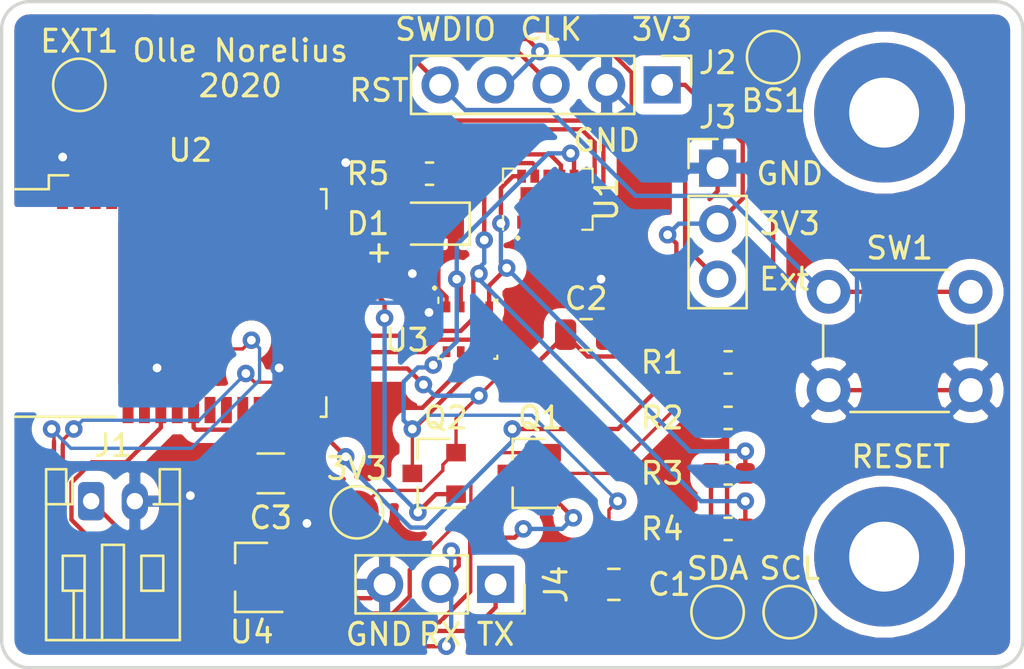
<source format=kicad_pcb>
(kicad_pcb (version 20171130) (host pcbnew "(5.1.5)-3")

  (general
    (thickness 1.6)
    (drawings 24)
    (tracks 374)
    (zones 0)
    (modules 27)
    (nets 43)
  )

  (page A4)
  (layers
    (0 F.Cu signal)
    (31 B.Cu signal)
    (32 B.Adhes user)
    (33 F.Adhes user)
    (34 B.Paste user)
    (35 F.Paste user)
    (36 B.SilkS user)
    (37 F.SilkS user)
    (38 B.Mask user)
    (39 F.Mask user)
    (40 Dwgs.User user)
    (41 Cmts.User user)
    (42 Eco1.User user)
    (43 Eco2.User user)
    (44 Edge.Cuts user)
    (45 Margin user)
    (46 B.CrtYd user)
    (47 F.CrtYd user hide)
    (48 B.Fab user)
    (49 F.Fab user hide)
  )

  (setup
    (last_trace_width 0.1524)
    (trace_clearance 0.1524)
    (zone_clearance 0.508)
    (zone_45_only no)
    (trace_min 0.1524)
    (via_size 0.8)
    (via_drill 0.4)
    (via_min_size 0.4)
    (via_min_drill 0.3)
    (uvia_size 0.3)
    (uvia_drill 0.1)
    (uvias_allowed no)
    (uvia_min_size 0.2)
    (uvia_min_drill 0.1)
    (edge_width 0.15)
    (segment_width 0.2)
    (pcb_text_width 0.3)
    (pcb_text_size 1.5 1.5)
    (mod_edge_width 0.15)
    (mod_text_size 1 1)
    (mod_text_width 0.15)
    (pad_size 1.524 1.524)
    (pad_drill 0.762)
    (pad_to_mask_clearance 0.051)
    (solder_mask_min_width 0.25)
    (aux_axis_origin 0 0)
    (grid_origin 109.474 124.46)
    (visible_elements 7FFFFFFF)
    (pcbplotparams
      (layerselection 0x010fc_ffffffff)
      (usegerberextensions true)
      (usegerberattributes false)
      (usegerberadvancedattributes false)
      (creategerberjobfile false)
      (excludeedgelayer true)
      (linewidth 0.100000)
      (plotframeref false)
      (viasonmask false)
      (mode 1)
      (useauxorigin false)
      (hpglpennumber 1)
      (hpglpenspeed 20)
      (hpglpendiameter 15.000000)
      (psnegative false)
      (psa4output false)
      (plotreference true)
      (plotvalue true)
      (plotinvisibletext false)
      (padsonsilk false)
      (subtractmaskfromsilk false)
      (outputformat 1)
      (mirror false)
      (drillshape 0)
      (scaleselection 1)
      (outputdirectory "gerb/"))
  )

  (net 0 "")
  (net 1 GND)
  (net 2 "Net-(U2-Pad2)")
  (net 3 "Net-(U2-Pad4)")
  (net 4 "Net-(U2-Pad8)")
  (net 5 "Net-(U2-Pad9)")
  (net 6 "Net-(U2-Pad11)")
  (net 7 "Net-(U2-Pad14)")
  (net 8 "Net-(U2-Pad15)")
  (net 9 "Net-(U2-Pad20)")
  (net 10 "Net-(U2-Pad21)")
  (net 11 "Net-(U2-Pad22)")
  (net 12 "Net-(U2-Pad23)")
  (net 13 +3V3)
  (net 14 "Net-(U2-Pad28)")
  (net 15 "Net-(U2-Pad30)")
  (net 16 "Net-(U2-Pad31)")
  (net 17 "Net-(U2-Pad32)")
  (net 18 "Net-(U2-Pad33)")
  (net 19 "Net-(U2-Pad34)")
  (net 20 "Net-(U2-Pad36)")
  (net 21 "Net-(U2-Pad38)")
  (net 22 "Net-(U1-Pad4)")
  (net 23 SDA)
  (net 24 SCL)
  (net 25 +BATT)
  (net 26 SWDIO)
  (net 27 RESET)
  (net 28 SWCLK)
  (net 29 BATT_SENS)
  (net 30 BATT_SENS_EN)
  (net 31 SENS_PWR)
  (net 32 EXT_IN)
  (net 33 IND1)
  (net 34 UART_RX)
  (net 35 G_RESET)
  (net 36 G_INT)
  (net 37 SENS_EN)
  (net 38 UART_TX)
  (net 39 WAKE)
  (net 40 "Net-(U1-Pad8)")
  (net 41 "Net-(Q1-Pad3)")
  (net 42 "Net-(D1-Pad2)")

  (net_class Default "This is the default net class."
    (clearance 0.1524)
    (trace_width 0.1524)
    (via_dia 0.8)
    (via_drill 0.4)
    (uvia_dia 0.3)
    (uvia_drill 0.1)
    (add_net +3V3)
    (add_net +BATT)
    (add_net BATT_SENS)
    (add_net BATT_SENS_EN)
    (add_net EXT_IN)
    (add_net GND)
    (add_net G_INT)
    (add_net G_RESET)
    (add_net IND1)
    (add_net "Net-(D1-Pad2)")
    (add_net "Net-(Q1-Pad3)")
    (add_net "Net-(U1-Pad4)")
    (add_net "Net-(U1-Pad8)")
    (add_net "Net-(U2-Pad11)")
    (add_net "Net-(U2-Pad14)")
    (add_net "Net-(U2-Pad15)")
    (add_net "Net-(U2-Pad2)")
    (add_net "Net-(U2-Pad20)")
    (add_net "Net-(U2-Pad21)")
    (add_net "Net-(U2-Pad22)")
    (add_net "Net-(U2-Pad23)")
    (add_net "Net-(U2-Pad28)")
    (add_net "Net-(U2-Pad30)")
    (add_net "Net-(U2-Pad31)")
    (add_net "Net-(U2-Pad32)")
    (add_net "Net-(U2-Pad33)")
    (add_net "Net-(U2-Pad34)")
    (add_net "Net-(U2-Pad36)")
    (add_net "Net-(U2-Pad38)")
    (add_net "Net-(U2-Pad4)")
    (add_net "Net-(U2-Pad8)")
    (add_net "Net-(U2-Pad9)")
    (add_net RESET)
    (add_net SCL)
    (add_net SDA)
    (add_net SENS_EN)
    (add_net SENS_PWR)
    (add_net SWCLK)
    (add_net SWDIO)
    (add_net UART_RX)
    (add_net UART_TX)
    (add_net WAKE)
  )

  (module Package_LGA:AMS_LGA-10-1EP_2.7x4mm_P0.6mm (layer F.Cu) (tedit 5E5E9178) (tstamp 5D7D32A7)
    (at 134.47 133.5 90)
    (descr "LGA-10, http://ams.com/eng/content/download/951091/2269479/471718")
    (tags "lga land grid array")
    (path /5D689B7D)
    (attr smd)
    (fp_text reference U1 (at 0 2.69 90) (layer F.SilkS)
      (effects (font (size 1 1) (thickness 0.15)))
    )
    (fp_text value CCS811 (at 0 3.1 90) (layer F.Fab)
      (effects (font (size 1 1) (thickness 0.15)))
    )
    (fp_text user %R (at 0 0 90) (layer F.Fab)
      (effects (font (size 0.5 0.5) (thickness 0.05)))
    )
    (fp_line (start 1.5 -2.15) (end 1.5 2.15) (layer F.CrtYd) (width 0.05))
    (fp_line (start 1.5 2.15) (end -1.5 2.15) (layer F.CrtYd) (width 0.05))
    (fp_line (start -1.5 2.15) (end -1.5 -2.15) (layer F.CrtYd) (width 0.05))
    (fp_line (start -1.5 -2.15) (end 1.5 -2.15) (layer F.CrtYd) (width 0.05))
    (fp_line (start 1.3 -1.95) (end 1.3 1.95) (layer F.Fab) (width 0.1))
    (fp_line (start 1.3 1.95) (end -1.3 1.95) (layer F.Fab) (width 0.1))
    (fp_line (start -1.3 1.95) (end -1.3 -1.65) (layer F.Fab) (width 0.1))
    (fp_line (start -1.3 -1.65) (end -1 -1.95) (layer F.Fab) (width 0.1))
    (fp_line (start -1 -1.95) (end 1.3 -1.95) (layer F.Fab) (width 0.1))
    (fp_line (start -1.4 1.57) (end -1.4 2.05) (layer F.SilkS) (width 0.1))
    (fp_line (start -1.4 2.05) (end -0.76 2.05) (layer F.SilkS) (width 0.1))
    (fp_line (start -1.4 -2.05) (end -0.76 -2.05) (layer F.SilkS) (width 0.1))
    (fp_line (start 0.76 2.05) (end 1.4 2.05) (layer F.SilkS) (width 0.1))
    (fp_line (start 1.4 1.57) (end 1.4 2.05) (layer F.SilkS) (width 0.1))
    (fp_line (start 0.76 -2.05) (end 1.4 -2.05) (layer F.SilkS) (width 0.1))
    (fp_line (start 1.4 -2.05) (end 1.4 -1.57) (layer F.SilkS) (width 0.1))
    (pad 11 smd trapezoid (at 0 -1.1 90) (size 0.8 0.3) (rect_delta 0 0.3 ) (layers F.Cu F.Paste F.Mask)
      (net 1 GND))
    (pad 11 smd rect (at 0.15 -1.1 90) (size 0.8 0.3) (layers F.Cu F.Paste F.Mask)
      (net 1 GND))
    (pad 11 smd rect (at 0 0.15 90) (size 1.1 2.2) (layers F.Cu F.Paste F.Mask)
      (net 1 GND))
    (pad 6 smd rect (at 1.05 1.2 90) (size 0.6 0.4) (layers F.Cu F.Paste F.Mask)
      (net 31 SENS_PWR))
    (pad 7 smd rect (at 1.05 0.6 90) (size 0.6 0.4) (layers F.Cu F.Paste F.Mask)
      (net 39 WAKE))
    (pad 10 smd rect (at 1.05 -1.2 90) (size 0.6 0.4) (layers F.Cu F.Paste F.Mask)
      (net 24 SCL))
    (pad 9 smd rect (at 1.05 -0.6 90) (size 0.6 0.4) (layers F.Cu F.Paste F.Mask)
      (net 23 SDA))
    (pad 5 smd rect (at -1.05 1.2 90) (size 0.6 0.4) (layers F.Cu F.Paste F.Mask)
      (net 22 "Net-(U1-Pad4)"))
    (pad 1 smd rect (at -1.05 -1.2 90) (size 0.6 0.4) (layers F.Cu F.Paste F.Mask)
      (net 1 GND))
    (pad 2 smd rect (at -1.05 -0.6 90) (size 0.6 0.4) (layers F.Cu F.Paste F.Mask)
      (net 35 G_RESET))
    (pad 3 smd rect (at -1.05 0 90) (size 0.6 0.4) (layers F.Cu F.Paste F.Mask)
      (net 36 G_INT))
    (pad 4 smd rect (at -1.05 0.6 90) (size 0.6 0.4) (layers F.Cu F.Paste F.Mask)
      (net 22 "Net-(U1-Pad4)"))
    (pad 8 smd rect (at 1.05 0 90) (size 0.6 0.4) (layers F.Cu F.Paste F.Mask)
      (net 40 "Net-(U1-Pad8)"))
    (model ${KISYS3DMOD}/Package_LGA.3dshapes/AMS_LGA-10-1EP_2.7x4mm_P0.6mm.wrl
      (at (xyz 0 0 0))
      (scale (xyz 1 1 1))
      (rotate (xyz 0 0 0))
    )
  )

  (module MountingHole:MountingHole_3.2mm_M3_Pad (layer F.Cu) (tedit 56D1B4CB) (tstamp 5D7DE7A4)
    (at 149.86 149.86)
    (descr "Mounting Hole 3.2mm, M3")
    (tags "mounting hole 3.2mm m3")
    (attr virtual)
    (fp_text reference "" (at 0 0) (layer F.SilkS)
      (effects (font (size 1 1) (thickness 0.15)))
    )
    (fp_text value MountingHole_3.2mm_M3_Pad (at 0 4.2) (layer F.Fab)
      (effects (font (size 1 1) (thickness 0.15)))
    )
    (fp_circle (center 0 0) (end 3.2 0) (layer Cmts.User) (width 0.15))
    (fp_circle (center 0 0) (end 3.45 0) (layer F.CrtYd) (width 0.05))
    (pad 1 thru_hole circle (at 0 0) (size 6.4 6.4) (drill 3.2) (layers *.Cu *.Mask))
  )

  (module Connector_PinSocket_2.54mm:PinSocket_1x03_P2.54mm_Vertical (layer F.Cu) (tedit 5A19A429) (tstamp 5D7DD9A3)
    (at 132.08 151.13 270)
    (descr "Through hole straight socket strip, 1x03, 2.54mm pitch, single row (from Kicad 4.0.7), script generated")
    (tags "Through hole socket strip THT 1x03 2.54mm single row")
    (path /5D6E1FB9)
    (fp_text reference J4 (at 0 -2.77 270) (layer F.SilkS)
      (effects (font (size 1 1) (thickness 0.15)))
    )
    (fp_text value UART (at 0 7.85 270) (layer F.Fab)
      (effects (font (size 1 1) (thickness 0.15)))
    )
    (fp_line (start -1.27 -1.27) (end 0.635 -1.27) (layer F.Fab) (width 0.1))
    (fp_line (start 0.635 -1.27) (end 1.27 -0.635) (layer F.Fab) (width 0.1))
    (fp_line (start 1.27 -0.635) (end 1.27 6.35) (layer F.Fab) (width 0.1))
    (fp_line (start 1.27 6.35) (end -1.27 6.35) (layer F.Fab) (width 0.1))
    (fp_line (start -1.27 6.35) (end -1.27 -1.27) (layer F.Fab) (width 0.1))
    (fp_line (start -1.33 1.27) (end 1.33 1.27) (layer F.SilkS) (width 0.12))
    (fp_line (start -1.33 1.27) (end -1.33 6.41) (layer F.SilkS) (width 0.12))
    (fp_line (start -1.33 6.41) (end 1.33 6.41) (layer F.SilkS) (width 0.12))
    (fp_line (start 1.33 1.27) (end 1.33 6.41) (layer F.SilkS) (width 0.12))
    (fp_line (start 1.33 -1.33) (end 1.33 0) (layer F.SilkS) (width 0.12))
    (fp_line (start 0 -1.33) (end 1.33 -1.33) (layer F.SilkS) (width 0.12))
    (fp_line (start -1.8 -1.8) (end 1.75 -1.8) (layer F.CrtYd) (width 0.05))
    (fp_line (start 1.75 -1.8) (end 1.75 6.85) (layer F.CrtYd) (width 0.05))
    (fp_line (start 1.75 6.85) (end -1.8 6.85) (layer F.CrtYd) (width 0.05))
    (fp_line (start -1.8 6.85) (end -1.8 -1.8) (layer F.CrtYd) (width 0.05))
    (fp_text user %R (at 0 2.54) (layer F.Fab)
      (effects (font (size 1 1) (thickness 0.15)))
    )
    (pad 1 thru_hole rect (at 0 0 270) (size 1.7 1.7) (drill 1) (layers *.Cu *.Mask)
      (net 38 UART_TX))
    (pad 2 thru_hole oval (at 0 2.54 270) (size 1.7 1.7) (drill 1) (layers *.Cu *.Mask)
      (net 34 UART_RX))
    (pad 3 thru_hole oval (at 0 5.08 270) (size 1.7 1.7) (drill 1) (layers *.Cu *.Mask)
      (net 1 GND))
    (model ${KISYS3DMOD}/Connector_PinSocket_2.54mm.3dshapes/PinSocket_1x03_P2.54mm_Vertical.wrl
      (at (xyz 0 0 0))
      (scale (xyz 1 1 1))
      (rotate (xyz 0 0 0))
    )
  )

  (module Package_LGA:Bosch_LGA-8_2.5x2.5mm_P0.65mm_ClockwisePinNumbering (layer F.Cu) (tedit 5A0FA816) (tstamp 5D7D328B)
    (at 130.81 139.455)
    (descr LGA-8)
    (tags "lga land grid array")
    (path /5D689CBD)
    (attr smd)
    (fp_text reference U3 (at -2.794 0.499) (layer F.SilkS)
      (effects (font (size 1 1) (thickness 0.15)))
    )
    (fp_text value BME280 (at 0.015 2.535) (layer F.Fab)
      (effects (font (size 1 1) (thickness 0.15)))
    )
    (fp_text user %R (at 0 0 180) (layer F.Fab)
      (effects (font (size 0.5 0.5) (thickness 0.075)))
    )
    (fp_line (start -1.35 1.36) (end -1.2 1.36) (layer F.SilkS) (width 0.1))
    (fp_line (start -1.25 -0.5) (end -0.5 -1.25) (layer F.Fab) (width 0.1))
    (fp_line (start -1.35 1.35) (end -1.35 1.2) (layer F.SilkS) (width 0.1))
    (fp_line (start 1.35 1.35) (end 1.35 1.2) (layer F.SilkS) (width 0.1))
    (fp_line (start 1.35 1.35) (end 1.2 1.35) (layer F.SilkS) (width 0.1))
    (fp_line (start 1.2 -1.35) (end 1.35 -1.35) (layer F.SilkS) (width 0.1))
    (fp_line (start 1.35 -1.35) (end 1.35 -1.2) (layer F.SilkS) (width 0.1))
    (fp_line (start -1.35 -1.2) (end -1.35 -1.45) (layer F.SilkS) (width 0.1))
    (fp_line (start -1.25 1.25) (end -1.25 -0.5) (layer F.Fab) (width 0.1))
    (fp_line (start -0.5 -1.25) (end 1.25 -1.25) (layer F.Fab) (width 0.1))
    (fp_line (start 1.25 -1.25) (end 1.25 1.25) (layer F.Fab) (width 0.1))
    (fp_line (start 1.25 1.25) (end -1.25 1.25) (layer F.Fab) (width 0.1))
    (fp_line (start -1.41 1.54) (end -1.41 -1.54) (layer F.CrtYd) (width 0.05))
    (fp_line (start -1.41 -1.54) (end 1.41 -1.54) (layer F.CrtYd) (width 0.05))
    (fp_line (start 1.41 -1.54) (end 1.41 1.54) (layer F.CrtYd) (width 0.05))
    (fp_line (start 1.41 1.54) (end -1.41 1.54) (layer F.CrtYd) (width 0.05))
    (pad 4 smd rect (at 0.975 -1.025 90) (size 0.5 0.35) (layers F.Cu F.Paste F.Mask)
      (net 24 SCL))
    (pad 3 smd rect (at 0.325 -1.025 90) (size 0.5 0.35) (layers F.Cu F.Paste F.Mask)
      (net 23 SDA))
    (pad 2 smd rect (at -0.325 -1.025 90) (size 0.5 0.35) (layers F.Cu F.Paste F.Mask)
      (net 31 SENS_PWR))
    (pad 1 smd rect (at -0.975 -1.025 90) (size 0.5 0.35) (layers F.Cu F.Paste F.Mask)
      (net 1 GND))
    (pad 8 smd rect (at -0.975 1.025 90) (size 0.5 0.35) (layers F.Cu F.Paste F.Mask)
      (net 31 SENS_PWR))
    (pad 7 smd rect (at -0.325 1.025 90) (size 0.5 0.35) (layers F.Cu F.Paste F.Mask)
      (net 1 GND))
    (pad 6 smd rect (at 0.325 1.025 90) (size 0.5 0.35) (layers F.Cu F.Paste F.Mask)
      (net 31 SENS_PWR))
    (pad 5 smd rect (at 0.975 1.025 90) (size 0.5 0.35) (layers F.Cu F.Paste F.Mask)
      (net 31 SENS_PWR))
    (model ${KISYS3DMOD}/Package_LGA.3dshapes/Bosch_LGA-8_2.5x2.5mm_P0.65mm_ClockwisePinNumbering.wrl
      (offset (xyz 0.01500000025472259 -0.03500000059435272 0))
      (scale (xyz 1 1 1))
      (rotate (xyz 0 0 0))
    )
  )

  (module Package_TO_SOT_SMD:SOT-23 (layer F.Cu) (tedit 5A02FF57) (tstamp 5D7D328A)
    (at 129.27 146.05 180)
    (descr "SOT-23, Standard")
    (tags SOT-23)
    (path /5D68D96B)
    (attr smd)
    (fp_text reference Q2 (at -0.524 2.54 180) (layer F.SilkS)
      (effects (font (size 1 1) (thickness 0.15)))
    )
    (fp_text value BSS84 (at 0 2.5 180) (layer F.Fab)
      (effects (font (size 1 1) (thickness 0.15)))
    )
    (fp_text user %R (at 0 0 270) (layer F.Fab)
      (effects (font (size 0.5 0.5) (thickness 0.075)))
    )
    (fp_line (start -0.7 -0.95) (end -0.7 1.5) (layer F.Fab) (width 0.1))
    (fp_line (start -0.15 -1.52) (end 0.7 -1.52) (layer F.Fab) (width 0.1))
    (fp_line (start -0.7 -0.95) (end -0.15 -1.52) (layer F.Fab) (width 0.1))
    (fp_line (start 0.7 -1.52) (end 0.7 1.52) (layer F.Fab) (width 0.1))
    (fp_line (start -0.7 1.52) (end 0.7 1.52) (layer F.Fab) (width 0.1))
    (fp_line (start 0.76 1.58) (end 0.76 0.65) (layer F.SilkS) (width 0.12))
    (fp_line (start 0.76 -1.58) (end 0.76 -0.65) (layer F.SilkS) (width 0.12))
    (fp_line (start -1.7 -1.75) (end 1.7 -1.75) (layer F.CrtYd) (width 0.05))
    (fp_line (start 1.7 -1.75) (end 1.7 1.75) (layer F.CrtYd) (width 0.05))
    (fp_line (start 1.7 1.75) (end -1.7 1.75) (layer F.CrtYd) (width 0.05))
    (fp_line (start -1.7 1.75) (end -1.7 -1.75) (layer F.CrtYd) (width 0.05))
    (fp_line (start 0.76 -1.58) (end -1.4 -1.58) (layer F.SilkS) (width 0.12))
    (fp_line (start 0.76 1.58) (end -0.7 1.58) (layer F.SilkS) (width 0.12))
    (pad 1 smd rect (at -1 -0.95 180) (size 0.9 0.8) (layers F.Cu F.Paste F.Mask)
      (net 37 SENS_EN))
    (pad 2 smd rect (at -1 0.95 180) (size 0.9 0.8) (layers F.Cu F.Paste F.Mask)
      (net 13 +3V3))
    (pad 3 smd rect (at 1 0 180) (size 0.9 0.8) (layers F.Cu F.Paste F.Mask)
      (net 31 SENS_PWR))
    (model ${KISYS3DMOD}/Package_TO_SOT_SMD.3dshapes/SOT-23.wrl
      (at (xyz 0 0 0))
      (scale (xyz 1 1 1))
      (rotate (xyz 0 0 0))
    )
  )

  (module Button_Switch_THT:SW_PUSH_6mm (layer F.Cu) (tedit 5A02FE31) (tstamp 5D7D26FD)
    (at 147.32 137.74)
    (descr https://www.omron.com/ecb/products/pdf/en-b3f.pdf)
    (tags "tact sw push 6mm")
    (path /5D6315B6)
    (fp_text reference SW1 (at 3.25 -2) (layer F.SilkS)
      (effects (font (size 1 1) (thickness 0.15)))
    )
    (fp_text value Reset (at 3.75 6.7) (layer F.Fab)
      (effects (font (size 1 1) (thickness 0.15)))
    )
    (fp_text user %R (at 3.25 2.25) (layer F.Fab)
      (effects (font (size 1 1) (thickness 0.15)))
    )
    (fp_line (start 3.25 -0.75) (end 6.25 -0.75) (layer F.Fab) (width 0.1))
    (fp_line (start 6.25 -0.75) (end 6.25 5.25) (layer F.Fab) (width 0.1))
    (fp_line (start 6.25 5.25) (end 0.25 5.25) (layer F.Fab) (width 0.1))
    (fp_line (start 0.25 5.25) (end 0.25 -0.75) (layer F.Fab) (width 0.1))
    (fp_line (start 0.25 -0.75) (end 3.25 -0.75) (layer F.Fab) (width 0.1))
    (fp_line (start 7.75 6) (end 8 6) (layer F.CrtYd) (width 0.05))
    (fp_line (start 8 6) (end 8 5.75) (layer F.CrtYd) (width 0.05))
    (fp_line (start 7.75 -1.5) (end 8 -1.5) (layer F.CrtYd) (width 0.05))
    (fp_line (start 8 -1.5) (end 8 -1.25) (layer F.CrtYd) (width 0.05))
    (fp_line (start -1.5 -1.25) (end -1.5 -1.5) (layer F.CrtYd) (width 0.05))
    (fp_line (start -1.5 -1.5) (end -1.25 -1.5) (layer F.CrtYd) (width 0.05))
    (fp_line (start -1.5 5.75) (end -1.5 6) (layer F.CrtYd) (width 0.05))
    (fp_line (start -1.5 6) (end -1.25 6) (layer F.CrtYd) (width 0.05))
    (fp_line (start -1.25 -1.5) (end 7.75 -1.5) (layer F.CrtYd) (width 0.05))
    (fp_line (start -1.5 5.75) (end -1.5 -1.25) (layer F.CrtYd) (width 0.05))
    (fp_line (start 7.75 6) (end -1.25 6) (layer F.CrtYd) (width 0.05))
    (fp_line (start 8 -1.25) (end 8 5.75) (layer F.CrtYd) (width 0.05))
    (fp_line (start 1 5.5) (end 5.5 5.5) (layer F.SilkS) (width 0.12))
    (fp_line (start -0.25 1.5) (end -0.25 3) (layer F.SilkS) (width 0.12))
    (fp_line (start 5.5 -1) (end 1 -1) (layer F.SilkS) (width 0.12))
    (fp_line (start 6.75 3) (end 6.75 1.5) (layer F.SilkS) (width 0.12))
    (fp_circle (center 3.25 2.25) (end 1.25 2.5) (layer F.Fab) (width 0.1))
    (pad 2 thru_hole circle (at 0 4.5 90) (size 2 2) (drill 1.1) (layers *.Cu *.Mask)
      (net 1 GND))
    (pad 1 thru_hole circle (at 0 0 90) (size 2 2) (drill 1.1) (layers *.Cu *.Mask)
      (net 27 RESET))
    (pad 2 thru_hole circle (at 6.5 4.5 90) (size 2 2) (drill 1.1) (layers *.Cu *.Mask)
      (net 1 GND))
    (pad 1 thru_hole circle (at 6.5 0 90) (size 2 2) (drill 1.1) (layers *.Cu *.Mask)
      (net 27 RESET))
    (model ${KISYS3DMOD}/Button_Switch_THT.3dshapes/SW_PUSH_6mm.wrl
      (at (xyz 0 0 0))
      (scale (xyz 1 1 1))
      (rotate (xyz 0 0 0))
    )
  )

  (module Capacitor_SMD:C_0805_2012Metric (layer F.Cu) (tedit 5B36C52B) (tstamp 5D7D26DE)
    (at 137.4925 151.13)
    (descr "Capacitor SMD 0805 (2012 Metric), square (rectangular) end terminal, IPC_7351 nominal, (Body size source: https://docs.google.com/spreadsheets/d/1BsfQQcO9C6DZCsRaXUlFlo91Tg2WpOkGARC1WS5S8t0/edit?usp=sharing), generated with kicad-footprint-generator")
    (tags capacitor)
    (path /5D641EBE)
    (attr smd)
    (fp_text reference C1 (at 2.54 0) (layer F.SilkS)
      (effects (font (size 1 1) (thickness 0.15)))
    )
    (fp_text value 0.1uF (at 0 1.65) (layer F.Fab)
      (effects (font (size 1 1) (thickness 0.15)))
    )
    (fp_text user %R (at 0 0) (layer F.Fab)
      (effects (font (size 0.5 0.5) (thickness 0.08)))
    )
    (fp_line (start 1.68 0.95) (end -1.68 0.95) (layer F.CrtYd) (width 0.05))
    (fp_line (start 1.68 -0.95) (end 1.68 0.95) (layer F.CrtYd) (width 0.05))
    (fp_line (start -1.68 -0.95) (end 1.68 -0.95) (layer F.CrtYd) (width 0.05))
    (fp_line (start -1.68 0.95) (end -1.68 -0.95) (layer F.CrtYd) (width 0.05))
    (fp_line (start -0.258578 0.71) (end 0.258578 0.71) (layer F.SilkS) (width 0.12))
    (fp_line (start -0.258578 -0.71) (end 0.258578 -0.71) (layer F.SilkS) (width 0.12))
    (fp_line (start 1 0.6) (end -1 0.6) (layer F.Fab) (width 0.1))
    (fp_line (start 1 -0.6) (end 1 0.6) (layer F.Fab) (width 0.1))
    (fp_line (start -1 -0.6) (end 1 -0.6) (layer F.Fab) (width 0.1))
    (fp_line (start -1 0.6) (end -1 -0.6) (layer F.Fab) (width 0.1))
    (pad 2 smd roundrect (at 0.9375 0) (size 0.975 1.4) (layers F.Cu F.Paste F.Mask) (roundrect_rratio 0.25)
      (net 1 GND))
    (pad 1 smd roundrect (at -0.9375 0) (size 0.975 1.4) (layers F.Cu F.Paste F.Mask) (roundrect_rratio 0.25)
      (net 31 SENS_PWR))
    (model ${KISYS3DMOD}/Capacitor_SMD.3dshapes/C_0805_2012Metric.wrl
      (at (xyz 0 0 0))
      (scale (xyz 1 1 1))
      (rotate (xyz 0 0 0))
    )
  )

  (module Capacitor_SMD:C_0805_2012Metric (layer F.Cu) (tedit 5B36C52B) (tstamp 5D7D26CD)
    (at 136.2225 139.7)
    (descr "Capacitor SMD 0805 (2012 Metric), square (rectangular) end terminal, IPC_7351 nominal, (Body size source: https://docs.google.com/spreadsheets/d/1BsfQQcO9C6DZCsRaXUlFlo91Tg2WpOkGARC1WS5S8t0/edit?usp=sharing), generated with kicad-footprint-generator")
    (tags capacitor)
    (path /5D641E51)
    (attr smd)
    (fp_text reference C2 (at 0 -1.65) (layer F.SilkS)
      (effects (font (size 1 1) (thickness 0.15)))
    )
    (fp_text value 0.1uF (at 0 1.65) (layer F.Fab)
      (effects (font (size 1 1) (thickness 0.15)))
    )
    (fp_line (start -1 0.6) (end -1 -0.6) (layer F.Fab) (width 0.1))
    (fp_line (start -1 -0.6) (end 1 -0.6) (layer F.Fab) (width 0.1))
    (fp_line (start 1 -0.6) (end 1 0.6) (layer F.Fab) (width 0.1))
    (fp_line (start 1 0.6) (end -1 0.6) (layer F.Fab) (width 0.1))
    (fp_line (start -0.258578 -0.71) (end 0.258578 -0.71) (layer F.SilkS) (width 0.12))
    (fp_line (start -0.258578 0.71) (end 0.258578 0.71) (layer F.SilkS) (width 0.12))
    (fp_line (start -1.68 0.95) (end -1.68 -0.95) (layer F.CrtYd) (width 0.05))
    (fp_line (start -1.68 -0.95) (end 1.68 -0.95) (layer F.CrtYd) (width 0.05))
    (fp_line (start 1.68 -0.95) (end 1.68 0.95) (layer F.CrtYd) (width 0.05))
    (fp_line (start 1.68 0.95) (end -1.68 0.95) (layer F.CrtYd) (width 0.05))
    (fp_text user %R (at 0 0) (layer F.Fab)
      (effects (font (size 0.5 0.5) (thickness 0.08)))
    )
    (pad 1 smd roundrect (at -0.9375 0) (size 0.975 1.4) (layers F.Cu F.Paste F.Mask) (roundrect_rratio 0.25)
      (net 13 +3V3))
    (pad 2 smd roundrect (at 0.9375 0) (size 0.975 1.4) (layers F.Cu F.Paste F.Mask) (roundrect_rratio 0.25)
      (net 1 GND))
    (model ${KISYS3DMOD}/Capacitor_SMD.3dshapes/C_0805_2012Metric.wrl
      (at (xyz 0 0 0))
      (scale (xyz 1 1 1))
      (rotate (xyz 0 0 0))
    )
  )

  (module Capacitor_SMD:C_1206_3216Metric (layer F.Cu) (tedit 5B301BBE) (tstamp 5D7D26BC)
    (at 121.79 146.05)
    (descr "Capacitor SMD 1206 (3216 Metric), square (rectangular) end terminal, IPC_7351 nominal, (Body size source: http://www.tortai-tech.com/upload/download/2011102023233369053.pdf), generated with kicad-footprint-generator")
    (tags capacitor)
    (path /5D63AAF7)
    (attr smd)
    (fp_text reference C3 (at 0 2.032) (layer F.SilkS)
      (effects (font (size 1 1) (thickness 0.15)))
    )
    (fp_text value 100uF (at 0 1.82) (layer F.Fab)
      (effects (font (size 1 1) (thickness 0.15)))
    )
    (fp_line (start -1.6 0.8) (end -1.6 -0.8) (layer F.Fab) (width 0.1))
    (fp_line (start -1.6 -0.8) (end 1.6 -0.8) (layer F.Fab) (width 0.1))
    (fp_line (start 1.6 -0.8) (end 1.6 0.8) (layer F.Fab) (width 0.1))
    (fp_line (start 1.6 0.8) (end -1.6 0.8) (layer F.Fab) (width 0.1))
    (fp_line (start -0.602064 -0.91) (end 0.602064 -0.91) (layer F.SilkS) (width 0.12))
    (fp_line (start -0.602064 0.91) (end 0.602064 0.91) (layer F.SilkS) (width 0.12))
    (fp_line (start -2.28 1.12) (end -2.28 -1.12) (layer F.CrtYd) (width 0.05))
    (fp_line (start -2.28 -1.12) (end 2.28 -1.12) (layer F.CrtYd) (width 0.05))
    (fp_line (start 2.28 -1.12) (end 2.28 1.12) (layer F.CrtYd) (width 0.05))
    (fp_line (start 2.28 1.12) (end -2.28 1.12) (layer F.CrtYd) (width 0.05))
    (fp_text user %R (at 0 0) (layer F.Fab)
      (effects (font (size 0.8 0.8) (thickness 0.12)))
    )
    (pad 1 smd roundrect (at -1.4 0) (size 1.25 1.75) (layers F.Cu F.Paste F.Mask) (roundrect_rratio 0.2)
      (net 13 +3V3))
    (pad 2 smd roundrect (at 1.4 0) (size 1.25 1.75) (layers F.Cu F.Paste F.Mask) (roundrect_rratio 0.2)
      (net 1 GND))
    (model ${KISYS3DMOD}/Capacitor_SMD.3dshapes/C_1206_3216Metric.wrl
      (at (xyz 0 0 0))
      (scale (xyz 1 1 1))
      (rotate (xyz 0 0 0))
    )
  )

  (module Connector_JST:JST_PH_S2B-PH-K_1x02_P2.00mm_Horizontal (layer F.Cu) (tedit 5B7745C6) (tstamp 5D7D26AB)
    (at 113.57 147.32)
    (descr "JST PH series connector, S2B-PH-K (http://www.jst-mfg.com/product/pdf/eng/ePH.pdf), generated with kicad-footprint-generator")
    (tags "connector JST PH top entry")
    (path /5D626447)
    (fp_text reference J1 (at 1 -2.55) (layer F.SilkS)
      (effects (font (size 1 1) (thickness 0.15)))
    )
    (fp_text value Battery (at 1 7.45) (layer F.Fab)
      (effects (font (size 1 1) (thickness 0.15)))
    )
    (fp_line (start -0.86 0.14) (end -1.14 0.14) (layer F.SilkS) (width 0.12))
    (fp_line (start -1.14 0.14) (end -1.14 -1.46) (layer F.SilkS) (width 0.12))
    (fp_line (start -1.14 -1.46) (end -2.06 -1.46) (layer F.SilkS) (width 0.12))
    (fp_line (start -2.06 -1.46) (end -2.06 6.36) (layer F.SilkS) (width 0.12))
    (fp_line (start -2.06 6.36) (end 4.06 6.36) (layer F.SilkS) (width 0.12))
    (fp_line (start 4.06 6.36) (end 4.06 -1.46) (layer F.SilkS) (width 0.12))
    (fp_line (start 4.06 -1.46) (end 3.14 -1.46) (layer F.SilkS) (width 0.12))
    (fp_line (start 3.14 -1.46) (end 3.14 0.14) (layer F.SilkS) (width 0.12))
    (fp_line (start 3.14 0.14) (end 2.86 0.14) (layer F.SilkS) (width 0.12))
    (fp_line (start 0.5 6.36) (end 0.5 2) (layer F.SilkS) (width 0.12))
    (fp_line (start 0.5 2) (end 1.5 2) (layer F.SilkS) (width 0.12))
    (fp_line (start 1.5 2) (end 1.5 6.36) (layer F.SilkS) (width 0.12))
    (fp_line (start -2.06 0.14) (end -1.14 0.14) (layer F.SilkS) (width 0.12))
    (fp_line (start 4.06 0.14) (end 3.14 0.14) (layer F.SilkS) (width 0.12))
    (fp_line (start -1.3 2.5) (end -1.3 4.1) (layer F.SilkS) (width 0.12))
    (fp_line (start -1.3 4.1) (end -0.3 4.1) (layer F.SilkS) (width 0.12))
    (fp_line (start -0.3 4.1) (end -0.3 2.5) (layer F.SilkS) (width 0.12))
    (fp_line (start -0.3 2.5) (end -1.3 2.5) (layer F.SilkS) (width 0.12))
    (fp_line (start 3.3 2.5) (end 3.3 4.1) (layer F.SilkS) (width 0.12))
    (fp_line (start 3.3 4.1) (end 2.3 4.1) (layer F.SilkS) (width 0.12))
    (fp_line (start 2.3 4.1) (end 2.3 2.5) (layer F.SilkS) (width 0.12))
    (fp_line (start 2.3 2.5) (end 3.3 2.5) (layer F.SilkS) (width 0.12))
    (fp_line (start -0.3 4.1) (end -0.3 6.36) (layer F.SilkS) (width 0.12))
    (fp_line (start -0.8 4.1) (end -0.8 6.36) (layer F.SilkS) (width 0.12))
    (fp_line (start -2.45 -1.85) (end -2.45 6.75) (layer F.CrtYd) (width 0.05))
    (fp_line (start -2.45 6.75) (end 4.45 6.75) (layer F.CrtYd) (width 0.05))
    (fp_line (start 4.45 6.75) (end 4.45 -1.85) (layer F.CrtYd) (width 0.05))
    (fp_line (start 4.45 -1.85) (end -2.45 -1.85) (layer F.CrtYd) (width 0.05))
    (fp_line (start -1.25 0.25) (end -1.25 -1.35) (layer F.Fab) (width 0.1))
    (fp_line (start -1.25 -1.35) (end -1.95 -1.35) (layer F.Fab) (width 0.1))
    (fp_line (start -1.95 -1.35) (end -1.95 6.25) (layer F.Fab) (width 0.1))
    (fp_line (start -1.95 6.25) (end 3.95 6.25) (layer F.Fab) (width 0.1))
    (fp_line (start 3.95 6.25) (end 3.95 -1.35) (layer F.Fab) (width 0.1))
    (fp_line (start 3.95 -1.35) (end 3.25 -1.35) (layer F.Fab) (width 0.1))
    (fp_line (start 3.25 -1.35) (end 3.25 0.25) (layer F.Fab) (width 0.1))
    (fp_line (start 3.25 0.25) (end -1.25 0.25) (layer F.Fab) (width 0.1))
    (fp_line (start -0.86 0.14) (end -0.86 -1.075) (layer F.SilkS) (width 0.12))
    (fp_line (start 0 0.875) (end -0.5 1.375) (layer F.Fab) (width 0.1))
    (fp_line (start -0.5 1.375) (end 0.5 1.375) (layer F.Fab) (width 0.1))
    (fp_line (start 0.5 1.375) (end 0 0.875) (layer F.Fab) (width 0.1))
    (fp_text user %R (at 1 2.5) (layer F.Fab)
      (effects (font (size 1 1) (thickness 0.15)))
    )
    (pad 1 thru_hole roundrect (at 0 0) (size 1.2 1.75) (drill 0.75) (layers *.Cu *.Mask) (roundrect_rratio 0.208333)
      (net 25 +BATT))
    (pad 2 thru_hole oval (at 2 0) (size 1.2 1.75) (drill 0.75) (layers *.Cu *.Mask)
      (net 1 GND))
    (model ${KISYS3DMOD}/Connector_JST.3dshapes/JST_PH_S2B-PH-K_1x02_P2.00mm_Horizontal.wrl
      (at (xyz 0 0 0))
      (scale (xyz 1 1 1))
      (rotate (xyz 0 0 0))
    )
  )

  (module Connector_PinHeader_2.54mm:PinHeader_1x03_P2.54mm_Vertical (layer F.Cu) (tedit 59FED5CC) (tstamp 5D7D267C)
    (at 142.24 132.08)
    (descr "Through hole straight pin header, 1x03, 2.54mm pitch, single row")
    (tags "Through hole pin header THT 1x03 2.54mm single row")
    (path /5D658B7E)
    (fp_text reference J3 (at 0 -2.33) (layer F.SilkS)
      (effects (font (size 1 1) (thickness 0.15)))
    )
    (fp_text value Pulse (at 0 7.41) (layer F.Fab)
      (effects (font (size 1 1) (thickness 0.15)))
    )
    (fp_line (start -0.635 -1.27) (end 1.27 -1.27) (layer F.Fab) (width 0.1))
    (fp_line (start 1.27 -1.27) (end 1.27 6.35) (layer F.Fab) (width 0.1))
    (fp_line (start 1.27 6.35) (end -1.27 6.35) (layer F.Fab) (width 0.1))
    (fp_line (start -1.27 6.35) (end -1.27 -0.635) (layer F.Fab) (width 0.1))
    (fp_line (start -1.27 -0.635) (end -0.635 -1.27) (layer F.Fab) (width 0.1))
    (fp_line (start -1.33 6.41) (end 1.33 6.41) (layer F.SilkS) (width 0.12))
    (fp_line (start -1.33 1.27) (end -1.33 6.41) (layer F.SilkS) (width 0.12))
    (fp_line (start 1.33 1.27) (end 1.33 6.41) (layer F.SilkS) (width 0.12))
    (fp_line (start -1.33 1.27) (end 1.33 1.27) (layer F.SilkS) (width 0.12))
    (fp_line (start -1.33 0) (end -1.33 -1.33) (layer F.SilkS) (width 0.12))
    (fp_line (start -1.33 -1.33) (end 0 -1.33) (layer F.SilkS) (width 0.12))
    (fp_line (start -1.8 -1.8) (end -1.8 6.85) (layer F.CrtYd) (width 0.05))
    (fp_line (start -1.8 6.85) (end 1.8 6.85) (layer F.CrtYd) (width 0.05))
    (fp_line (start 1.8 6.85) (end 1.8 -1.8) (layer F.CrtYd) (width 0.05))
    (fp_line (start 1.8 -1.8) (end -1.8 -1.8) (layer F.CrtYd) (width 0.05))
    (fp_text user %R (at 0 2.54 90) (layer F.Fab)
      (effects (font (size 1 1) (thickness 0.15)))
    )
    (pad 1 thru_hole rect (at 0 0) (size 1.7 1.7) (drill 1) (layers *.Cu *.Mask)
      (net 1 GND))
    (pad 2 thru_hole oval (at 0 2.54) (size 1.7 1.7) (drill 1) (layers *.Cu *.Mask)
      (net 13 +3V3))
    (pad 3 thru_hole oval (at 0 5.08) (size 1.7 1.7) (drill 1) (layers *.Cu *.Mask)
      (net 32 EXT_IN))
    (model ${KISYS3DMOD}/Connector_PinHeader_2.54mm.3dshapes/PinHeader_1x03_P2.54mm_Vertical.wrl
      (at (xyz 0 0 0))
      (scale (xyz 1 1 1))
      (rotate (xyz 0 0 0))
    )
  )

  (module Connector_PinHeader_2.54mm:PinHeader_1x05_P2.54mm_Vertical (layer F.Cu) (tedit 59FED5CC) (tstamp 5E5D6C55)
    (at 139.7 128.27 270)
    (descr "Through hole straight pin header, 1x05, 2.54mm pitch, single row")
    (tags "Through hole pin header THT 1x05 2.54mm single row")
    (path /5D627D4C)
    (fp_text reference J2 (at -1.016 -2.54) (layer F.SilkS)
      (effects (font (size 1 1) (thickness 0.15)))
    )
    (fp_text value SWD (at 0 12.49 270) (layer F.Fab)
      (effects (font (size 1 1) (thickness 0.15)))
    )
    (fp_line (start -0.635 -1.27) (end 1.27 -1.27) (layer F.Fab) (width 0.1))
    (fp_line (start 1.27 -1.27) (end 1.27 11.43) (layer F.Fab) (width 0.1))
    (fp_line (start 1.27 11.43) (end -1.27 11.43) (layer F.Fab) (width 0.1))
    (fp_line (start -1.27 11.43) (end -1.27 -0.635) (layer F.Fab) (width 0.1))
    (fp_line (start -1.27 -0.635) (end -0.635 -1.27) (layer F.Fab) (width 0.1))
    (fp_line (start -1.33 11.49) (end 1.33 11.49) (layer F.SilkS) (width 0.12))
    (fp_line (start -1.33 1.27) (end -1.33 11.49) (layer F.SilkS) (width 0.12))
    (fp_line (start 1.33 1.27) (end 1.33 11.49) (layer F.SilkS) (width 0.12))
    (fp_line (start -1.33 1.27) (end 1.33 1.27) (layer F.SilkS) (width 0.12))
    (fp_line (start -1.33 0) (end -1.33 -1.33) (layer F.SilkS) (width 0.12))
    (fp_line (start -1.33 -1.33) (end 0 -1.33) (layer F.SilkS) (width 0.12))
    (fp_line (start -1.8 -1.8) (end -1.8 11.95) (layer F.CrtYd) (width 0.05))
    (fp_line (start -1.8 11.95) (end 1.8 11.95) (layer F.CrtYd) (width 0.05))
    (fp_line (start 1.8 11.95) (end 1.8 -1.8) (layer F.CrtYd) (width 0.05))
    (fp_line (start 1.8 -1.8) (end -1.8 -1.8) (layer F.CrtYd) (width 0.05))
    (fp_text user %R (at 0 5.08) (layer F.Fab)
      (effects (font (size 1 1) (thickness 0.15)))
    )
    (pad 1 thru_hole rect (at 0 0 270) (size 1.7 1.7) (drill 1) (layers *.Cu *.Mask)
      (net 13 +3V3))
    (pad 2 thru_hole oval (at 0 2.54 270) (size 1.7 1.7) (drill 1) (layers *.Cu *.Mask)
      (net 1 GND))
    (pad 3 thru_hole oval (at 0 5.08 270) (size 1.7 1.7) (drill 1) (layers *.Cu *.Mask)
      (net 28 SWCLK))
    (pad 4 thru_hole oval (at 0 7.62 270) (size 1.7 1.7) (drill 1) (layers *.Cu *.Mask)
      (net 26 SWDIO))
    (pad 5 thru_hole oval (at 0 10.16 270) (size 1.7 1.7) (drill 1) (layers *.Cu *.Mask)
      (net 27 RESET))
    (model ${KISYS3DMOD}/Connector_PinHeader_2.54mm.3dshapes/PinHeader_1x05_P2.54mm_Vertical.wrl
      (at (xyz 0 0 0))
      (scale (xyz 1 1 1))
      (rotate (xyz 0 0 0))
    )
  )

  (module LED_SMD:LED_0805_2012Metric (layer F.Cu) (tedit 5B36C52C) (tstamp 5D7D264C)
    (at 129.2075 134.62 180)
    (descr "LED SMD 0805 (2012 Metric), square (rectangular) end terminal, IPC_7351 nominal, (Body size source: https://docs.google.com/spreadsheets/d/1BsfQQcO9C6DZCsRaXUlFlo91Tg2WpOkGARC1WS5S8t0/edit?usp=sharing), generated with kicad-footprint-generator")
    (tags diode)
    (path /5D6688BE)
    (attr smd)
    (fp_text reference D1 (at 2.9695 0 180) (layer F.SilkS)
      (effects (font (size 1 1) (thickness 0.15)))
    )
    (fp_text value LED (at 0 1.65 180) (layer F.Fab)
      (effects (font (size 1 1) (thickness 0.15)))
    )
    (fp_line (start 1 -0.6) (end -0.7 -0.6) (layer F.Fab) (width 0.1))
    (fp_line (start -0.7 -0.6) (end -1 -0.3) (layer F.Fab) (width 0.1))
    (fp_line (start -1 -0.3) (end -1 0.6) (layer F.Fab) (width 0.1))
    (fp_line (start -1 0.6) (end 1 0.6) (layer F.Fab) (width 0.1))
    (fp_line (start 1 0.6) (end 1 -0.6) (layer F.Fab) (width 0.1))
    (fp_line (start 1 -0.96) (end -1.685 -0.96) (layer F.SilkS) (width 0.12))
    (fp_line (start -1.685 -0.96) (end -1.685 0.96) (layer F.SilkS) (width 0.12))
    (fp_line (start -1.685 0.96) (end 1 0.96) (layer F.SilkS) (width 0.12))
    (fp_line (start -1.68 0.95) (end -1.68 -0.95) (layer F.CrtYd) (width 0.05))
    (fp_line (start -1.68 -0.95) (end 1.68 -0.95) (layer F.CrtYd) (width 0.05))
    (fp_line (start 1.68 -0.95) (end 1.68 0.95) (layer F.CrtYd) (width 0.05))
    (fp_line (start 1.68 0.95) (end -1.68 0.95) (layer F.CrtYd) (width 0.05))
    (fp_text user %R (at 0 0 180) (layer F.Fab)
      (effects (font (size 0.5 0.5) (thickness 0.08)))
    )
    (pad 1 smd roundrect (at -0.9375 0 180) (size 0.975 1.4) (layers F.Cu F.Paste F.Mask) (roundrect_rratio 0.25)
      (net 1 GND))
    (pad 2 smd roundrect (at 0.9375 0 180) (size 0.975 1.4) (layers F.Cu F.Paste F.Mask) (roundrect_rratio 0.25)
      (net 42 "Net-(D1-Pad2)"))
    (model ${KISYS3DMOD}/LED_SMD.3dshapes/LED_0805_2012Metric.wrl
      (at (xyz 0 0 0))
      (scale (xyz 1 1 1))
      (rotate (xyz 0 0 0))
    )
  )

  (module Package_TO_SOT_SMD:SOT-23 (layer F.Cu) (tedit 5A02FF57) (tstamp 5D7D2604)
    (at 133.62 146.05 180)
    (descr "SOT-23, Standard")
    (tags SOT-23)
    (path /5D62C65D)
    (attr smd)
    (fp_text reference Q1 (at -0.492 2.54 180) (layer F.SilkS)
      (effects (font (size 1 1) (thickness 0.15)))
    )
    (fp_text value BSS84 (at 0 2.5 180) (layer F.Fab)
      (effects (font (size 1 1) (thickness 0.15)))
    )
    (fp_line (start 0.76 1.58) (end -0.7 1.58) (layer F.SilkS) (width 0.12))
    (fp_line (start 0.76 -1.58) (end -1.4 -1.58) (layer F.SilkS) (width 0.12))
    (fp_line (start -1.7 1.75) (end -1.7 -1.75) (layer F.CrtYd) (width 0.05))
    (fp_line (start 1.7 1.75) (end -1.7 1.75) (layer F.CrtYd) (width 0.05))
    (fp_line (start 1.7 -1.75) (end 1.7 1.75) (layer F.CrtYd) (width 0.05))
    (fp_line (start -1.7 -1.75) (end 1.7 -1.75) (layer F.CrtYd) (width 0.05))
    (fp_line (start 0.76 -1.58) (end 0.76 -0.65) (layer F.SilkS) (width 0.12))
    (fp_line (start 0.76 1.58) (end 0.76 0.65) (layer F.SilkS) (width 0.12))
    (fp_line (start -0.7 1.52) (end 0.7 1.52) (layer F.Fab) (width 0.1))
    (fp_line (start 0.7 -1.52) (end 0.7 1.52) (layer F.Fab) (width 0.1))
    (fp_line (start -0.7 -0.95) (end -0.15 -1.52) (layer F.Fab) (width 0.1))
    (fp_line (start -0.15 -1.52) (end 0.7 -1.52) (layer F.Fab) (width 0.1))
    (fp_line (start -0.7 -0.95) (end -0.7 1.5) (layer F.Fab) (width 0.1))
    (fp_text user %R (at 0 0 270) (layer F.Fab)
      (effects (font (size 0.5 0.5) (thickness 0.075)))
    )
    (pad 3 smd rect (at 1 0 180) (size 0.9 0.8) (layers F.Cu F.Paste F.Mask)
      (net 41 "Net-(Q1-Pad3)"))
    (pad 2 smd rect (at -1 0.95 180) (size 0.9 0.8) (layers F.Cu F.Paste F.Mask)
      (net 25 +BATT))
    (pad 1 smd rect (at -1 -0.95 180) (size 0.9 0.8) (layers F.Cu F.Paste F.Mask)
      (net 30 BATT_SENS_EN))
    (model ${KISYS3DMOD}/Package_TO_SOT_SMD.3dshapes/SOT-23.wrl
      (at (xyz 0 0 0))
      (scale (xyz 1 1 1))
      (rotate (xyz 0 0 0))
    )
  )

  (module Package_TO_SOT_SMD:SOT-23 (layer F.Cu) (tedit 5A02FF57) (tstamp 5D7D25EF)
    (at 120.92 150.81 180)
    (descr "SOT-23, Standard")
    (tags SOT-23)
    (path /5D62604A)
    (attr smd)
    (fp_text reference U4 (at 0 -2.5 180) (layer F.SilkS)
      (effects (font (size 1 1) (thickness 0.15)))
    )
    (fp_text value MCP1703A (at 0 2.5 180) (layer F.Fab)
      (effects (font (size 1 1) (thickness 0.15)))
    )
    (fp_text user %R (at 0 0 270) (layer F.Fab)
      (effects (font (size 0.5 0.5) (thickness 0.075)))
    )
    (fp_line (start -0.7 -0.95) (end -0.7 1.5) (layer F.Fab) (width 0.1))
    (fp_line (start -0.15 -1.52) (end 0.7 -1.52) (layer F.Fab) (width 0.1))
    (fp_line (start -0.7 -0.95) (end -0.15 -1.52) (layer F.Fab) (width 0.1))
    (fp_line (start 0.7 -1.52) (end 0.7 1.52) (layer F.Fab) (width 0.1))
    (fp_line (start -0.7 1.52) (end 0.7 1.52) (layer F.Fab) (width 0.1))
    (fp_line (start 0.76 1.58) (end 0.76 0.65) (layer F.SilkS) (width 0.12))
    (fp_line (start 0.76 -1.58) (end 0.76 -0.65) (layer F.SilkS) (width 0.12))
    (fp_line (start -1.7 -1.75) (end 1.7 -1.75) (layer F.CrtYd) (width 0.05))
    (fp_line (start 1.7 -1.75) (end 1.7 1.75) (layer F.CrtYd) (width 0.05))
    (fp_line (start 1.7 1.75) (end -1.7 1.75) (layer F.CrtYd) (width 0.05))
    (fp_line (start -1.7 1.75) (end -1.7 -1.75) (layer F.CrtYd) (width 0.05))
    (fp_line (start 0.76 -1.58) (end -1.4 -1.58) (layer F.SilkS) (width 0.12))
    (fp_line (start 0.76 1.58) (end -0.7 1.58) (layer F.SilkS) (width 0.12))
    (pad 1 smd rect (at -1 -0.95 180) (size 0.9 0.8) (layers F.Cu F.Paste F.Mask)
      (net 1 GND))
    (pad 2 smd rect (at -1 0.95 180) (size 0.9 0.8) (layers F.Cu F.Paste F.Mask)
      (net 13 +3V3))
    (pad 3 smd rect (at 1 0 180) (size 0.9 0.8) (layers F.Cu F.Paste F.Mask)
      (net 25 +BATT))
    (model ${KISYS3DMOD}/Package_TO_SOT_SMD.3dshapes/SOT-23.wrl
      (at (xyz 0 0 0))
      (scale (xyz 1 1 1))
      (rotate (xyz 0 0 0))
    )
  )

  (module RF_Module:Laird_BL652 (layer F.Cu) (tedit 5A056D13) (tstamp 5D7D25DA)
    (at 118.11 138.25)
    (descr "Bluetooth v4.2 + NFC module")
    (tags "Bluetooth BLE NFC")
    (path /5D624D62)
    (attr smd)
    (fp_text reference U2 (at 0 -6.985) (layer F.SilkS)
      (effects (font (size 1 1) (thickness 0.15)))
    )
    (fp_text value BL652 (at 0 0) (layer F.Fab)
      (effects (font (size 1 1) (thickness 0.15)))
    )
    (fp_line (start -3.429 5.207) (end -8.001 5.207) (layer F.SilkS) (width 0.12))
    (fp_line (start -6.477 -5.842) (end -5.588 -5.842) (layer F.SilkS) (width 0.12))
    (fp_line (start -6.477 -5.207) (end -6.477 -5.842) (layer F.SilkS) (width 0.12))
    (fp_line (start -8.001 -5.207) (end -6.477 -5.207) (layer F.SilkS) (width 0.12))
    (fp_line (start 6.223 5.207) (end 5.969 5.207) (layer F.SilkS) (width 0.12))
    (fp_line (start 6.223 -5.207) (end 6.223 -4.318) (layer F.SilkS) (width 0.12))
    (fp_line (start 5.969 -5.207) (end 6.223 -5.207) (layer F.SilkS) (width 0.12))
    (fp_line (start 7 6) (end -8.25 6) (layer F.CrtYd) (width 0.05))
    (fp_line (start -8.25 6) (end -8.25 -6) (layer F.CrtYd) (width 0.05))
    (fp_line (start -8.25 -6) (end 7 -6) (layer F.CrtYd) (width 0.05))
    (fp_line (start 7 -6) (end 7 6) (layer F.CrtYd) (width 0.05))
    (fp_line (start 6.223 5.207) (end 6.223 4.318) (layer F.SilkS) (width 0.12))
    (fp_line (start 5.95 5) (end -8.05 5) (layer F.Fab) (width 0.1))
    (fp_line (start 5.95 -5) (end 5.95 5) (layer F.Fab) (width 0.1))
    (fp_line (start -8.05 -5) (end 5.9 -5) (layer F.Fab) (width 0.1))
    (fp_line (start -8.05 -5) (end -8.05 5) (layer F.Fab) (width 0.1))
    (fp_text user %R (at 0 -2.5) (layer F.Fab)
      (effects (font (size 1 1) (thickness 0.15)))
    )
    (pad 1 smd rect (at -5.85 -4.9 90) (size 1.2 0.5) (layers F.Cu F.Paste F.Mask)
      (net 1 GND))
    (pad 2 smd rect (at -5.1 -4.9 90) (size 1.2 0.5) (layers F.Cu F.Paste F.Mask)
      (net 2 "Net-(U2-Pad2)"))
    (pad 3 smd rect (at -4.35 -4.9 90) (size 1.2 0.5) (layers F.Cu F.Paste F.Mask)
      (net 32 EXT_IN))
    (pad 4 smd rect (at -3.6 -4.9 90) (size 1.2 0.5) (layers F.Cu F.Paste F.Mask)
      (net 3 "Net-(U2-Pad4)"))
    (pad 5 smd rect (at -2.85 -4.9 90) (size 1.2 0.5) (layers F.Cu F.Paste F.Mask)
      (net 26 SWDIO))
    (pad 6 smd rect (at -2.1 -4.9 90) (size 1.2 0.5) (layers F.Cu F.Paste F.Mask)
      (net 28 SWCLK))
    (pad 7 smd rect (at -1.35 -4.9 90) (size 1.2 0.5) (layers F.Cu F.Paste F.Mask)
      (net 27 RESET))
    (pad 8 smd rect (at -0.6 -4.9 90) (size 1.2 0.5) (layers F.Cu F.Paste F.Mask)
      (net 4 "Net-(U2-Pad8)"))
    (pad 9 smd rect (at 0.15 -4.9 90) (size 1.2 0.5) (layers F.Cu F.Paste F.Mask)
      (net 5 "Net-(U2-Pad9)"))
    (pad 10 smd rect (at 0.9 -4.9 90) (size 1.2 0.5) (layers F.Cu F.Paste F.Mask)
      (net 34 UART_RX))
    (pad 11 smd rect (at 1.65 -4.9 90) (size 1.2 0.5) (layers F.Cu F.Paste F.Mask)
      (net 6 "Net-(U2-Pad11)"))
    (pad 12 smd rect (at 2.4 -4.9 90) (size 1.2 0.5) (layers F.Cu F.Paste F.Mask)
      (net 35 G_RESET))
    (pad 13 smd rect (at 3.15 -4.9 90) (size 1.2 0.5) (layers F.Cu F.Paste F.Mask)
      (net 36 G_INT))
    (pad 14 smd rect (at 3.9 -4.9 90) (size 1.2 0.5) (layers F.Cu F.Paste F.Mask)
      (net 7 "Net-(U2-Pad14)"))
    (pad 15 smd rect (at 4.65 -4.9 90) (size 1.2 0.5) (layers F.Cu F.Paste F.Mask)
      (net 8 "Net-(U2-Pad15)"))
    (pad 16 smd rect (at 5.4 -4.9 90) (size 1.2 0.5) (layers F.Cu F.Paste F.Mask)
      (net 1 GND))
    (pad 17 smd rect (at 5.85 -3.75) (size 1.2 0.5) (layers F.Cu F.Paste F.Mask)
      (net 39 WAKE))
    (pad 18 smd rect (at 5.85 -3) (size 1.2 0.5) (layers F.Cu F.Paste F.Mask)
      (net 33 IND1))
    (pad 19 smd rect (at 5.85 -2.25) (size 1.2 0.5) (layers F.Cu F.Paste F.Mask)
      (net 37 SENS_EN))
    (pad 20 smd rect (at 5.85 -1.5) (size 1.2 0.5) (layers F.Cu F.Paste F.Mask)
      (net 9 "Net-(U2-Pad20)"))
    (pad 21 smd rect (at 5.85 -0.75) (size 1.2 0.5) (layers F.Cu F.Paste F.Mask)
      (net 10 "Net-(U2-Pad21)"))
    (pad 22 smd rect (at 5.85 0) (size 1.2 0.5) (layers F.Cu F.Paste F.Mask)
      (net 11 "Net-(U2-Pad22)"))
    (pad 23 smd rect (at 5.85 0.75) (size 1.2 0.5) (layers F.Cu F.Paste F.Mask)
      (net 12 "Net-(U2-Pad23)"))
    (pad 24 smd rect (at 5.85 1.5) (size 1.2 0.5) (layers F.Cu F.Paste F.Mask)
      (net 23 SDA))
    (pad 25 smd rect (at 5.85 2.25) (size 1.2 0.5) (layers F.Cu F.Paste F.Mask)
      (net 24 SCL))
    (pad 26 smd rect (at 5.85 3) (size 1.2 0.5) (layers F.Cu F.Paste F.Mask)
      (net 13 +3V3))
    (pad 27 smd rect (at 5.85 3.75) (size 1.2 0.5) (layers F.Cu F.Paste F.Mask)
      (net 1 GND))
    (pad 28 smd rect (at 5.4 4.9 90) (size 1.2 0.5) (layers F.Cu F.Paste F.Mask)
      (net 14 "Net-(U2-Pad28)"))
    (pad 29 smd rect (at 4.65 4.9 90) (size 1.2 0.5) (layers F.Cu F.Paste F.Mask)
      (net 38 UART_TX))
    (pad 30 smd rect (at 3.9 4.9 90) (size 1.2 0.5) (layers F.Cu F.Paste F.Mask)
      (net 15 "Net-(U2-Pad30)"))
    (pad 31 smd rect (at 3.15 4.9 90) (size 1.2 0.5) (layers F.Cu F.Paste F.Mask)
      (net 16 "Net-(U2-Pad31)"))
    (pad 32 smd rect (at 2.4 4.9 90) (size 1.2 0.5) (layers F.Cu F.Paste F.Mask)
      (net 17 "Net-(U2-Pad32)"))
    (pad 33 smd rect (at 1.65 4.9 90) (size 1.2 0.5) (layers F.Cu F.Paste F.Mask)
      (net 18 "Net-(U2-Pad33)"))
    (pad 34 smd rect (at 0.9 4.9 90) (size 1.2 0.5) (layers F.Cu F.Paste F.Mask)
      (net 19 "Net-(U2-Pad34)"))
    (pad 35 smd rect (at 0.15 4.9 90) (size 1.2 0.5) (layers F.Cu F.Paste F.Mask)
      (net 29 BATT_SENS))
    (pad 36 smd rect (at -0.6 4.9 90) (size 1.2 0.5) (layers F.Cu F.Paste F.Mask)
      (net 20 "Net-(U2-Pad36)"))
    (pad 37 smd rect (at -1.35 4.9 90) (size 1.2 0.5) (layers F.Cu F.Paste F.Mask)
      (net 30 BATT_SENS_EN))
    (pad 38 smd rect (at -2.1 4.9 90) (size 1.2 0.5) (layers F.Cu F.Paste F.Mask)
      (net 21 "Net-(U2-Pad38)"))
    (pad 39 smd rect (at -2.85 4.9 90) (size 1.2 0.5) (layers F.Cu F.Paste F.Mask)
      (net 1 GND))
    (model ${KISYS3DMOD}/RF_Module.3dshapes/Laird_BL652.wrl
      (at (xyz 0 0 0))
      (scale (xyz 1 1 1))
      (rotate (xyz 0 0 0))
    )
  )

  (module Resistor_SMD:R_0603_1608Metric (layer F.Cu) (tedit 5B301BBD) (tstamp 5D7D259E)
    (at 142.7225 148.59)
    (descr "Resistor SMD 0603 (1608 Metric), square (rectangular) end terminal, IPC_7351 nominal, (Body size source: http://www.tortai-tech.com/upload/download/2011102023233369053.pdf), generated with kicad-footprint-generator")
    (tags resistor)
    (path /5D632E4B)
    (attr smd)
    (fp_text reference R4 (at -3.0225 0) (layer F.SilkS)
      (effects (font (size 1 1) (thickness 0.15)))
    )
    (fp_text value 4k7 (at 0 1.43) (layer F.Fab)
      (effects (font (size 1 1) (thickness 0.15)))
    )
    (fp_line (start -0.8 0.4) (end -0.8 -0.4) (layer F.Fab) (width 0.1))
    (fp_line (start -0.8 -0.4) (end 0.8 -0.4) (layer F.Fab) (width 0.1))
    (fp_line (start 0.8 -0.4) (end 0.8 0.4) (layer F.Fab) (width 0.1))
    (fp_line (start 0.8 0.4) (end -0.8 0.4) (layer F.Fab) (width 0.1))
    (fp_line (start -0.162779 -0.51) (end 0.162779 -0.51) (layer F.SilkS) (width 0.12))
    (fp_line (start -0.162779 0.51) (end 0.162779 0.51) (layer F.SilkS) (width 0.12))
    (fp_line (start -1.48 0.73) (end -1.48 -0.73) (layer F.CrtYd) (width 0.05))
    (fp_line (start -1.48 -0.73) (end 1.48 -0.73) (layer F.CrtYd) (width 0.05))
    (fp_line (start 1.48 -0.73) (end 1.48 0.73) (layer F.CrtYd) (width 0.05))
    (fp_line (start 1.48 0.73) (end -1.48 0.73) (layer F.CrtYd) (width 0.05))
    (fp_text user %R (at 0 0) (layer F.Fab)
      (effects (font (size 0.4 0.4) (thickness 0.06)))
    )
    (pad 1 smd roundrect (at -0.7875 0) (size 0.875 0.95) (layers F.Cu F.Paste F.Mask) (roundrect_rratio 0.25)
      (net 31 SENS_PWR))
    (pad 2 smd roundrect (at 0.7875 0) (size 0.875 0.95) (layers F.Cu F.Paste F.Mask) (roundrect_rratio 0.25)
      (net 23 SDA))
    (model ${KISYS3DMOD}/Resistor_SMD.3dshapes/R_0603_1608Metric.wrl
      (at (xyz 0 0 0))
      (scale (xyz 1 1 1))
      (rotate (xyz 0 0 0))
    )
  )

  (module Resistor_SMD:R_0603_1608Metric (layer F.Cu) (tedit 5B301BBD) (tstamp 5D7D258D)
    (at 142.7225 146.05)
    (descr "Resistor SMD 0603 (1608 Metric), square (rectangular) end terminal, IPC_7351 nominal, (Body size source: http://www.tortai-tech.com/upload/download/2011102023233369053.pdf), generated with kicad-footprint-generator")
    (tags resistor)
    (path /5D632DD6)
    (attr smd)
    (fp_text reference R3 (at -3.0225 0) (layer F.SilkS)
      (effects (font (size 1 1) (thickness 0.15)))
    )
    (fp_text value 4k7 (at 0 1.43) (layer F.Fab)
      (effects (font (size 1 1) (thickness 0.15)))
    )
    (fp_text user %R (at 0 0) (layer F.Fab)
      (effects (font (size 0.4 0.4) (thickness 0.06)))
    )
    (fp_line (start 1.48 0.73) (end -1.48 0.73) (layer F.CrtYd) (width 0.05))
    (fp_line (start 1.48 -0.73) (end 1.48 0.73) (layer F.CrtYd) (width 0.05))
    (fp_line (start -1.48 -0.73) (end 1.48 -0.73) (layer F.CrtYd) (width 0.05))
    (fp_line (start -1.48 0.73) (end -1.48 -0.73) (layer F.CrtYd) (width 0.05))
    (fp_line (start -0.162779 0.51) (end 0.162779 0.51) (layer F.SilkS) (width 0.12))
    (fp_line (start -0.162779 -0.51) (end 0.162779 -0.51) (layer F.SilkS) (width 0.12))
    (fp_line (start 0.8 0.4) (end -0.8 0.4) (layer F.Fab) (width 0.1))
    (fp_line (start 0.8 -0.4) (end 0.8 0.4) (layer F.Fab) (width 0.1))
    (fp_line (start -0.8 -0.4) (end 0.8 -0.4) (layer F.Fab) (width 0.1))
    (fp_line (start -0.8 0.4) (end -0.8 -0.4) (layer F.Fab) (width 0.1))
    (pad 2 smd roundrect (at 0.7875 0) (size 0.875 0.95) (layers F.Cu F.Paste F.Mask) (roundrect_rratio 0.25)
      (net 24 SCL))
    (pad 1 smd roundrect (at -0.7875 0) (size 0.875 0.95) (layers F.Cu F.Paste F.Mask) (roundrect_rratio 0.25)
      (net 31 SENS_PWR))
    (model ${KISYS3DMOD}/Resistor_SMD.3dshapes/R_0603_1608Metric.wrl
      (at (xyz 0 0 0))
      (scale (xyz 1 1 1))
      (rotate (xyz 0 0 0))
    )
  )

  (module Resistor_SMD:R_0603_1608Metric (layer F.Cu) (tedit 5B301BBD) (tstamp 5D7D257C)
    (at 142.7225 143.51)
    (descr "Resistor SMD 0603 (1608 Metric), square (rectangular) end terminal, IPC_7351 nominal, (Body size source: http://www.tortai-tech.com/upload/download/2011102023233369053.pdf), generated with kicad-footprint-generator")
    (tags resistor)
    (path /5D62C41A)
    (attr smd)
    (fp_text reference R2 (at -3.0225 0) (layer F.SilkS)
      (effects (font (size 1 1) (thickness 0.15)))
    )
    (fp_text value 10k (at 0 1.43) (layer F.Fab)
      (effects (font (size 1 1) (thickness 0.15)))
    )
    (fp_line (start -0.8 0.4) (end -0.8 -0.4) (layer F.Fab) (width 0.1))
    (fp_line (start -0.8 -0.4) (end 0.8 -0.4) (layer F.Fab) (width 0.1))
    (fp_line (start 0.8 -0.4) (end 0.8 0.4) (layer F.Fab) (width 0.1))
    (fp_line (start 0.8 0.4) (end -0.8 0.4) (layer F.Fab) (width 0.1))
    (fp_line (start -0.162779 -0.51) (end 0.162779 -0.51) (layer F.SilkS) (width 0.12))
    (fp_line (start -0.162779 0.51) (end 0.162779 0.51) (layer F.SilkS) (width 0.12))
    (fp_line (start -1.48 0.73) (end -1.48 -0.73) (layer F.CrtYd) (width 0.05))
    (fp_line (start -1.48 -0.73) (end 1.48 -0.73) (layer F.CrtYd) (width 0.05))
    (fp_line (start 1.48 -0.73) (end 1.48 0.73) (layer F.CrtYd) (width 0.05))
    (fp_line (start 1.48 0.73) (end -1.48 0.73) (layer F.CrtYd) (width 0.05))
    (fp_text user %R (at 0 0) (layer F.Fab)
      (effects (font (size 0.4 0.4) (thickness 0.06)))
    )
    (pad 1 smd roundrect (at -0.7875 0) (size 0.875 0.95) (layers F.Cu F.Paste F.Mask) (roundrect_rratio 0.25)
      (net 29 BATT_SENS))
    (pad 2 smd roundrect (at 0.7875 0) (size 0.875 0.95) (layers F.Cu F.Paste F.Mask) (roundrect_rratio 0.25)
      (net 1 GND))
    (model ${KISYS3DMOD}/Resistor_SMD.3dshapes/R_0603_1608Metric.wrl
      (at (xyz 0 0 0))
      (scale (xyz 1 1 1))
      (rotate (xyz 0 0 0))
    )
  )

  (module Resistor_SMD:R_0603_1608Metric (layer F.Cu) (tedit 5B301BBD) (tstamp 5D7D256B)
    (at 142.7225 140.97)
    (descr "Resistor SMD 0603 (1608 Metric), square (rectangular) end terminal, IPC_7351 nominal, (Body size source: http://www.tortai-tech.com/upload/download/2011102023233369053.pdf), generated with kicad-footprint-generator")
    (tags resistor)
    (path /5D62C32E)
    (attr smd)
    (fp_text reference R1 (at -3.0225 0) (layer F.SilkS)
      (effects (font (size 1 1) (thickness 0.15)))
    )
    (fp_text value 10k (at 0 1.43) (layer F.Fab)
      (effects (font (size 1 1) (thickness 0.15)))
    )
    (fp_text user %R (at 0 0) (layer F.Fab)
      (effects (font (size 0.4 0.4) (thickness 0.06)))
    )
    (fp_line (start 1.48 0.73) (end -1.48 0.73) (layer F.CrtYd) (width 0.05))
    (fp_line (start 1.48 -0.73) (end 1.48 0.73) (layer F.CrtYd) (width 0.05))
    (fp_line (start -1.48 -0.73) (end 1.48 -0.73) (layer F.CrtYd) (width 0.05))
    (fp_line (start -1.48 0.73) (end -1.48 -0.73) (layer F.CrtYd) (width 0.05))
    (fp_line (start -0.162779 0.51) (end 0.162779 0.51) (layer F.SilkS) (width 0.12))
    (fp_line (start -0.162779 -0.51) (end 0.162779 -0.51) (layer F.SilkS) (width 0.12))
    (fp_line (start 0.8 0.4) (end -0.8 0.4) (layer F.Fab) (width 0.1))
    (fp_line (start 0.8 -0.4) (end 0.8 0.4) (layer F.Fab) (width 0.1))
    (fp_line (start -0.8 -0.4) (end 0.8 -0.4) (layer F.Fab) (width 0.1))
    (fp_line (start -0.8 0.4) (end -0.8 -0.4) (layer F.Fab) (width 0.1))
    (pad 2 smd roundrect (at 0.7875 0) (size 0.875 0.95) (layers F.Cu F.Paste F.Mask) (roundrect_rratio 0.25)
      (net 29 BATT_SENS))
    (pad 1 smd roundrect (at -0.7875 0) (size 0.875 0.95) (layers F.Cu F.Paste F.Mask) (roundrect_rratio 0.25)
      (net 41 "Net-(Q1-Pad3)"))
    (model ${KISYS3DMOD}/Resistor_SMD.3dshapes/R_0603_1608Metric.wrl
      (at (xyz 0 0 0))
      (scale (xyz 1 1 1))
      (rotate (xyz 0 0 0))
    )
  )

  (module Resistor_SMD:R_0603_1608Metric (layer F.Cu) (tedit 5B301BBD) (tstamp 5D7D255A)
    (at 129.0575 132.334)
    (descr "Resistor SMD 0603 (1608 Metric), square (rectangular) end terminal, IPC_7351 nominal, (Body size source: http://www.tortai-tech.com/upload/download/2011102023233369053.pdf), generated with kicad-footprint-generator")
    (tags resistor)
    (path /5D66A97A)
    (attr smd)
    (fp_text reference R5 (at -2.8195 0) (layer F.SilkS)
      (effects (font (size 1 1) (thickness 0.15)))
    )
    (fp_text value 300 (at 0 1.43) (layer F.Fab)
      (effects (font (size 1 1) (thickness 0.15)))
    )
    (fp_line (start -0.8 0.4) (end -0.8 -0.4) (layer F.Fab) (width 0.1))
    (fp_line (start -0.8 -0.4) (end 0.8 -0.4) (layer F.Fab) (width 0.1))
    (fp_line (start 0.8 -0.4) (end 0.8 0.4) (layer F.Fab) (width 0.1))
    (fp_line (start 0.8 0.4) (end -0.8 0.4) (layer F.Fab) (width 0.1))
    (fp_line (start -0.162779 -0.51) (end 0.162779 -0.51) (layer F.SilkS) (width 0.12))
    (fp_line (start -0.162779 0.51) (end 0.162779 0.51) (layer F.SilkS) (width 0.12))
    (fp_line (start -1.48 0.73) (end -1.48 -0.73) (layer F.CrtYd) (width 0.05))
    (fp_line (start -1.48 -0.73) (end 1.48 -0.73) (layer F.CrtYd) (width 0.05))
    (fp_line (start 1.48 -0.73) (end 1.48 0.73) (layer F.CrtYd) (width 0.05))
    (fp_line (start 1.48 0.73) (end -1.48 0.73) (layer F.CrtYd) (width 0.05))
    (fp_text user %R (at 0 0) (layer F.Fab)
      (effects (font (size 0.4 0.4) (thickness 0.06)))
    )
    (pad 1 smd roundrect (at -0.7875 0) (size 0.875 0.95) (layers F.Cu F.Paste F.Mask) (roundrect_rratio 0.25)
      (net 33 IND1))
    (pad 2 smd roundrect (at 0.7875 0) (size 0.875 0.95) (layers F.Cu F.Paste F.Mask) (roundrect_rratio 0.25)
      (net 42 "Net-(D1-Pad2)"))
    (model ${KISYS3DMOD}/Resistor_SMD.3dshapes/R_0603_1608Metric.wrl
      (at (xyz 0 0 0))
      (scale (xyz 1 1 1))
      (rotate (xyz 0 0 0))
    )
  )

  (module TestPoint:TestPoint_Pad_D2.0mm (layer F.Cu) (tedit 5A0F774F) (tstamp 5E5D7A0E)
    (at 144.78 127 180)
    (descr "SMD pad as test Point, diameter 2.0mm")
    (tags "test point SMD pad")
    (path /5D64DF80)
    (attr virtual)
    (fp_text reference BS1 (at 0 -1.998) (layer F.SilkS)
      (effects (font (size 1 1) (thickness 0.15)))
    )
    (fp_text value TestPoint (at 0 2.05) (layer F.Fab)
      (effects (font (size 1 1) (thickness 0.15)))
    )
    (fp_text user %R (at 0 -2) (layer F.Fab)
      (effects (font (size 1 1) (thickness 0.15)))
    )
    (fp_circle (center 0 0) (end 1.5 0) (layer F.CrtYd) (width 0.05))
    (fp_circle (center 0 0) (end 0 1.2) (layer F.SilkS) (width 0.12))
    (pad 1 smd circle (at 0 0 180) (size 2 2) (layers F.Cu F.Mask)
      (net 29 BATT_SENS))
  )

  (module TestPoint:TestPoint_Pad_D2.0mm (layer F.Cu) (tedit 5A0F774F) (tstamp 5E5E8B1E)
    (at 113.03 128.27)
    (descr "SMD pad as test Point, diameter 2.0mm")
    (tags "test point SMD pad")
    (path /5D664230)
    (attr virtual)
    (fp_text reference EXT1 (at 0 -1.998) (layer F.SilkS)
      (effects (font (size 1 1) (thickness 0.15)))
    )
    (fp_text value TestPoint (at 0 2.05) (layer F.Fab)
      (effects (font (size 1 1) (thickness 0.15)))
    )
    (fp_circle (center 0 0) (end 0 1.2) (layer F.SilkS) (width 0.12))
    (fp_circle (center 0 0) (end 1.5 0) (layer F.CrtYd) (width 0.05))
    (fp_text user %R (at 0 -2) (layer F.Fab)
      (effects (font (size 1 1) (thickness 0.15)))
    )
    (pad 1 smd circle (at 0 0) (size 2 2) (layers F.Cu F.Mask)
      (net 32 EXT_IN))
  )

  (module TestPoint:TestPoint_Pad_D2.0mm (layer F.Cu) (tedit 5A0F774F) (tstamp 5E5D7AA0)
    (at 145.542 152.4)
    (descr "SMD pad as test Point, diameter 2.0mm")
    (tags "test point SMD pad")
    (path /5D64A7A2)
    (attr virtual)
    (fp_text reference SCL (at 0 -1.998) (layer F.SilkS)
      (effects (font (size 1 1) (thickness 0.15)))
    )
    (fp_text value TestPoint (at 0 2.05) (layer F.Fab)
      (effects (font (size 1 1) (thickness 0.15)))
    )
    (fp_text user %R (at 0 -2) (layer F.Fab)
      (effects (font (size 1 1) (thickness 0.15)))
    )
    (fp_circle (center 0 0) (end 1.5 0) (layer F.CrtYd) (width 0.05))
    (fp_circle (center 0 0) (end 0 1.2) (layer F.SilkS) (width 0.12))
    (pad 1 smd circle (at 0 0) (size 2 2) (layers F.Cu F.Mask)
      (net 24 SCL))
  )

  (module TestPoint:TestPoint_Pad_D2.0mm (layer F.Cu) (tedit 5A0F774F) (tstamp 5D7D2531)
    (at 142.24 152.4)
    (descr "SMD pad as test Point, diameter 2.0mm")
    (tags "test point SMD pad")
    (path /5D64A956)
    (attr virtual)
    (fp_text reference SDA (at 0 -1.998) (layer F.SilkS)
      (effects (font (size 1 1) (thickness 0.15)))
    )
    (fp_text value TestPoint (at 0 2.05) (layer F.Fab)
      (effects (font (size 1 1) (thickness 0.15)))
    )
    (fp_circle (center 0 0) (end 0 1.2) (layer F.SilkS) (width 0.12))
    (fp_circle (center 0 0) (end 1.5 0) (layer F.CrtYd) (width 0.05))
    (fp_text user %R (at 0 -2) (layer F.Fab)
      (effects (font (size 1 1) (thickness 0.15)))
    )
    (pad 1 smd circle (at 0 0) (size 2 2) (layers F.Cu F.Mask)
      (net 23 SDA))
  )

  (module TestPoint:TestPoint_Pad_D2.0mm (layer F.Cu) (tedit 5A0F774F) (tstamp 5D7D2529)
    (at 125.73 147.828)
    (descr "SMD pad as test Point, diameter 2.0mm")
    (tags "test point SMD pad")
    (path /5D64DBB2)
    (attr virtual)
    (fp_text reference 3V3 (at 0 -1.998) (layer F.SilkS)
      (effects (font (size 1 1) (thickness 0.15)))
    )
    (fp_text value TestPoint (at 0 2.05) (layer F.Fab)
      (effects (font (size 1 1) (thickness 0.15)))
    )
    (fp_text user %R (at 0 -2) (layer F.Fab)
      (effects (font (size 1 1) (thickness 0.15)))
    )
    (fp_circle (center 0 0) (end 1.5 0) (layer F.CrtYd) (width 0.05))
    (fp_circle (center 0 0) (end 0 1.2) (layer F.SilkS) (width 0.12))
    (pad 1 smd circle (at 0 0) (size 2 2) (layers F.Cu F.Mask)
      (net 13 +3V3))
  )

  (module MountingHole:MountingHole_3.2mm_M3_Pad (layer F.Cu) (tedit 56D1B4CB) (tstamp 5D7DE78F)
    (at 149.86 129.54)
    (descr "Mounting Hole 3.2mm, M3")
    (tags "mounting hole 3.2mm m3")
    (attr virtual)
    (fp_text reference "" (at 4.572 -2.794) (layer F.SilkS)
      (effects (font (size 1 1) (thickness 0.15)))
    )
    (fp_text value MountingHole_3.2mm_M3_Pad (at 0 4.2) (layer F.Fab)
      (effects (font (size 1 1) (thickness 0.15)))
    )
    (fp_circle (center 0 0) (end 3.45 0) (layer F.CrtYd) (width 0.05))
    (fp_circle (center 0 0) (end 3.2 0) (layer Cmts.User) (width 0.15))
    (pad 1 thru_hole circle (at 0 0) (size 6.4 6.4) (drill 3.2) (layers *.Cu *.Mask))
  )

  (gr_text . (at 129.286 137.16) (layer F.SilkS)
    (effects (font (size 1 1) (thickness 0.15)))
  )
  (gr_text . (at 133.096 134.874) (layer F.SilkS)
    (effects (font (size 1 1) (thickness 0.15)))
  )
  (gr_text + (at 126.746 135.89) (layer F.SilkS)
    (effects (font (size 1 1) (thickness 0.15)))
  )
  (gr_arc (start 110.744 125.73) (end 110.744 124.46) (angle -90) (layer Edge.Cuts) (width 0.15))
  (gr_line (start 109.474 153.67) (end 109.474 125.73) (layer Edge.Cuts) (width 0.15))
  (gr_arc (start 154.94 125.73) (end 156.21 125.73) (angle -90) (layer Edge.Cuts) (width 0.15))
  (gr_arc (start 154.94 153.67) (end 154.94 154.94) (angle -90) (layer Edge.Cuts) (width 0.15))
  (gr_arc (start 110.744 153.67) (end 109.474 153.67) (angle -90) (layer Edge.Cuts) (width 0.15))
  (gr_text GND (at 126.746 153.416) (layer F.SilkS)
    (effects (font (size 1 1) (thickness 0.15)))
  )
  (gr_text "Olle Norelius\n2020" (at 120.396 127.508) (layer F.SilkS)
    (effects (font (size 1 1) (thickness 0.15)))
  )
  (gr_text RESET (at 150.622 145.288) (layer F.SilkS)
    (effects (font (size 1 1) (thickness 0.15)))
  )
  (gr_text TX (at 132.08 153.416) (layer F.SilkS)
    (effects (font (size 1 1) (thickness 0.15)))
  )
  (gr_text RX (at 129.54 153.416) (layer F.SilkS)
    (effects (font (size 1 1) (thickness 0.15)))
  )
  (gr_text 3V3 (at 139.7 125.73) (layer F.SilkS)
    (effects (font (size 1 1) (thickness 0.15)))
  )
  (gr_text GND (at 137.16 130.81) (layer F.SilkS)
    (effects (font (size 1 1) (thickness 0.15)))
  )
  (gr_text CLK (at 134.62 125.73) (layer F.SilkS)
    (effects (font (size 1 1) (thickness 0.15)))
  )
  (gr_text "SWDIO\n" (at 129.794 125.73) (layer F.SilkS)
    (effects (font (size 1 1) (thickness 0.15)))
  )
  (gr_text RST (at 126.746 128.524) (layer F.SilkS)
    (effects (font (size 1 1) (thickness 0.15)))
  )
  (gr_text Ext (at 145.288 137.16) (layer F.SilkS)
    (effects (font (size 1 1) (thickness 0.15)))
  )
  (gr_text GND (at 145.542 132.334) (layer F.SilkS)
    (effects (font (size 1 1) (thickness 0.15)))
  )
  (gr_text 3V3 (at 145.542 134.62) (layer F.SilkS)
    (effects (font (size 1 1) (thickness 0.15)))
  )
  (gr_line (start 154.94 154.94) (end 110.744 154.94) (layer Edge.Cuts) (width 0.15))
  (gr_line (start 156.21 125.73) (end 156.21 153.67) (layer Edge.Cuts) (width 0.15))
  (gr_line (start 110.744 124.46) (end 154.94 124.46) (layer Edge.Cuts) (width 0.15) (tstamp 5E5E8BB2))

  (segment (start 115.57 147.32) (end 115.57 148.59) (width 0.2) (layer F.Cu) (net 1))
  (segment (start 115.57 148.59) (end 116.84 149.86) (width 0.2) (layer F.Cu) (net 1))
  (segment (start 121.92 151.16) (end 121.92 151.76) (width 0.2) (layer F.Cu) (net 1))
  (segment (start 120.62 149.86) (end 121.92 151.16) (width 0.2) (layer F.Cu) (net 1))
  (segment (start 126.37 151.76) (end 127 151.13) (width 0.2) (layer F.Cu) (net 1))
  (segment (start 121.92 151.76) (end 126.37 151.76) (width 0.2) (layer F.Cu) (net 1))
  (segment (start 146.05 143.51) (end 147.32 142.24) (width 0.2) (layer F.Cu) (net 1))
  (segment (start 143.51 143.51) (end 146.05 143.51) (width 0.2) (layer F.Cu) (net 1))
  (segment (start 123.19 146.05) (end 122.01499 144.87499) (width 0.2) (layer F.Cu) (net 1))
  (segment (start 116.84 149.86) (end 119.38 149.86) (width 0.2) (layer F.Cu) (net 1))
  (segment (start 119.38 149.86) (end 120.62 149.86) (width 0.2) (layer F.Cu) (net 1))
  (segment (start 125.95 142) (end 125.6 142) (width 0.2) (layer F.Cu) (net 1))
  (segment (start 127 143.05) (end 125.95 142) (width 0.2) (layer F.Cu) (net 1))
  (segment (start 127 144.78) (end 127 143.05) (width 0.2) (layer F.Cu) (net 1))
  (segment (start 130.485 140.93) (end 130.485 140.48) (width 0.2) (layer F.Cu) (net 1))
  (segment (start 130.485 141.295) (end 130.485 140.93) (width 0.2) (layer F.Cu) (net 1))
  (segment (start 128.73 143.05) (end 130.485 141.295) (width 0.2) (layer F.Cu) (net 1))
  (segment (start 127 143.05) (end 128.73 143.05) (width 0.2) (layer F.Cu) (net 1))
  (segment (start 133.32 133.5) (end 134.62 133.5) (width 0.2) (layer F.Cu) (net 1))
  (segment (start 133.27 133.55) (end 133.32 133.5) (width 0.2) (layer F.Cu) (net 1))
  (segment (start 133.27 134.55) (end 133.27 133.55) (width 0.2) (layer F.Cu) (net 1))
  (segment (start 133.27 135.81) (end 133.27 134.55) (width 0.2) (layer F.Cu) (net 1))
  (segment (start 137.16 139.7) (end 133.27 135.81) (width 0.2) (layer F.Cu) (net 1))
  (segment (start 142.24 133.13) (end 142.24 132.08) (width 0.2) (layer F.Cu) (net 1))
  (segment (start 141.87 133.5) (end 142.24 133.13) (width 0.2) (layer F.Cu) (net 1))
  (segment (start 140.97 132.08) (end 142.24 132.08) (width 0.2) (layer B.Cu) (net 1))
  (segment (start 137.16 128.27) (end 140.97 132.08) (width 0.2) (layer B.Cu) (net 1))
  (segment (start 148.319999 141.240001) (end 147.32 142.24) (width 0.2) (layer B.Cu) (net 1))
  (segment (start 148.620001 140.939999) (end 148.319999 141.240001) (width 0.2) (layer B.Cu) (net 1))
  (segment (start 148.620001 137.040001) (end 148.620001 140.939999) (width 0.2) (layer B.Cu) (net 1))
  (segment (start 143.66 132.08) (end 148.620001 137.040001) (width 0.2) (layer B.Cu) (net 1))
  (segment (start 142.24 132.08) (end 143.66 132.08) (width 0.2) (layer B.Cu) (net 1))
  (segment (start 143.048388 143.971612) (end 143.51 143.51) (width 0.2) (layer F.Cu) (net 1))
  (segment (start 142.67251 144.34749) (end 143.048388 143.971612) (width 0.2) (layer F.Cu) (net 1))
  (segment (start 142.67251 149.06113) (end 142.67251 144.34749) (width 0.2) (layer F.Cu) (net 1))
  (segment (start 140.60364 151.13) (end 142.67251 149.06113) (width 0.2) (layer F.Cu) (net 1))
  (segment (start 138.43 151.13) (end 140.60364 151.13) (width 0.2) (layer F.Cu) (net 1))
  (segment (start 147.32 142.24) (end 153.82 142.24) (width 0.2) (layer F.Cu) (net 1))
  (segment (start 125.6 142) (end 123.96 142) (width 0.2) (layer F.Cu) (net 1))
  (segment (start 128.27 134.62) (end 128.524 134.62) (width 0.2) (layer F.Cu) (net 42))
  (segment (start 129.720026 136.070026) (end 129.54 135.89) (width 0.2) (layer F.Cu) (net 1))
  (segment (start 133.27 134.55) (end 133.27 134.65) (width 0.2) (layer F.Cu) (net 1))
  (segment (start 129.835 136.185) (end 129.54 135.89) (width 0.2) (layer F.Cu) (net 1))
  (segment (start 134.62 133.5) (end 135.92 133.5) (width 0.2) (layer F.Cu) (net 1))
  (segment (start 129.46 137.605) (end 129.835 137.98) (width 0.2) (layer F.Cu) (net 1))
  (segment (start 129.835 137.98) (end 129.835 138.43) (width 0.2) (layer F.Cu) (net 1))
  (segment (start 129.46 136.56) (end 129.46 137.605) (width 0.2) (layer F.Cu) (net 1))
  (segment (start 129.835 136.185) (end 129.46 136.56) (width 0.2) (layer F.Cu) (net 1))
  (via (at 129.032 138.684) (size 0.8) (drill 0.4) (layers F.Cu B.Cu) (net 1))
  (segment (start 129.835 138.43) (end 129.286 138.43) (width 0.2) (layer F.Cu) (net 1))
  (segment (start 129.286 138.43) (end 129.032 138.684) (width 0.2) (layer F.Cu) (net 1))
  (via (at 122.174 141.224) (size 0.8) (drill 0.4) (layers F.Cu B.Cu) (net 1))
  (segment (start 125.160001 138.237999) (end 122.174 141.224) (width 0.2) (layer B.Cu) (net 1))
  (segment (start 129.032 138.684) (end 128.585999 138.237999) (width 0.2) (layer B.Cu) (net 1))
  (segment (start 128.585999 138.237999) (end 125.160001 138.237999) (width 0.2) (layer B.Cu) (net 1))
  (segment (start 123.16 142) (end 123.96 142) (width 0.2) (layer F.Cu) (net 1))
  (segment (start 122.783999 141.623999) (end 123.16 142) (width 0.2) (layer F.Cu) (net 1))
  (segment (start 122.573999 141.623999) (end 122.783999 141.623999) (width 0.2) (layer F.Cu) (net 1))
  (segment (start 122.174 141.224) (end 122.573999 141.623999) (width 0.2) (layer F.Cu) (net 1))
  (segment (start 133.27 135.05) (end 133.27 134.55) (width 0.2) (layer F.Cu) (net 1))
  (segment (start 137.16 128.27) (end 137.412577 128.522577) (width 0.2) (layer F.Cu) (net 1))
  (segment (start 117.348 140.97) (end 117.348 135.89) (width 0.2) (layer B.Cu) (net 1))
  (segment (start 117.348 135.89) (end 117.348 134.874) (width 0.2) (layer B.Cu) (net 1))
  (segment (start 117.348 134.874) (end 117.094 134.62) (width 0.2) (layer B.Cu) (net 1))
  (via (at 128.27 136.906) (size 0.8) (drill 0.4) (layers F.Cu B.Cu) (net 1))
  (via (at 136.906 137.16) (size 0.8) (drill 0.4) (layers F.Cu B.Cu) (net 1))
  (via (at 125.222 131.826) (size 0.8) (drill 0.4) (layers F.Cu B.Cu) (net 1))
  (via (at 112.268 131.572) (size 0.8) (drill 0.4) (layers F.Cu B.Cu) (net 1))
  (segment (start 112.26 133.35) (end 112.26 131.58) (width 0.2) (layer F.Cu) (net 1))
  (segment (start 112.26 131.58) (end 112.268 131.572) (width 0.2) (layer F.Cu) (net 1))
  (segment (start 124.656315 131.826) (end 125.222 131.826) (width 0.2) (layer F.Cu) (net 1))
  (segment (start 124.234 131.826) (end 124.656315 131.826) (width 0.2) (layer F.Cu) (net 1))
  (segment (start 123.51 132.55) (end 124.234 131.826) (width 0.2) (layer F.Cu) (net 1))
  (segment (start 123.51 133.35) (end 123.51 132.55) (width 0.2) (layer F.Cu) (net 1))
  (via (at 116.586 141.224) (size 0.8) (drill 0.4) (layers F.Cu B.Cu) (net 1))
  (segment (start 116.4336 141.224) (end 116.586 141.224) (width 0.1524) (layer F.Cu) (net 1))
  (segment (start 115.26 143.15) (end 115.26 142.3976) (width 0.1524) (layer F.Cu) (net 1))
  (segment (start 115.26 142.3976) (end 116.4336 141.224) (width 0.1524) (layer F.Cu) (net 1))
  (via (at 123.444 148.336) (size 0.8) (drill 0.4) (layers F.Cu B.Cu) (net 1))
  (via (at 118.11 147.066) (size 0.8) (drill 0.4) (layers F.Cu B.Cu) (net 1))
  (segment (start 121.92 147.58) (end 120.39 146.05) (width 0.2) (layer F.Cu) (net 13))
  (segment (start 121.92 149.86) (end 121.92 147.58) (width 0.2) (layer F.Cu) (net 13))
  (segment (start 124.46 149.86) (end 121.92 149.86) (width 0.2) (layer F.Cu) (net 13))
  (segment (start 133.954999 141.030001) (end 132.689999 141.030001) (width 0.2) (layer F.Cu) (net 13))
  (segment (start 135.285 139.7) (end 133.954999 141.030001) (width 0.2) (layer F.Cu) (net 13))
  (segment (start 140.75 128.27) (end 139.7 128.27) (width 0.2) (layer F.Cu) (net 13))
  (segment (start 143.390001 130.910001) (end 140.75 128.27) (width 0.2) (layer F.Cu) (net 13))
  (segment (start 143.390001 133.469999) (end 143.390001 130.910001) (width 0.2) (layer F.Cu) (net 13))
  (segment (start 142.24 134.62) (end 143.390001 133.469999) (width 0.2) (layer F.Cu) (net 13))
  (via (at 128.778 141.986) (size 0.8) (drill 0.4) (layers F.Cu B.Cu) (net 13))
  (segment (start 123.96 141.25) (end 128.042 141.25) (width 0.2) (layer F.Cu) (net 13))
  (segment (start 128.042 141.25) (end 128.778 141.986) (width 0.2) (layer F.Cu) (net 13))
  (via (at 131.318 142.494) (size 0.8) (drill 0.4) (layers F.Cu B.Cu) (net 13))
  (segment (start 128.778 141.986) (end 129.286 142.494) (width 0.2) (layer B.Cu) (net 13))
  (segment (start 129.286 142.494) (end 131.318 142.494) (width 0.2) (layer B.Cu) (net 13))
  (via (at 139.954 135.128) (size 0.8) (drill 0.4) (layers F.Cu B.Cu) (net 13))
  (segment (start 142.24 134.62) (end 140.462 134.62) (width 0.2) (layer B.Cu) (net 13))
  (segment (start 140.462 134.62) (end 139.954 135.128) (width 0.2) (layer B.Cu) (net 13))
  (segment (start 136.28501 140.70001) (end 135.770527 140.185527) (width 0.2) (layer F.Cu) (net 13))
  (segment (start 137.628984 140.70001) (end 136.28501 140.70001) (width 0.2) (layer F.Cu) (net 13))
  (segment (start 140.353999 137.974995) (end 137.628984 140.70001) (width 0.2) (layer F.Cu) (net 13))
  (segment (start 135.770527 140.185527) (end 135.285 139.7) (width 0.2) (layer F.Cu) (net 13))
  (segment (start 140.353999 135.527999) (end 140.353999 137.974995) (width 0.2) (layer F.Cu) (net 13))
  (segment (start 139.954 135.128) (end 140.353999 135.527999) (width 0.2) (layer F.Cu) (net 13))
  (segment (start 125.73 148.082) (end 125.984 148.336) (width 0.2) (layer F.Cu) (net 13))
  (segment (start 125.984 148.336) (end 124.46 149.86) (width 0.2) (layer F.Cu) (net 13))
  (segment (start 128.753481 146.828001) (end 126.729999 146.828001) (width 0.1524) (layer F.Cu) (net 13))
  (segment (start 129.6676 145.913882) (end 128.753481 146.828001) (width 0.1524) (layer F.Cu) (net 13))
  (segment (start 129.6676 145.6524) (end 129.6676 145.913882) (width 0.1524) (layer F.Cu) (net 13))
  (segment (start 126.729999 146.828001) (end 125.73 147.828) (width 0.1524) (layer F.Cu) (net 13))
  (segment (start 130.22 145.1) (end 129.6676 145.6524) (width 0.1524) (layer F.Cu) (net 13))
  (segment (start 130.27 145.1) (end 130.22 145.1) (width 0.1524) (layer F.Cu) (net 13))
  (segment (start 130.27 143.542) (end 131.318 142.494) (width 0.1524) (layer F.Cu) (net 13))
  (segment (start 130.27 145.1) (end 130.27 143.542) (width 0.1524) (layer F.Cu) (net 13))
  (segment (start 132.689999 141.122001) (end 131.318 142.494) (width 0.1524) (layer F.Cu) (net 13))
  (segment (start 132.689999 141.030001) (end 132.689999 141.122001) (width 0.1524) (layer F.Cu) (net 13))
  (segment (start 135.07 134.55) (end 135.67 134.55) (width 0.2) (layer F.Cu) (net 22))
  (segment (start 129.034299 139.75) (end 129.25431 139.529989) (width 0.2) (layer F.Cu) (net 23))
  (segment (start 123.96 139.75) (end 129.034299 139.75) (width 0.2) (layer F.Cu) (net 23))
  (segment (start 131.135 138.88) (end 131.135 138.43) (width 0.2) (layer F.Cu) (net 23))
  (segment (start 130.485011 139.529989) (end 131.135 138.88) (width 0.2) (layer F.Cu) (net 23))
  (segment (start 129.25431 139.529989) (end 130.485011 139.529989) (width 0.2) (layer F.Cu) (net 23))
  (via (at 131.560025 135.370025) (size 0.8) (drill 0.4) (layers F.Cu B.Cu) (net 23))
  (segment (start 133.87 131.95) (end 133.769999 131.849999) (width 0.2) (layer F.Cu) (net 23))
  (segment (start 133.87 132.45) (end 133.87 131.95) (width 0.2) (layer F.Cu) (net 23))
  (segment (start 131.560025 133.119973) (end 131.560025 135.370025) (width 0.2) (layer F.Cu) (net 23))
  (segment (start 132.829999 131.849999) (end 131.560025 133.119973) (width 0.2) (layer F.Cu) (net 23))
  (segment (start 133.769999 131.849999) (end 132.829999 131.849999) (width 0.2) (layer F.Cu) (net 23))
  (via (at 131.318 136.906) (size 0.8) (drill 0.4) (layers F.Cu B.Cu) (net 23))
  (segment (start 131.560025 135.370025) (end 131.560025 136.409975) (width 0.2) (layer B.Cu) (net 23))
  (segment (start 131.560025 136.409975) (end 131.064 136.906) (width 0.2) (layer B.Cu) (net 23))
  (segment (start 131.064 138.359) (end 131.135 138.43) (width 0.2) (layer F.Cu) (net 23))
  (segment (start 131.064 136.906) (end 131.064 138.359) (width 0.2) (layer F.Cu) (net 23))
  (segment (start 143.51 151.13) (end 143.51 148.59) (width 0.2) (layer F.Cu) (net 23))
  (segment (start 142.24 152.4) (end 143.51 151.13) (width 0.2) (layer F.Cu) (net 23))
  (via (at 143.51 147.32) (size 0.8) (drill 0.4) (layers F.Cu B.Cu) (net 23))
  (segment (start 143.51 148.59) (end 143.51 147.32) (width 0.2) (layer F.Cu) (net 23))
  (segment (start 141.478 147.32) (end 131.064 136.906) (width 0.2) (layer B.Cu) (net 23))
  (segment (start 143.51 147.32) (end 141.478 147.32) (width 0.2) (layer B.Cu) (net 23))
  (segment (start 131.785 139.514998) (end 131.785 138.43) (width 0.2) (layer F.Cu) (net 24))
  (segment (start 131.369999 139.929999) (end 131.785 139.514998) (width 0.2) (layer F.Cu) (net 24))
  (segment (start 129.419999 139.929999) (end 131.369999 139.929999) (width 0.2) (layer F.Cu) (net 24))
  (segment (start 123.96 140.5) (end 128.849998 140.5) (width 0.2) (layer F.Cu) (net 24))
  (segment (start 128.849998 140.5) (end 129.419999 139.929999) (width 0.2) (layer F.Cu) (net 24))
  (via (at 132.322025 134.608025) (size 0.8) (drill 0.4) (layers F.Cu B.Cu) (net 24))
  (segment (start 132.322025 132.997975) (end 132.322025 134.608025) (width 0.2) (layer F.Cu) (net 24))
  (segment (start 133.27 132.45) (end 132.87 132.45) (width 0.2) (layer F.Cu) (net 24))
  (segment (start 132.87 132.45) (end 132.322025 132.997975) (width 0.2) (layer F.Cu) (net 24))
  (via (at 132.588 136.652) (size 0.8) (drill 0.4) (layers F.Cu B.Cu) (net 24))
  (segment (start 132.322025 134.608025) (end 132.322025 136.386025) (width 0.2) (layer B.Cu) (net 24))
  (segment (start 132.322025 136.386025) (end 132.588 136.652) (width 0.2) (layer B.Cu) (net 24))
  (segment (start 131.785 137.455) (end 131.785 138.43) (width 0.2) (layer F.Cu) (net 24))
  (segment (start 132.588 136.652) (end 131.785 137.455) (width 0.2) (layer F.Cu) (net 24))
  (segment (start 144.542001 146.644501) (end 143.9475 146.05) (width 0.2) (layer F.Cu) (net 24))
  (segment (start 144.542001 151.400001) (end 144.542001 146.644501) (width 0.2) (layer F.Cu) (net 24))
  (segment (start 143.9475 146.05) (end 143.51 146.05) (width 0.2) (layer F.Cu) (net 24))
  (segment (start 145.542 152.4) (end 144.542001 151.400001) (width 0.2) (layer F.Cu) (net 24))
  (via (at 143.51 145.034) (size 0.8) (drill 0.4) (layers F.Cu B.Cu) (net 24))
  (segment (start 143.51 146.05) (end 143.51 145.034) (width 0.2) (layer F.Cu) (net 24))
  (segment (start 140.97 145.034) (end 132.588 136.652) (width 0.2) (layer B.Cu) (net 24))
  (segment (start 143.51 145.034) (end 140.97 145.034) (width 0.2) (layer B.Cu) (net 24))
  (segment (start 117.06 150.81) (end 119.92 150.81) (width 0.2) (layer F.Cu) (net 25))
  (segment (start 113.57 147.32) (end 117.06 150.81) (width 0.2) (layer F.Cu) (net 25))
  (segment (start 119.92 151.41) (end 119.92 150.81) (width 0.2) (layer F.Cu) (net 25))
  (segment (start 127.372001 152.460001) (end 120.710001 152.460001) (width 0.2) (layer F.Cu) (net 25))
  (segment (start 119.92 151.67) (end 119.92 151.41) (width 0.2) (layer F.Cu) (net 25))
  (segment (start 128.150001 150.469999) (end 128.150001 151.682001) (width 0.2) (layer F.Cu) (net 25))
  (segment (start 120.710001 152.460001) (end 119.92 151.67) (width 0.2) (layer F.Cu) (net 25))
  (segment (start 128.150001 151.682001) (end 127.372001 152.460001) (width 0.2) (layer F.Cu) (net 25))
  (segment (start 130.948601 146.459917) (end 130.948601 147.689399) (width 0.1524) (layer F.Cu) (net 25))
  (segment (start 134.62 145.1) (end 132.308518 145.1) (width 0.1524) (layer F.Cu) (net 25))
  (segment (start 132.308518 145.1) (end 130.948601 146.459917) (width 0.1524) (layer F.Cu) (net 25))
  (segment (start 128.168001 150.469999) (end 128.150001 150.469999) (width 0.1524) (layer F.Cu) (net 25))
  (segment (start 130.948601 147.689399) (end 128.168001 150.469999) (width 0.1524) (layer F.Cu) (net 25))
  (via (at 134.112 126.746) (size 0.8) (drill 0.4) (layers F.Cu B.Cu) (net 26))
  (segment (start 133.535979 126.169979) (end 134.112 126.746) (width 0.2) (layer F.Cu) (net 26))
  (segment (start 117.016019 126.169979) (end 133.535979 126.169979) (width 0.2) (layer F.Cu) (net 26))
  (segment (start 115.26 133.35) (end 115.26 127.925998) (width 0.2) (layer F.Cu) (net 26))
  (segment (start 115.26 127.925998) (end 117.016019 126.169979) (width 0.2) (layer F.Cu) (net 26))
  (segment (start 132.588 128.27) (end 132.08 128.27) (width 0.2) (layer B.Cu) (net 26))
  (segment (start 134.112 126.746) (end 132.588 128.27) (width 0.2) (layer B.Cu) (net 26))
  (segment (start 128.239999 126.969999) (end 128.690001 127.420001) (width 0.2) (layer F.Cu) (net 27))
  (segment (start 123.835999 126.969999) (end 128.239999 126.969999) (width 0.2) (layer F.Cu) (net 27))
  (segment (start 128.690001 127.420001) (end 129.54 128.27) (width 0.2) (layer F.Cu) (net 27))
  (segment (start 119.739999 129.570001) (end 121.235997 129.570001) (width 0.2) (layer F.Cu) (net 27))
  (segment (start 116.76 132.55) (end 119.739999 129.570001) (width 0.2) (layer F.Cu) (net 27))
  (segment (start 121.235997 129.570001) (end 123.835999 126.969999) (width 0.2) (layer F.Cu) (net 27))
  (segment (start 116.76 133.35) (end 116.76 132.55) (width 0.2) (layer F.Cu) (net 27))
  (segment (start 148.734213 137.74) (end 153.82 137.74) (width 0.2) (layer F.Cu) (net 27))
  (segment (start 147.32 137.74) (end 148.734213 137.74) (width 0.2) (layer F.Cu) (net 27))
  (segment (start 130.389999 129.119999) (end 129.54 128.27) (width 0.2) (layer B.Cu) (net 27))
  (segment (start 130.690001 129.420001) (end 130.389999 129.119999) (width 0.2) (layer B.Cu) (net 27))
  (segment (start 134.565954 129.420001) (end 130.690001 129.420001) (width 0.2) (layer B.Cu) (net 27))
  (segment (start 138.495953 133.35) (end 134.565954 129.420001) (width 0.2) (layer B.Cu) (net 27))
  (segment (start 142.672002 133.35) (end 138.495953 133.35) (width 0.2) (layer B.Cu) (net 27))
  (segment (start 147.062002 137.74) (end 142.672002 133.35) (width 0.2) (layer B.Cu) (net 27))
  (segment (start 147.32 137.74) (end 147.062002 137.74) (width 0.2) (layer B.Cu) (net 27))
  (segment (start 120.426009 126.569989) (end 132.919989 126.569989) (width 0.2) (layer F.Cu) (net 28))
  (segment (start 133.770001 127.420001) (end 134.62 128.27) (width 0.2) (layer F.Cu) (net 28))
  (segment (start 116.01 130.985998) (end 120.426009 126.569989) (width 0.2) (layer F.Cu) (net 28))
  (segment (start 132.919989 126.569989) (end 133.770001 127.420001) (width 0.2) (layer F.Cu) (net 28))
  (segment (start 116.01 133.35) (end 116.01 130.985998) (width 0.2) (layer F.Cu) (net 28))
  (segment (start 143.51 141.935) (end 141.935 143.51) (width 0.2) (layer F.Cu) (net 29))
  (segment (start 143.51 140.97) (end 143.51 141.935) (width 0.2) (layer F.Cu) (net 29))
  (segment (start 143.51 140.495) (end 143.20999 140.19499) (width 0.2) (layer F.Cu) (net 29))
  (segment (start 137.67836 144.018) (end 132.842 144.018) (width 0.2) (layer F.Cu) (net 29))
  (segment (start 143.20999 140.19499) (end 141.50137 140.19499) (width 0.2) (layer F.Cu) (net 29))
  (via (at 132.842 144.018) (size 0.8) (drill 0.4) (layers F.Cu B.Cu) (net 29))
  (segment (start 143.51 140.97) (end 143.51 140.495) (width 0.2) (layer F.Cu) (net 29))
  (segment (start 141.50137 140.19499) (end 137.67836 144.018) (width 0.2) (layer F.Cu) (net 29))
  (via (at 125.222 145.288) (size 0.8) (drill 0.4) (layers F.Cu B.Cu) (net 29))
  (segment (start 132.842 144.583685) (end 128.897684 148.528001) (width 0.2) (layer B.Cu) (net 29))
  (segment (start 125.222 145.562002) (end 125.222 145.288) (width 0.2) (layer B.Cu) (net 29))
  (segment (start 132.842 144.018) (end 132.842 144.583685) (width 0.2) (layer B.Cu) (net 29))
  (segment (start 128.187999 148.528001) (end 125.222 145.562002) (width 0.2) (layer B.Cu) (net 29))
  (segment (start 128.897684 148.528001) (end 128.187999 148.528001) (width 0.2) (layer B.Cu) (net 29))
  (segment (start 118.360001 144.050001) (end 118.26 143.95) (width 0.2) (layer F.Cu) (net 29))
  (segment (start 125.222 145.288) (end 123.984001 144.050001) (width 0.2) (layer F.Cu) (net 29))
  (segment (start 118.26 143.95) (end 118.26 143.15) (width 0.2) (layer F.Cu) (net 29))
  (segment (start 123.984001 144.050001) (end 118.360001 144.050001) (width 0.2) (layer F.Cu) (net 29))
  (segment (start 144.78 140.1375) (end 143.9475 140.97) (width 0.2) (layer F.Cu) (net 29))
  (segment (start 143.9475 140.97) (end 143.51 140.97) (width 0.2) (layer F.Cu) (net 29))
  (segment (start 144.78 127) (end 144.78 140.1375) (width 0.2) (layer F.Cu) (net 29))
  (via (at 135.636 148.082) (size 0.8) (drill 0.4) (layers F.Cu B.Cu) (net 30))
  (segment (start 134.62 147) (end 134.62 147.066) (width 0.2) (layer F.Cu) (net 30))
  (segment (start 134.62 147.066) (end 135.636 148.082) (width 0.2) (layer F.Cu) (net 30))
  (via (at 133.35 148.59) (size 0.8) (drill 0.4) (layers F.Cu B.Cu) (net 30))
  (segment (start 135.636 148.082) (end 135.128 148.59) (width 0.2) (layer B.Cu) (net 30))
  (segment (start 135.128 148.59) (end 133.35 148.59) (width 0.2) (layer B.Cu) (net 30))
  (segment (start 112.66999 146.467176) (end 113.595166 145.542) (width 0.2) (layer F.Cu) (net 30))
  (segment (start 112.66999 148.172824) (end 112.66999 146.467176) (width 0.2) (layer F.Cu) (net 30))
  (segment (start 117.357177 152.860011) (end 112.66999 148.172824) (width 0.2) (layer F.Cu) (net 30))
  (segment (start 132.950001 148.989999) (end 130.918001 148.989999) (width 0.2) (layer F.Cu) (net 30))
  (segment (start 133.35 148.59) (end 132.950001 148.989999) (width 0.2) (layer F.Cu) (net 30))
  (segment (start 130.918001 148.989999) (end 130.918001 151.454001) (width 0.2) (layer F.Cu) (net 30))
  (segment (start 130.918001 151.454001) (end 129.511991 152.860011) (width 0.2) (layer F.Cu) (net 30))
  (segment (start 129.511991 152.860011) (end 117.357177 152.860011) (width 0.2) (layer F.Cu) (net 30))
  (segment (start 116.76 143.95) (end 116.76 143.15) (width 0.2) (layer F.Cu) (net 30))
  (segment (start 115.168 145.542) (end 116.76 143.95) (width 0.2) (layer F.Cu) (net 30))
  (segment (start 113.595166 145.542) (end 115.168 145.542) (width 0.2) (layer F.Cu) (net 30))
  (segment (start 141.935 146.05) (end 141.935 148.59) (width 0.2) (layer F.Cu) (net 31))
  (segment (start 136.555 151.13) (end 136.555 149.195) (width 0.2) (layer F.Cu) (net 31))
  (segment (start 136.555 149.195) (end 137.16 148.59) (width 0.2) (layer F.Cu) (net 31))
  (segment (start 137.16 148.59) (end 141.935 148.59) (width 0.2) (layer F.Cu) (net 31))
  (segment (start 131.785 140.48) (end 131.135 140.48) (width 0.2) (layer F.Cu) (net 31))
  (segment (start 128.327698 144.018) (end 128.27 144.018) (width 0.2) (layer F.Cu) (net 31))
  (segment (start 131.135 140.48) (end 131.135 141.210698) (width 0.2) (layer F.Cu) (net 31))
  (via (at 128.27 144.018) (size 0.8) (drill 0.4) (layers F.Cu B.Cu) (net 31))
  (segment (start 131.135 141.210698) (end 128.327698 144.018) (width 0.2) (layer F.Cu) (net 31))
  (via (at 135.512546 131.402595) (size 0.8) (drill 0.4) (layers F.Cu B.Cu) (net 31))
  (segment (start 135.67 132.45) (end 135.67 131.560049) (width 0.2) (layer F.Cu) (net 31))
  (segment (start 135.67 131.560049) (end 135.512546 131.402595) (width 0.2) (layer F.Cu) (net 31))
  (via (at 130.302 137.16) (size 0.8) (drill 0.4) (layers F.Cu B.Cu) (net 31))
  (segment (start 135.512546 131.402595) (end 134.491453 131.402595) (width 0.2) (layer B.Cu) (net 31))
  (segment (start 130.302 135.592048) (end 130.302 137.16) (width 0.2) (layer B.Cu) (net 31))
  (segment (start 134.491453 131.402595) (end 130.302 135.592048) (width 0.2) (layer B.Cu) (net 31))
  (segment (start 130.485 137.343) (end 130.485 138.43) (width 0.2) (layer F.Cu) (net 31))
  (segment (start 130.302 137.16) (end 130.485 137.343) (width 0.2) (layer F.Cu) (net 31))
  (via (at 129.224659 141.091295) (size 0.8) (drill 0.4) (layers F.Cu B.Cu) (net 31))
  (segment (start 129.835 140.48) (end 129.835 140.480954) (width 0.2) (layer F.Cu) (net 31))
  (segment (start 129.835 140.480954) (end 129.224659 141.091295) (width 0.2) (layer F.Cu) (net 31))
  (segment (start 127.870001 143.618001) (end 128.27 144.018) (width 0.2) (layer B.Cu) (net 31))
  (segment (start 127.870001 141.857997) (end 127.870001 143.618001) (width 0.2) (layer B.Cu) (net 31))
  (segment (start 128.526045 141.201953) (end 127.870001 141.857997) (width 0.2) (layer B.Cu) (net 31))
  (segment (start 129.114001 141.201953) (end 128.526045 141.201953) (width 0.2) (layer B.Cu) (net 31))
  (segment (start 129.224659 141.091295) (end 129.114001 141.201953) (width 0.2) (layer B.Cu) (net 31))
  (segment (start 130.302 140.013954) (end 130.302 137.16) (width 0.2) (layer B.Cu) (net 31))
  (segment (start 129.224659 141.091295) (end 130.302 140.013954) (width 0.2) (layer B.Cu) (net 31))
  (segment (start 128.27 144.018) (end 128.27 146.05) (width 0.1524) (layer F.Cu) (net 31))
  (via (at 137.668 147.32) (size 0.8) (drill 0.4) (layers F.Cu B.Cu) (net 31))
  (segment (start 133.737399 143.389399) (end 137.668 147.32) (width 0.1524) (layer B.Cu) (net 31))
  (segment (start 128.27 144.018) (end 128.898601 143.389399) (width 0.1524) (layer B.Cu) (net 31))
  (segment (start 128.898601 143.389399) (end 133.737399 143.389399) (width 0.1524) (layer B.Cu) (net 31))
  (segment (start 137.268001 148.481999) (end 137.16 148.59) (width 0.1524) (layer F.Cu) (net 31))
  (segment (start 137.268001 147.719999) (end 137.268001 148.481999) (width 0.1524) (layer F.Cu) (net 31))
  (segment (start 137.668 147.32) (end 137.268001 147.719999) (width 0.1524) (layer F.Cu) (net 31))
  (segment (start 113.76 133.35) (end 113.76 132.112) (width 0.2) (layer F.Cu) (net 32))
  (segment (start 113.76 132.112) (end 113.792 132.08) (width 0.2) (layer F.Cu) (net 32))
  (segment (start 113.76 128.8603) (end 113.76 132.55) (width 0.2) (layer F.Cu) (net 32))
  (segment (start 113.76 132.55) (end 113.76 133.35) (width 0.2) (layer F.Cu) (net 32))
  (segment (start 116.850331 125.769969) (end 113.76 128.8603) (width 0.2) (layer F.Cu) (net 32))
  (segment (start 136.361971 125.769969) (end 116.850331 125.769969) (width 0.2) (layer F.Cu) (net 32))
  (segment (start 138.310001 127.717999) (end 136.361971 125.769969) (width 0.2) (layer F.Cu) (net 32))
  (segment (start 138.310001 129.816829) (end 138.310001 127.717999) (width 0.2) (layer F.Cu) (net 32))
  (segment (start 140.754009 132.260837) (end 138.310001 129.816829) (width 0.2) (layer F.Cu) (net 32))
  (segment (start 140.754009 135.674009) (end 140.754009 132.260837) (width 0.2) (layer F.Cu) (net 32))
  (segment (start 142.24 137.16) (end 140.754009 135.674009) (width 0.2) (layer F.Cu) (net 32))
  (segment (start 128.27 132.809) (end 128.27 132.334) (width 0.2) (layer F.Cu) (net 33))
  (segment (start 125.829 135.25) (end 128.27 132.809) (width 0.2) (layer F.Cu) (net 33))
  (segment (start 123.96 135.25) (end 125.829 135.25) (width 0.2) (layer F.Cu) (net 33))
  (segment (start 129.845 134.32) (end 130.145 134.62) (width 0.2) (layer F.Cu) (net 1))
  (via (at 130.048 149.606) (size 0.8) (drill 0.4) (layers F.Cu B.Cu) (net 34))
  (segment (start 130.389999 149.947999) (end 130.048 149.606) (width 0.2) (layer F.Cu) (net 34))
  (segment (start 129.54 151.13) (end 130.389999 150.280001) (width 0.2) (layer F.Cu) (net 34))
  (segment (start 130.389999 150.280001) (end 130.389999 149.947999) (width 0.2) (layer F.Cu) (net 34))
  (segment (start 130.048 149.606) (end 130.048 153.740663) (width 0.2) (layer B.Cu) (net 34))
  (via (at 129.828642 153.960021) (size 0.8) (drill 0.4) (layers F.Cu B.Cu) (net 34))
  (segment (start 130.048 153.740663) (end 129.828642 153.960021) (width 0.2) (layer B.Cu) (net 34))
  (segment (start 111.86997 148.504202) (end 111.86997 144.584329) (width 0.2) (layer F.Cu) (net 34))
  (segment (start 129.828642 153.960021) (end 117.325789 153.960021) (width 0.2) (layer F.Cu) (net 34))
  (segment (start 117.325789 153.960021) (end 111.86997 148.504202) (width 0.2) (layer F.Cu) (net 34))
  (segment (start 119.01 140.187989) (end 119.01 133.35) (width 0.2) (layer F.Cu) (net 34))
  (via (at 111.76 144.018) (size 0.8) (drill 0.4) (layers F.Cu B.Cu) (net 34))
  (segment (start 111.86997 144.584329) (end 111.86997 144.12797) (width 0.1524) (layer F.Cu) (net 34))
  (segment (start 111.86997 144.12797) (end 111.76 144.018) (width 0.1524) (layer F.Cu) (net 34))
  (via (at 120.904 139.954) (size 0.8) (drill 0.4) (layers F.Cu B.Cu) (net 34))
  (segment (start 112.642601 144.900601) (end 118.157729 144.900601) (width 0.1524) (layer B.Cu) (net 34))
  (segment (start 121.278601 141.779729) (end 121.278601 140.328601) (width 0.1524) (layer B.Cu) (net 34))
  (segment (start 121.278601 140.328601) (end 120.904 139.954) (width 0.1524) (layer B.Cu) (net 34))
  (segment (start 111.76 144.018) (end 112.642601 144.900601) (width 0.1524) (layer B.Cu) (net 34))
  (segment (start 118.157729 144.900601) (end 121.278601 141.779729) (width 0.1524) (layer B.Cu) (net 34))
  (segment (start 119.17601 140.353999) (end 119.01 140.187989) (width 0.1524) (layer F.Cu) (net 34))
  (segment (start 120.504001 140.353999) (end 119.17601 140.353999) (width 0.1524) (layer F.Cu) (net 34))
  (segment (start 120.904 139.954) (end 120.504001 140.353999) (width 0.1524) (layer F.Cu) (net 34))
  (segment (start 123.157426 129.902574) (end 120.51 132.55) (width 0.2) (layer F.Cu) (net 35))
  (segment (start 136.179925 129.902574) (end 123.157426 129.902574) (width 0.2) (layer F.Cu) (net 35))
  (segment (start 137.012567 130.735216) (end 136.179925 129.902574) (width 0.2) (layer F.Cu) (net 35))
  (segment (start 137.012567 134.813134) (end 137.012567 130.735216) (width 0.2) (layer F.Cu) (net 35))
  (segment (start 120.51 132.55) (end 120.51 133.35) (width 0.2) (layer F.Cu) (net 35))
  (segment (start 136.27569 135.550011) (end 137.012567 134.813134) (width 0.2) (layer F.Cu) (net 35))
  (segment (start 134.404312 135.550011) (end 136.27569 135.550011) (width 0.2) (layer F.Cu) (net 35))
  (segment (start 133.87 135.015699) (end 134.404312 135.550011) (width 0.2) (layer F.Cu) (net 35))
  (segment (start 133.87 134.55) (end 133.87 135.015699) (width 0.2) (layer F.Cu) (net 35))
  (segment (start 136.014236 130.302584) (end 123.507416 130.302584) (width 0.2) (layer F.Cu) (net 36))
  (segment (start 136.612557 130.900905) (end 136.014236 130.302584) (width 0.2) (layer F.Cu) (net 36))
  (segment (start 136.612557 134.647445) (end 136.612557 130.900905) (width 0.2) (layer F.Cu) (net 36))
  (segment (start 123.507416 130.302584) (end 121.26 132.55) (width 0.2) (layer F.Cu) (net 36))
  (segment (start 134.570001 135.150001) (end 136.110001 135.150001) (width 0.2) (layer F.Cu) (net 36))
  (segment (start 134.47 135.05) (end 134.570001 135.150001) (width 0.2) (layer F.Cu) (net 36))
  (segment (start 121.26 132.55) (end 121.26 133.35) (width 0.2) (layer F.Cu) (net 36))
  (segment (start 136.110001 135.150001) (end 136.612557 134.647445) (width 0.2) (layer F.Cu) (net 36))
  (segment (start 134.47 134.55) (end 134.47 135.05) (width 0.2) (layer F.Cu) (net 36))
  (via (at 127 138.938) (size 0.8) (drill 0.4) (layers F.Cu B.Cu) (net 37))
  (segment (start 127 138.24) (end 127 138.938) (width 0.2) (layer F.Cu) (net 37))
  (segment (start 123.96 136) (end 124.76 136) (width 0.2) (layer F.Cu) (net 37))
  (segment (start 124.76 136) (end 127 138.24) (width 0.2) (layer F.Cu) (net 37))
  (via (at 128.524 147.828) (size 0.8) (drill 0.4) (layers F.Cu B.Cu) (net 37))
  (segment (start 127 138.938) (end 127 146.304) (width 0.2) (layer B.Cu) (net 37))
  (segment (start 127 146.304) (end 128.524 147.828) (width 0.2) (layer B.Cu) (net 37))
  (segment (start 129.352 147) (end 130.27 147) (width 0.2) (layer F.Cu) (net 37))
  (segment (start 128.524 147.828) (end 129.352 147) (width 0.2) (layer F.Cu) (net 37))
  (segment (start 122.659999 142.249999) (end 122.76 142.35) (width 0.2) (layer F.Cu) (net 38))
  (segment (start 117.191488 153.260021) (end 112.26998 148.338513) (width 0.2) (layer F.Cu) (net 38))
  (segment (start 122.76 142.35) (end 122.76 143.15) (width 0.2) (layer F.Cu) (net 38))
  (segment (start 130.999979 153.260021) (end 117.191488 153.260021) (width 0.2) (layer F.Cu) (net 38))
  (segment (start 132.08 152.18) (end 130.999979 153.260021) (width 0.2) (layer F.Cu) (net 38))
  (segment (start 112.26998 148.338513) (end 112.26998 144.750018) (width 0.2) (layer F.Cu) (net 38))
  (segment (start 132.08 151.13) (end 132.08 152.18) (width 0.2) (layer F.Cu) (net 38))
  (via (at 112.776 144.018) (size 0.8) (drill 0.4) (layers F.Cu B.Cu) (net 38))
  (segment (start 112.26998 144.750018) (end 112.26998 144.52402) (width 0.1524) (layer F.Cu) (net 38))
  (segment (start 112.26998 144.52402) (end 112.776 144.018) (width 0.1524) (layer F.Cu) (net 38))
  (segment (start 118.509999 143.618001) (end 120.65 141.478) (width 0.1524) (layer B.Cu) (net 38))
  (segment (start 112.776 144.018) (end 113.175999 143.618001) (width 0.1524) (layer B.Cu) (net 38))
  (via (at 120.65 141.478) (size 0.8) (drill 0.4) (layers F.Cu B.Cu) (net 38))
  (segment (start 113.175999 143.618001) (end 118.509999 143.618001) (width 0.1524) (layer B.Cu) (net 38))
  (segment (start 122.76 142.3976) (end 122.76 143.15) (width 0.1524) (layer F.Cu) (net 38))
  (segment (start 122.240399 141.877999) (end 122.76 142.3976) (width 0.1524) (layer F.Cu) (net 38))
  (segment (start 121.049999 141.877999) (end 122.240399 141.877999) (width 0.1524) (layer F.Cu) (net 38))
  (segment (start 120.65 141.478) (end 121.049999 141.877999) (width 0.1524) (layer F.Cu) (net 38))
  (segment (start 127.884011 131.449989) (end 127 132.334) (width 0.2) (layer F.Cu) (net 39))
  (segment (start 134.569989 131.449989) (end 127.884011 131.449989) (width 0.2) (layer F.Cu) (net 39))
  (segment (start 135.07 132.45) (end 135.07 131.95) (width 0.2) (layer F.Cu) (net 39))
  (segment (start 135.07 131.95) (end 134.569989 131.449989) (width 0.2) (layer F.Cu) (net 39))
  (segment (start 125.145699 134.5) (end 124.76 134.5) (width 0.2) (layer F.Cu) (net 39))
  (segment (start 124.76 134.5) (end 123.96 134.5) (width 0.2) (layer F.Cu) (net 39))
  (segment (start 127 132.645699) (end 125.145699 134.5) (width 0.2) (layer F.Cu) (net 39))
  (segment (start 127 132.334) (end 127 132.645699) (width 0.2) (layer F.Cu) (net 39))
  (segment (start 132.62 146.05) (end 132.57 146.05) (width 0.2) (layer F.Cu) (net 41))
  (segment (start 141.935 140.97) (end 142.24 140.97) (width 0.2) (layer F.Cu) (net 41))
  (segment (start 141.935 141.445) (end 141.935 140.97) (width 0.1524) (layer F.Cu) (net 41))
  (segment (start 137.33 146.05) (end 141.935 141.445) (width 0.1524) (layer F.Cu) (net 41))
  (segment (start 132.62 146.05) (end 137.33 146.05) (width 0.1524) (layer F.Cu) (net 41))
  (segment (start 129.845 133.045) (end 128.27 134.62) (width 0.1524) (layer F.Cu) (net 42))
  (segment (start 129.845 132.334) (end 129.845 133.045) (width 0.1524) (layer F.Cu) (net 42))

  (zone (net 1) (net_name GND) (layer B.Cu) (tstamp 5E696459) (hatch edge 0.508)
    (connect_pads (clearance 0.508))
    (min_thickness 0.254)
    (fill yes (arc_segments 32) (thermal_gap 0.508) (thermal_bridge_width 0.508))
    (polygon
      (pts
        (xy 156.21 154.94) (xy 109.474 154.94) (xy 109.474 124.46) (xy 156.21 124.46)
      )
    )
    (filled_polygon
      (pts
        (xy 155.048109 125.184005) (xy 155.152101 125.215402) (xy 155.248014 125.266399) (xy 155.332194 125.335055) (xy 155.40144 125.418758)
        (xy 155.453105 125.514311) (xy 155.485227 125.618078) (xy 155.5 125.758641) (xy 155.500001 153.63527) (xy 155.485995 153.778109)
        (xy 155.454599 153.882099) (xy 155.403601 153.978013) (xy 155.334941 154.062199) (xy 155.251243 154.131439) (xy 155.155689 154.183105)
        (xy 155.051922 154.215227) (xy 154.911359 154.23) (xy 130.830217 154.23) (xy 130.863642 154.06196) (xy 130.863642 153.858082)
        (xy 130.823868 153.658123) (xy 130.783 153.55946) (xy 130.783 152.43462) (xy 130.875506 152.510537) (xy 130.98582 152.569502)
        (xy 131.105518 152.605812) (xy 131.23 152.618072) (xy 132.93 152.618072) (xy 133.054482 152.605812) (xy 133.17418 152.569502)
        (xy 133.284494 152.510537) (xy 133.381185 152.431185) (xy 133.460537 152.334494) (xy 133.519502 152.22418) (xy 133.555812 152.104482)
        (xy 133.568072 151.98) (xy 133.568072 150.28) (xy 133.555812 150.155518) (xy 133.519502 150.03582) (xy 133.460537 149.925506)
        (xy 133.381185 149.828815) (xy 133.284494 149.749463) (xy 133.17418 149.690498) (xy 133.054482 149.654188) (xy 132.93 149.641928)
        (xy 131.23 149.641928) (xy 131.105518 149.654188) (xy 131.083 149.661019) (xy 131.083 149.504061) (xy 131.043226 149.304102)
        (xy 130.965205 149.115744) (xy 130.851937 148.946226) (xy 130.707774 148.802063) (xy 130.538256 148.688795) (xy 130.349898 148.610774)
        (xy 130.149939 148.571) (xy 129.946061 148.571) (xy 129.881237 148.583894) (xy 129.97707 148.488061) (xy 132.315 148.488061)
        (xy 132.315 148.691939) (xy 132.354774 148.891898) (xy 132.432795 149.080256) (xy 132.546063 149.249774) (xy 132.690226 149.393937)
        (xy 132.859744 149.507205) (xy 133.048102 149.585226) (xy 133.248061 149.625) (xy 133.451939 149.625) (xy 133.651898 149.585226)
        (xy 133.840256 149.507205) (xy 133.877551 149.482285) (xy 146.025 149.482285) (xy 146.025 150.237715) (xy 146.172377 150.978628)
        (xy 146.461467 151.676554) (xy 146.881161 152.30467) (xy 147.41533 152.838839) (xy 148.043446 153.258533) (xy 148.741372 153.547623)
        (xy 149.482285 153.695) (xy 150.237715 153.695) (xy 150.978628 153.547623) (xy 151.676554 153.258533) (xy 152.30467 152.838839)
        (xy 152.838839 152.30467) (xy 153.258533 151.676554) (xy 153.547623 150.978628) (xy 153.695 150.237715) (xy 153.695 149.482285)
        (xy 153.547623 148.741372) (xy 153.258533 148.043446) (xy 152.838839 147.41533) (xy 152.30467 146.881161) (xy 151.676554 146.461467)
        (xy 150.978628 146.172377) (xy 150.237715 146.025) (xy 149.482285 146.025) (xy 148.741372 146.172377) (xy 148.043446 146.461467)
        (xy 147.41533 146.881161) (xy 146.881161 147.41533) (xy 146.461467 148.043446) (xy 146.172377 148.741372) (xy 146.025 149.482285)
        (xy 133.877551 149.482285) (xy 134.009774 149.393937) (xy 134.078711 149.325) (xy 135.091895 149.325) (xy 135.128 149.328556)
        (xy 135.164105 149.325) (xy 135.272085 149.314365) (xy 135.410633 149.272337) (xy 135.53832 149.204087) (xy 135.644436 149.117)
        (xy 135.737939 149.117) (xy 135.937898 149.077226) (xy 136.126256 148.999205) (xy 136.295774 148.885937) (xy 136.439937 148.741774)
        (xy 136.553205 148.572256) (xy 136.631226 148.383898) (xy 136.671 148.183939) (xy 136.671 147.980061) (xy 136.631226 147.780102)
        (xy 136.553205 147.591744) (xy 136.439937 147.422226) (xy 136.295774 147.278063) (xy 136.126256 147.164795) (xy 135.937898 147.086774)
        (xy 135.737939 147.047) (xy 135.534061 147.047) (xy 135.334102 147.086774) (xy 135.145744 147.164795) (xy 134.976226 147.278063)
        (xy 134.832063 147.422226) (xy 134.718795 147.591744) (xy 134.640774 147.780102) (xy 134.625876 147.855) (xy 134.078711 147.855)
        (xy 134.009774 147.786063) (xy 133.840256 147.672795) (xy 133.651898 147.594774) (xy 133.451939 147.555) (xy 133.248061 147.555)
        (xy 133.048102 147.594774) (xy 132.859744 147.672795) (xy 132.690226 147.786063) (xy 132.546063 147.930226) (xy 132.432795 148.099744)
        (xy 132.354774 148.288102) (xy 132.315 148.488061) (xy 129.97707 148.488061) (xy 133.336193 145.128939) (xy 133.364238 145.105923)
        (xy 133.456087 144.994005) (xy 133.524337 144.866318) (xy 133.553487 144.770224) (xy 133.645937 144.677774) (xy 133.759205 144.508256)
        (xy 133.785936 144.443723) (xy 136.633 147.290789) (xy 136.633 147.421939) (xy 136.672774 147.621898) (xy 136.750795 147.810256)
        (xy 136.864063 147.979774) (xy 137.008226 148.123937) (xy 137.177744 148.237205) (xy 137.366102 148.315226) (xy 137.566061 148.355)
        (xy 137.769939 148.355) (xy 137.969898 148.315226) (xy 138.158256 148.237205) (xy 138.327774 148.123937) (xy 138.471937 147.979774)
        (xy 138.585205 147.810256) (xy 138.663226 147.621898) (xy 138.703 147.421939) (xy 138.703 147.218061) (xy 138.663226 147.018102)
        (xy 138.585205 146.829744) (xy 138.471937 146.660226) (xy 138.327774 146.516063) (xy 138.158256 146.402795) (xy 137.969898 146.324774)
        (xy 137.769939 146.285) (xy 137.638789 146.285) (xy 134.265001 142.911214) (xy 134.242726 142.884072) (xy 134.134432 142.795197)
        (xy 134.01088 142.729157) (xy 133.876819 142.68849) (xy 133.772335 142.678199) (xy 133.772325 142.678199) (xy 133.737399 142.674759)
        (xy 133.702473 142.678199) (xy 132.336638 142.678199) (xy 132.353 142.595939) (xy 132.353 142.392061) (xy 132.313226 142.192102)
        (xy 132.235205 142.003744) (xy 132.121937 141.834226) (xy 131.977774 141.690063) (xy 131.808256 141.576795) (xy 131.619898 141.498774)
        (xy 131.419939 141.459) (xy 131.216061 141.459) (xy 131.016102 141.498774) (xy 130.827744 141.576795) (xy 130.658226 141.690063)
        (xy 130.589289 141.759) (xy 130.020665 141.759) (xy 130.028596 141.751069) (xy 130.141864 141.581551) (xy 130.219885 141.393193)
        (xy 130.259659 141.193234) (xy 130.259659 141.095741) (xy 130.796197 140.559204) (xy 130.824237 140.536192) (xy 130.84725 140.508151)
        (xy 130.847253 140.508148) (xy 130.916086 140.424275) (xy 130.916087 140.424274) (xy 130.984337 140.296587) (xy 131.026365 140.158039)
        (xy 131.037 140.050059) (xy 131.037 140.05005) (xy 131.040555 140.013955) (xy 131.037 139.97786) (xy 131.037 137.918446)
        (xy 140.932746 147.814193) (xy 140.955762 147.842238) (xy 141.06768 147.934087) (xy 141.195367 148.002337) (xy 141.291886 148.031616)
        (xy 141.333914 148.044365) (xy 141.477999 148.058556) (xy 141.514104 148.055) (xy 142.781289 148.055) (xy 142.850226 148.123937)
        (xy 143.019744 148.237205) (xy 143.208102 148.315226) (xy 143.408061 148.355) (xy 143.611939 148.355) (xy 143.811898 148.315226)
        (xy 144.000256 148.237205) (xy 144.169774 148.123937) (xy 144.313937 147.979774) (xy 144.427205 147.810256) (xy 144.505226 147.621898)
        (xy 144.545 147.421939) (xy 144.545 147.218061) (xy 144.505226 147.018102) (xy 144.427205 146.829744) (xy 144.313937 146.660226)
        (xy 144.169774 146.516063) (xy 144.000256 146.402795) (xy 143.811898 146.324774) (xy 143.611939 146.285) (xy 143.408061 146.285)
        (xy 143.208102 146.324774) (xy 143.019744 146.402795) (xy 142.850226 146.516063) (xy 142.781289 146.585) (xy 141.782447 146.585)
        (xy 140.970003 145.772556) (xy 141.006104 145.769) (xy 142.781289 145.769) (xy 142.850226 145.837937) (xy 143.019744 145.951205)
        (xy 143.208102 146.029226) (xy 143.408061 146.069) (xy 143.611939 146.069) (xy 143.811898 146.029226) (xy 144.000256 145.951205)
        (xy 144.169774 145.837937) (xy 144.313937 145.693774) (xy 144.427205 145.524256) (xy 144.505226 145.335898) (xy 144.545 145.135939)
        (xy 144.545 144.932061) (xy 144.505226 144.732102) (xy 144.427205 144.543744) (xy 144.313937 144.374226) (xy 144.169774 144.230063)
        (xy 144.000256 144.116795) (xy 143.811898 144.038774) (xy 143.611939 143.999) (xy 143.408061 143.999) (xy 143.208102 144.038774)
        (xy 143.019744 144.116795) (xy 142.850226 144.230063) (xy 142.781289 144.299) (xy 141.274447 144.299) (xy 140.35086 143.375413)
        (xy 146.364192 143.375413) (xy 146.459956 143.639814) (xy 146.749571 143.780704) (xy 147.061108 143.862384) (xy 147.382595 143.881718)
        (xy 147.701675 143.837961) (xy 148.006088 143.732795) (xy 148.180044 143.639814) (xy 148.275808 143.375413) (xy 152.864192 143.375413)
        (xy 152.959956 143.639814) (xy 153.249571 143.780704) (xy 153.561108 143.862384) (xy 153.882595 143.881718) (xy 154.201675 143.837961)
        (xy 154.506088 143.732795) (xy 154.680044 143.639814) (xy 154.775808 143.375413) (xy 153.82 142.419605) (xy 152.864192 143.375413)
        (xy 148.275808 143.375413) (xy 147.32 142.419605) (xy 146.364192 143.375413) (xy 140.35086 143.375413) (xy 139.278042 142.302595)
        (xy 145.678282 142.302595) (xy 145.722039 142.621675) (xy 145.827205 142.926088) (xy 145.920186 143.100044) (xy 146.184587 143.195808)
        (xy 147.140395 142.24) (xy 147.499605 142.24) (xy 148.455413 143.195808) (xy 148.719814 143.100044) (xy 148.860704 142.810429)
        (xy 148.942384 142.498892) (xy 148.954189 142.302595) (xy 152.178282 142.302595) (xy 152.222039 142.621675) (xy 152.327205 142.926088)
        (xy 152.420186 143.100044) (xy 152.684587 143.195808) (xy 153.640395 142.24) (xy 153.999605 142.24) (xy 154.955413 143.195808)
        (xy 155.219814 143.100044) (xy 155.360704 142.810429) (xy 155.442384 142.498892) (xy 155.461718 142.177405) (xy 155.417961 141.858325)
        (xy 155.312795 141.553912) (xy 155.219814 141.379956) (xy 154.955413 141.284192) (xy 153.999605 142.24) (xy 153.640395 142.24)
        (xy 152.684587 141.284192) (xy 152.420186 141.379956) (xy 152.279296 141.669571) (xy 152.197616 141.981108) (xy 152.178282 142.302595)
        (xy 148.954189 142.302595) (xy 148.961718 142.177405) (xy 148.917961 141.858325) (xy 148.812795 141.553912) (xy 148.719814 141.379956)
        (xy 148.455413 141.284192) (xy 147.499605 142.24) (xy 147.140395 142.24) (xy 146.184587 141.284192) (xy 145.920186 141.379956)
        (xy 145.779296 141.669571) (xy 145.697616 141.981108) (xy 145.678282 142.302595) (xy 139.278042 142.302595) (xy 138.080034 141.104587)
        (xy 146.364192 141.104587) (xy 147.32 142.060395) (xy 148.275808 141.104587) (xy 152.864192 141.104587) (xy 153.82 142.060395)
        (xy 154.775808 141.104587) (xy 154.680044 140.840186) (xy 154.390429 140.699296) (xy 154.078892 140.617616) (xy 153.757405 140.598282)
        (xy 153.438325 140.642039) (xy 153.133912 140.747205) (xy 152.959956 140.840186) (xy 152.864192 141.104587) (xy 148.275808 141.104587)
        (xy 148.180044 140.840186) (xy 147.890429 140.699296) (xy 147.578892 140.617616) (xy 147.257405 140.598282) (xy 146.938325 140.642039)
        (xy 146.633912 140.747205) (xy 146.459956 140.840186) (xy 146.364192 141.104587) (xy 138.080034 141.104587) (xy 133.623 136.647554)
        (xy 133.623 136.550061) (xy 133.583226 136.350102) (xy 133.505205 136.161744) (xy 133.391937 135.992226) (xy 133.247774 135.848063)
        (xy 133.078256 135.734795) (xy 133.057025 135.726001) (xy 133.057025 135.336736) (xy 133.125962 135.267799) (xy 133.23923 135.098281)
        (xy 133.317251 134.909923) (xy 133.357025 134.709964) (xy 133.357025 134.506086) (xy 133.317251 134.306127) (xy 133.23923 134.117769)
        (xy 133.125962 133.948251) (xy 133.055603 133.877892) (xy 134.789867 132.143627) (xy 134.852772 132.206532) (xy 135.02229 132.3198)
        (xy 135.210648 132.397821) (xy 135.410607 132.437595) (xy 135.614485 132.437595) (xy 135.814444 132.397821) (xy 136.002802 132.3198)
        (xy 136.17232 132.206532) (xy 136.242679 132.136173) (xy 137.950699 133.844193) (xy 137.973715 133.872238) (xy 138.085633 133.964087)
        (xy 138.21332 134.032337) (xy 138.351868 134.074365) (xy 138.495953 134.088556) (xy 138.532058 134.085) (xy 139.955312 134.085)
        (xy 139.945564 134.093) (xy 139.852061 134.093) (xy 139.652102 134.132774) (xy 139.463744 134.210795) (xy 139.294226 134.324063)
        (xy 139.150063 134.468226) (xy 139.036795 134.637744) (xy 138.958774 134.826102) (xy 138.919 135.026061) (xy 138.919 135.229939)
        (xy 138.958774 135.429898) (xy 139.036795 135.618256) (xy 139.150063 135.787774) (xy 139.294226 135.931937) (xy 139.463744 136.045205)
        (xy 139.652102 136.123226) (xy 139.852061 136.163) (xy 140.055939 136.163) (xy 140.255898 136.123226) (xy 140.444256 136.045205)
        (xy 140.613774 135.931937) (xy 140.757937 135.787774) (xy 140.871205 135.618256) (xy 140.949226 135.429898) (xy 140.959764 135.37692)
        (xy 141.086525 135.566632) (xy 141.293368 135.773475) (xy 141.46776 135.89) (xy 141.293368 136.006525) (xy 141.086525 136.213368)
        (xy 140.92401 136.456589) (xy 140.812068 136.726842) (xy 140.755 137.01374) (xy 140.755 137.30626) (xy 140.812068 137.593158)
        (xy 140.92401 137.863411) (xy 141.086525 138.106632) (xy 141.293368 138.313475) (xy 141.536589 138.47599) (xy 141.806842 138.587932)
        (xy 142.09374 138.645) (xy 142.38626 138.645) (xy 142.673158 138.587932) (xy 142.943411 138.47599) (xy 143.186632 138.313475)
        (xy 143.393475 138.106632) (xy 143.55599 137.863411) (xy 143.667932 137.593158) (xy 143.725 137.30626) (xy 143.725 137.01374)
        (xy 143.667932 136.726842) (xy 143.55599 136.456589) (xy 143.393475 136.213368) (xy 143.186632 136.006525) (xy 143.01224 135.89)
        (xy 143.186632 135.773475) (xy 143.393475 135.566632) (xy 143.55599 135.323411) (xy 143.570628 135.288072) (xy 145.714287 137.431732)
        (xy 145.685 137.578967) (xy 145.685 137.901033) (xy 145.747832 138.216912) (xy 145.871082 138.514463) (xy 146.050013 138.782252)
        (xy 146.277748 139.009987) (xy 146.545537 139.188918) (xy 146.843088 139.312168) (xy 147.158967 139.375) (xy 147.481033 139.375)
        (xy 147.796912 139.312168) (xy 148.094463 139.188918) (xy 148.362252 139.009987) (xy 148.589987 138.782252) (xy 148.768918 138.514463)
        (xy 148.892168 138.216912) (xy 148.955 137.901033) (xy 148.955 137.578967) (xy 152.185 137.578967) (xy 152.185 137.901033)
        (xy 152.247832 138.216912) (xy 152.371082 138.514463) (xy 152.550013 138.782252) (xy 152.777748 139.009987) (xy 153.045537 139.188918)
        (xy 153.343088 139.312168) (xy 153.658967 139.375) (xy 153.981033 139.375) (xy 154.296912 139.312168) (xy 154.594463 139.188918)
        (xy 154.862252 139.009987) (xy 155.089987 138.782252) (xy 155.268918 138.514463) (xy 155.392168 138.216912) (xy 155.455 137.901033)
        (xy 155.455 137.578967) (xy 155.392168 137.263088) (xy 155.268918 136.965537) (xy 155.089987 136.697748) (xy 154.862252 136.470013)
        (xy 154.594463 136.291082) (xy 154.296912 136.167832) (xy 153.981033 136.105) (xy 153.658967 136.105) (xy 153.343088 136.167832)
        (xy 153.045537 136.291082) (xy 152.777748 136.470013) (xy 152.550013 136.697748) (xy 152.371082 136.965537) (xy 152.247832 137.263088)
        (xy 152.185 137.578967) (xy 148.955 137.578967) (xy 148.892168 137.263088) (xy 148.768918 136.965537) (xy 148.589987 136.697748)
        (xy 148.362252 136.470013) (xy 148.094463 136.291082) (xy 147.796912 136.167832) (xy 147.481033 136.105) (xy 147.158967 136.105)
        (xy 146.843088 136.167832) (xy 146.621193 136.259744) (xy 143.629386 133.267938) (xy 143.679502 133.17418) (xy 143.715812 133.054482)
        (xy 143.728072 132.93) (xy 143.725 132.36575) (xy 143.56625 132.207) (xy 142.367 132.207) (xy 142.367 132.227)
        (xy 142.113 132.227) (xy 142.113 132.207) (xy 140.91375 132.207) (xy 140.755 132.36575) (xy 140.753643 132.615)
        (xy 138.8004 132.615) (xy 137.4154 131.23) (xy 140.751928 131.23) (xy 140.755 131.79425) (xy 140.91375 131.953)
        (xy 142.113 131.953) (xy 142.113 130.75375) (xy 142.367 130.75375) (xy 142.367 131.953) (xy 143.56625 131.953)
        (xy 143.725 131.79425) (xy 143.728072 131.23) (xy 143.715812 131.105518) (xy 143.679502 130.98582) (xy 143.620537 130.875506)
        (xy 143.541185 130.778815) (xy 143.444494 130.699463) (xy 143.33418 130.640498) (xy 143.214482 130.604188) (xy 143.09 130.591928)
        (xy 142.52575 130.595) (xy 142.367 130.75375) (xy 142.113 130.75375) (xy 141.95425 130.595) (xy 141.39 130.591928)
        (xy 141.265518 130.604188) (xy 141.14582 130.640498) (xy 141.035506 130.699463) (xy 140.938815 130.778815) (xy 140.859463 130.875506)
        (xy 140.800498 130.98582) (xy 140.764188 131.105518) (xy 140.751928 131.23) (xy 137.4154 131.23) (xy 135.587753 129.402354)
        (xy 135.773475 129.216632) (xy 135.895195 129.034466) (xy 135.964822 129.151355) (xy 136.159731 129.367588) (xy 136.39308 129.541641)
        (xy 136.655901 129.666825) (xy 136.80311 129.711476) (xy 137.033 129.590155) (xy 137.033 128.397) (xy 137.013 128.397)
        (xy 137.013 128.143) (xy 137.033 128.143) (xy 137.033 126.949845) (xy 137.287 126.949845) (xy 137.287 128.143)
        (xy 137.307 128.143) (xy 137.307 128.397) (xy 137.287 128.397) (xy 137.287 129.590155) (xy 137.51689 129.711476)
        (xy 137.664099 129.666825) (xy 137.92692 129.541641) (xy 138.160269 129.367588) (xy 138.236034 129.283534) (xy 138.260498 129.36418)
        (xy 138.319463 129.474494) (xy 138.398815 129.571185) (xy 138.495506 129.650537) (xy 138.60582 129.709502) (xy 138.725518 129.745812)
        (xy 138.85 129.758072) (xy 140.55 129.758072) (xy 140.674482 129.745812) (xy 140.79418 129.709502) (xy 140.904494 129.650537)
        (xy 141.001185 129.571185) (xy 141.080537 129.474494) (xy 141.139502 129.36418) (xy 141.175812 129.244482) (xy 141.183907 129.162285)
        (xy 146.025 129.162285) (xy 146.025 129.917715) (xy 146.172377 130.658628) (xy 146.461467 131.356554) (xy 146.881161 131.98467)
        (xy 147.41533 132.518839) (xy 148.043446 132.938533) (xy 148.741372 133.227623) (xy 149.482285 133.375) (xy 150.237715 133.375)
        (xy 150.978628 133.227623) (xy 151.676554 132.938533) (xy 152.30467 132.518839) (xy 152.838839 131.98467) (xy 153.258533 131.356554)
        (xy 153.547623 130.658628) (xy 153.695 129.917715) (xy 153.695 129.162285) (xy 153.547623 128.421372) (xy 153.258533 127.723446)
        (xy 152.838839 127.09533) (xy 152.30467 126.561161) (xy 151.676554 126.141467) (xy 150.978628 125.852377) (xy 150.237715 125.705)
        (xy 149.482285 125.705) (xy 148.741372 125.852377) (xy 148.043446 126.141467) (xy 147.41533 126.561161) (xy 146.881161 127.09533)
        (xy 146.461467 127.723446) (xy 146.172377 128.421372) (xy 146.025 129.162285) (xy 141.183907 129.162285) (xy 141.188072 129.12)
        (xy 141.188072 127.42) (xy 141.175812 127.295518) (xy 141.139502 127.17582) (xy 141.080537 127.065506) (xy 141.001185 126.968815)
        (xy 140.904494 126.889463) (xy 140.79418 126.830498) (xy 140.674482 126.794188) (xy 140.55 126.781928) (xy 138.85 126.781928)
        (xy 138.725518 126.794188) (xy 138.60582 126.830498) (xy 138.495506 126.889463) (xy 138.398815 126.968815) (xy 138.319463 127.065506)
        (xy 138.260498 127.17582) (xy 138.236034 127.256466) (xy 138.160269 127.172412) (xy 137.92692 126.998359) (xy 137.664099 126.873175)
        (xy 137.51689 126.828524) (xy 137.287 126.949845) (xy 137.033 126.949845) (xy 136.80311 126.828524) (xy 136.655901 126.873175)
        (xy 136.39308 126.998359) (xy 136.159731 127.172412) (xy 135.964822 127.388645) (xy 135.895195 127.505534) (xy 135.773475 127.323368)
        (xy 135.566632 127.116525) (xy 135.323411 126.95401) (xy 135.140936 126.878427) (xy 135.147 126.847939) (xy 135.147 126.644061)
        (xy 135.107226 126.444102) (xy 135.029205 126.255744) (xy 134.915937 126.086226) (xy 134.771774 125.942063) (xy 134.602256 125.828795)
        (xy 134.413898 125.750774) (xy 134.213939 125.711) (xy 134.010061 125.711) (xy 133.810102 125.750774) (xy 133.621744 125.828795)
        (xy 133.452226 125.942063) (xy 133.308063 126.086226) (xy 133.194795 126.255744) (xy 133.116774 126.444102) (xy 133.077 126.644061)
        (xy 133.077 126.741553) (xy 132.832046 126.986507) (xy 132.783411 126.95401) (xy 132.513158 126.842068) (xy 132.22626 126.785)
        (xy 131.93374 126.785) (xy 131.646842 126.842068) (xy 131.376589 126.95401) (xy 131.133368 127.116525) (xy 130.926525 127.323368)
        (xy 130.81 127.49776) (xy 130.693475 127.323368) (xy 130.486632 127.116525) (xy 130.243411 126.95401) (xy 129.973158 126.842068)
        (xy 129.68626 126.785) (xy 129.39374 126.785) (xy 129.106842 126.842068) (xy 128.836589 126.95401) (xy 128.593368 127.116525)
        (xy 128.386525 127.323368) (xy 128.22401 127.566589) (xy 128.112068 127.836842) (xy 128.055 128.12374) (xy 128.055 128.41626)
        (xy 128.112068 128.703158) (xy 128.22401 128.973411) (xy 128.386525 129.216632) (xy 128.593368 129.423475) (xy 128.836589 129.58599)
        (xy 129.106842 129.697932) (xy 129.39374 129.755) (xy 129.68626 129.755) (xy 129.935898 129.705344) (xy 130.144742 129.914188)
        (xy 130.167763 129.942239) (xy 130.279681 130.034088) (xy 130.407368 130.102338) (xy 130.545916 130.144366) (xy 130.690001 130.158557)
        (xy 130.726106 130.155001) (xy 134.261508 130.155001) (xy 134.774102 130.667595) (xy 134.527547 130.667595) (xy 134.491452 130.66404)
        (xy 134.455357 130.667595) (xy 134.455348 130.667595) (xy 134.347368 130.67823) (xy 134.20882 130.720258) (xy 134.081133 130.788508)
        (xy 133.969215 130.880357) (xy 133.946199 130.908402) (xy 129.807808 135.046794) (xy 129.779762 135.069811) (xy 129.687913 135.181729)
        (xy 129.619663 135.309416) (xy 129.590384 135.405935) (xy 129.577635 135.447963) (xy 129.563444 135.592048) (xy 129.567 135.628153)
        (xy 129.567001 136.431288) (xy 129.498063 136.500226) (xy 129.384795 136.669744) (xy 129.306774 136.858102) (xy 129.267 137.058061)
        (xy 129.267 137.261939) (xy 129.306774 137.461898) (xy 129.384795 137.650256) (xy 129.498063 137.819774) (xy 129.567001 137.888712)
        (xy 129.567 139.709507) (xy 129.220213 140.056295) (xy 129.12272 140.056295) (xy 128.922761 140.096069) (xy 128.734403 140.17409)
        (xy 128.564885 140.287358) (xy 128.420722 140.431521) (xy 128.390503 140.476747) (xy 128.38196 140.477588) (xy 128.243412 140.519616)
        (xy 128.115725 140.587866) (xy 128.003807 140.679715) (xy 127.980791 140.70776) (xy 127.735 140.953551) (xy 127.735 139.666711)
        (xy 127.803937 139.597774) (xy 127.917205 139.428256) (xy 127.995226 139.239898) (xy 128.035 139.039939) (xy 128.035 138.836061)
        (xy 127.995226 138.636102) (xy 127.917205 138.447744) (xy 127.803937 138.278226) (xy 127.659774 138.134063) (xy 127.490256 138.020795)
        (xy 127.301898 137.942774) (xy 127.101939 137.903) (xy 126.898061 137.903) (xy 126.698102 137.942774) (xy 126.509744 138.020795)
        (xy 126.340226 138.134063) (xy 126.196063 138.278226) (xy 126.082795 138.447744) (xy 126.004774 138.636102) (xy 125.965 138.836061)
        (xy 125.965 139.039939) (xy 126.004774 139.239898) (xy 126.082795 139.428256) (xy 126.196063 139.597774) (xy 126.265 139.666711)
        (xy 126.265001 145.565557) (xy 126.229191 145.529747) (xy 126.257 145.389939) (xy 126.257 145.186061) (xy 126.217226 144.986102)
        (xy 126.139205 144.797744) (xy 126.025937 144.628226) (xy 125.881774 144.484063) (xy 125.712256 144.370795) (xy 125.523898 144.292774)
        (xy 125.323939 144.253) (xy 125.120061 144.253) (xy 124.920102 144.292774) (xy 124.731744 144.370795) (xy 124.562226 144.484063)
        (xy 124.418063 144.628226) (xy 124.304795 144.797744) (xy 124.226774 144.986102) (xy 124.187 145.186061) (xy 124.187 145.389939)
        (xy 124.226774 145.589898) (xy 124.304795 145.778256) (xy 124.418063 145.947774) (xy 124.562226 146.091937) (xy 124.731744 146.205205)
        (xy 124.892235 146.271683) (xy 127.642745 149.022194) (xy 127.665761 149.050239) (xy 127.777679 149.142088) (xy 127.905366 149.210338)
        (xy 128.001885 149.239617) (xy 128.043913 149.252366) (xy 128.187998 149.266557) (xy 128.224103 149.263001) (xy 128.861579 149.263001)
        (xy 128.897684 149.266557) (xy 128.933789 149.263001) (xy 129.041769 149.252366) (xy 129.078865 149.241113) (xy 129.052774 149.304102)
        (xy 129.013 149.504061) (xy 129.013 149.707939) (xy 129.019064 149.738427) (xy 128.836589 149.81401) (xy 128.593368 149.976525)
        (xy 128.386525 150.183368) (xy 128.264805 150.365534) (xy 128.195178 150.248645) (xy 128.000269 150.032412) (xy 127.76692 149.858359)
        (xy 127.504099 149.733175) (xy 127.35689 149.688524) (xy 127.127 149.809845) (xy 127.127 151.003) (xy 127.147 151.003)
        (xy 127.147 151.257) (xy 127.127 151.257) (xy 127.127 152.450155) (xy 127.35689 152.571476) (xy 127.504099 152.526825)
        (xy 127.76692 152.401641) (xy 128.000269 152.227588) (xy 128.195178 152.011355) (xy 128.264805 151.894466) (xy 128.386525 152.076632)
        (xy 128.593368 152.283475) (xy 128.836589 152.44599) (xy 129.106842 152.557932) (xy 129.313001 152.59894) (xy 129.313001 153.059778)
        (xy 129.168868 153.156084) (xy 129.024705 153.300247) (xy 128.911437 153.469765) (xy 128.833416 153.658123) (xy 128.793642 153.858082)
        (xy 128.793642 154.06196) (xy 128.827067 154.23) (xy 110.77872 154.23) (xy 110.635891 154.215995) (xy 110.531901 154.184599)
        (xy 110.435987 154.133601) (xy 110.351801 154.064941) (xy 110.282561 153.981243) (xy 110.230895 153.885689) (xy 110.198773 153.781922)
        (xy 110.184 153.641359) (xy 110.184 151.486891) (xy 125.558519 151.486891) (xy 125.655843 151.761252) (xy 125.804822 152.011355)
        (xy 125.999731 152.227588) (xy 126.23308 152.401641) (xy 126.495901 152.526825) (xy 126.64311 152.571476) (xy 126.873 152.450155)
        (xy 126.873 151.257) (xy 125.679186 151.257) (xy 125.558519 151.486891) (xy 110.184 151.486891) (xy 110.184 150.773109)
        (xy 125.558519 150.773109) (xy 125.679186 151.003) (xy 126.873 151.003) (xy 126.873 149.809845) (xy 126.64311 149.688524)
        (xy 126.495901 149.733175) (xy 126.23308 149.858359) (xy 125.999731 150.032412) (xy 125.804822 150.248645) (xy 125.655843 150.498748)
        (xy 125.558519 150.773109) (xy 110.184 150.773109) (xy 110.184 146.694999) (xy 112.331928 146.694999) (xy 112.331928 147.945001)
        (xy 112.348992 148.118255) (xy 112.399528 148.284851) (xy 112.481595 148.438387) (xy 112.592038 148.572962) (xy 112.726613 148.683405)
        (xy 112.880149 148.765472) (xy 113.046745 148.816008) (xy 113.219999 148.833072) (xy 113.920001 148.833072) (xy 114.093255 148.816008)
        (xy 114.259851 148.765472) (xy 114.413387 148.683405) (xy 114.547962 148.572962) (xy 114.658405 148.438387) (xy 114.660967 148.433594)
        (xy 114.786526 148.558078) (xy 114.989467 148.692421) (xy 115.214718 148.784591) (xy 115.252391 148.788462) (xy 115.443 148.663731)
        (xy 115.443 147.447) (xy 115.697 147.447) (xy 115.697 148.663731) (xy 115.887609 148.788462) (xy 115.925282 148.784591)
        (xy 116.150533 148.692421) (xy 116.353474 148.558078) (xy 116.526307 148.386725) (xy 116.66239 148.184946) (xy 116.756493 147.960496)
        (xy 116.805 147.722) (xy 116.805 147.447) (xy 115.697 147.447) (xy 115.443 147.447) (xy 115.423 147.447)
        (xy 115.423 147.193) (xy 115.443 147.193) (xy 115.443 145.976269) (xy 115.697 145.976269) (xy 115.697 147.193)
        (xy 116.805 147.193) (xy 116.805 146.918) (xy 116.756493 146.679504) (xy 116.66239 146.455054) (xy 116.526307 146.253275)
        (xy 116.353474 146.081922) (xy 116.150533 145.947579) (xy 115.925282 145.855409) (xy 115.887609 145.851538) (xy 115.697 145.976269)
        (xy 115.443 145.976269) (xy 115.252391 145.851538) (xy 115.214718 145.855409) (xy 114.989467 145.947579) (xy 114.786526 146.081922)
        (xy 114.660967 146.206406) (xy 114.658405 146.201613) (xy 114.547962 146.067038) (xy 114.413387 145.956595) (xy 114.259851 145.874528)
        (xy 114.093255 145.823992) (xy 113.920001 145.806928) (xy 113.219999 145.806928) (xy 113.046745 145.823992) (xy 112.880149 145.874528)
        (xy 112.726613 145.956595) (xy 112.592038 146.067038) (xy 112.481595 146.201613) (xy 112.399528 146.355149) (xy 112.348992 146.521745)
        (xy 112.331928 146.694999) (xy 110.184 146.694999) (xy 110.184 143.383) (xy 110.93951 143.383) (xy 110.842795 143.527744)
        (xy 110.764774 143.716102) (xy 110.725 143.916061) (xy 110.725 144.119939) (xy 110.764774 144.319898) (xy 110.842795 144.508256)
        (xy 110.956063 144.677774) (xy 111.100226 144.821937) (xy 111.269744 144.935205) (xy 111.458102 145.013226) (xy 111.658061 145.053)
        (xy 111.789212 145.053) (xy 112.115008 145.378797) (xy 112.137274 145.405928) (xy 112.164405 145.428194) (xy 112.164409 145.428198)
        (xy 112.245568 145.494803) (xy 112.36912 145.560843) (xy 112.503181 145.60151) (xy 112.607665 145.611801) (xy 112.607674 145.611801)
        (xy 112.6426 145.615241) (xy 112.677526 145.611801) (xy 118.122803 145.611801) (xy 118.157729 145.615241) (xy 118.192655 145.611801)
        (xy 118.192665 145.611801) (xy 118.297149 145.60151) (xy 118.43121 145.560843) (xy 118.554762 145.494803) (xy 118.663056 145.405928)
        (xy 118.685331 145.378786) (xy 121.756802 142.307317) (xy 121.783927 142.285056) (xy 121.806189 142.25793) (xy 121.806199 142.25792)
        (xy 121.872803 142.176762) (xy 121.938843 142.05321) (xy 121.97951 141.919149) (xy 121.983855 141.875033) (xy 121.989801 141.814665)
        (xy 121.989801 141.814658) (xy 121.993241 141.779729) (xy 121.989801 141.744801) (xy 121.989801 140.363529) (xy 121.993241 140.328601)
        (xy 121.989801 140.293672) (xy 121.989801 140.293665) (xy 121.97951 140.189181) (xy 121.939 140.055638) (xy 121.939 139.852061)
        (xy 121.899226 139.652102) (xy 121.821205 139.463744) (xy 121.707937 139.294226) (xy 121.563774 139.150063) (xy 121.394256 139.036795)
        (xy 121.205898 138.958774) (xy 121.005939 138.919) (xy 120.802061 138.919) (xy 120.602102 138.958774) (xy 120.413744 139.036795)
        (xy 120.244226 139.150063) (xy 120.100063 139.294226) (xy 119.986795 139.463744) (xy 119.908774 139.652102) (xy 119.869 139.852061)
        (xy 119.869 140.055939) (xy 119.908774 140.255898) (xy 119.986795 140.444256) (xy 120.094011 140.604716) (xy 119.990226 140.674063)
        (xy 119.846063 140.818226) (xy 119.732795 140.987744) (xy 119.654774 141.176102) (xy 119.615 141.376061) (xy 119.615 141.507212)
        (xy 118.215412 142.906801) (xy 114.935 142.906801) (xy 114.935 133.858) (xy 114.93256 133.833224) (xy 114.925333 133.809399)
        (xy 114.913597 133.787443) (xy 114.897803 133.768197) (xy 114.878557 133.752403) (xy 114.856601 133.740667) (xy 114.832776 133.73344)
        (xy 114.808 133.731) (xy 110.184 133.731) (xy 110.184 125.76472) (xy 110.198005 125.621891) (xy 110.229402 125.517899)
        (xy 110.280399 125.421986) (xy 110.349055 125.337806) (xy 110.432758 125.26856) (xy 110.528311 125.216895) (xy 110.632078 125.184773)
        (xy 110.772641 125.17) (xy 154.90528 125.17)
      )
    )
  )
  (zone (net 1) (net_name GND) (layer F.Cu) (tstamp 5E696456) (hatch edge 0.508)
    (connect_pads (clearance 0.508))
    (min_thickness 0.254)
    (fill yes (arc_segments 32) (thermal_gap 0.508) (thermal_bridge_width 0.508))
    (polygon
      (pts
        (xy 156.21 154.94) (xy 109.474 154.94) (xy 109.474 124.46) (xy 156.21 124.46)
      )
    )
    (filled_polygon
      (pts
        (xy 155.048109 125.184005) (xy 155.152101 125.215402) (xy 155.248014 125.266399) (xy 155.332194 125.335055) (xy 155.40144 125.418758)
        (xy 155.453105 125.514311) (xy 155.485227 125.618078) (xy 155.5 125.758641) (xy 155.500001 153.63527) (xy 155.485995 153.778109)
        (xy 155.454599 153.882099) (xy 155.403601 153.978013) (xy 155.334941 154.062199) (xy 155.251243 154.131439) (xy 155.155689 154.183105)
        (xy 155.051922 154.215227) (xy 154.911359 154.23) (xy 130.830217 154.23) (xy 130.863642 154.06196) (xy 130.863642 153.995021)
        (xy 130.963874 153.995021) (xy 130.999979 153.998577) (xy 131.036084 153.995021) (xy 131.144064 153.984386) (xy 131.282612 153.942358)
        (xy 131.410299 153.874108) (xy 131.522217 153.782259) (xy 131.545237 153.754209) (xy 132.574193 152.725254) (xy 132.602238 152.702238)
        (xy 132.671311 152.618072) (xy 132.93 152.618072) (xy 133.054482 152.605812) (xy 133.17418 152.569502) (xy 133.284494 152.510537)
        (xy 133.381185 152.431185) (xy 133.460537 152.334494) (xy 133.519502 152.22418) (xy 133.555812 152.104482) (xy 133.568072 151.98)
        (xy 133.568072 150.28) (xy 133.555812 150.155518) (xy 133.519502 150.03582) (xy 133.460537 149.925506) (xy 133.381185 149.828815)
        (xy 133.284494 149.749463) (xy 133.17418 149.690498) (xy 133.173471 149.690283) (xy 133.232634 149.672336) (xy 133.321194 149.625)
        (xy 133.451939 149.625) (xy 133.651898 149.585226) (xy 133.840256 149.507205) (xy 134.009774 149.393937) (xy 134.153937 149.249774)
        (xy 134.267205 149.080256) (xy 134.345226 148.891898) (xy 134.385 148.691939) (xy 134.385 148.488061) (xy 134.345226 148.288102)
        (xy 134.267205 148.099744) (xy 134.225997 148.038072) (xy 134.552626 148.038072) (xy 134.601 148.086446) (xy 134.601 148.183939)
        (xy 134.640774 148.383898) (xy 134.718795 148.572256) (xy 134.832063 148.741774) (xy 134.976226 148.885937) (xy 135.145744 148.999205)
        (xy 135.334102 149.077226) (xy 135.534061 149.117) (xy 135.737939 149.117) (xy 135.825848 149.099514) (xy 135.816444 149.195)
        (xy 135.820001 149.231115) (xy 135.820001 149.941638) (xy 135.687708 150.050208) (xy 135.578042 150.183836) (xy 135.496553 150.336291)
        (xy 135.446372 150.501715) (xy 135.429428 150.67375) (xy 135.429428 151.58625) (xy 135.446372 151.758285) (xy 135.496553 151.923709)
        (xy 135.578042 152.076164) (xy 135.687708 152.209792) (xy 135.821336 152.319458) (xy 135.973791 152.400947) (xy 136.139215 152.451128)
        (xy 136.31125 152.468072) (xy 136.79875 152.468072) (xy 136.970785 152.451128) (xy 137.136209 152.400947) (xy 137.288664 152.319458)
        (xy 137.422292 152.209792) (xy 137.427508 152.203436) (xy 137.491315 152.281185) (xy 137.588006 152.360537) (xy 137.69832 152.419502)
        (xy 137.818018 152.455812) (xy 137.9425 152.468072) (xy 138.14425 152.465) (xy 138.303 152.30625) (xy 138.303 151.257)
        (xy 138.557 151.257) (xy 138.557 152.30625) (xy 138.71575 152.465) (xy 138.9175 152.468072) (xy 139.041982 152.455812)
        (xy 139.16168 152.419502) (xy 139.271994 152.360537) (xy 139.368685 152.281185) (xy 139.448037 152.184494) (xy 139.507002 152.07418)
        (xy 139.543312 151.954482) (xy 139.555572 151.83) (xy 139.5525 151.41575) (xy 139.39375 151.257) (xy 138.557 151.257)
        (xy 138.303 151.257) (xy 138.283 151.257) (xy 138.283 151.003) (xy 138.303 151.003) (xy 138.303 149.95375)
        (xy 138.557 149.95375) (xy 138.557 151.003) (xy 139.39375 151.003) (xy 139.5525 150.84425) (xy 139.555572 150.43)
        (xy 139.543312 150.305518) (xy 139.507002 150.18582) (xy 139.448037 150.075506) (xy 139.368685 149.978815) (xy 139.271994 149.899463)
        (xy 139.16168 149.840498) (xy 139.041982 149.804188) (xy 138.9175 149.791928) (xy 138.71575 149.795) (xy 138.557 149.95375)
        (xy 138.303 149.95375) (xy 138.14425 149.795) (xy 137.9425 149.791928) (xy 137.818018 149.804188) (xy 137.69832 149.840498)
        (xy 137.588006 149.899463) (xy 137.491315 149.978815) (xy 137.427508 150.056564) (xy 137.422292 150.050208) (xy 137.29 149.941638)
        (xy 137.29 149.499446) (xy 137.464447 149.325) (xy 141.006065 149.325) (xy 141.110385 149.452115) (xy 141.240225 149.558671)
        (xy 141.388358 149.63785) (xy 141.549092 149.686608) (xy 141.71625 149.703072) (xy 142.15375 149.703072) (xy 142.320908 149.686608)
        (xy 142.481642 149.63785) (xy 142.629775 149.558671) (xy 142.7225 149.482574) (xy 142.775001 149.52566) (xy 142.775 150.825553)
        (xy 142.756375 150.844178) (xy 142.716912 150.827832) (xy 142.401033 150.765) (xy 142.078967 150.765) (xy 141.763088 150.827832)
        (xy 141.465537 150.951082) (xy 141.197748 151.130013) (xy 140.970013 151.357748) (xy 140.791082 151.625537) (xy 140.667832 151.923088)
        (xy 140.605 152.238967) (xy 140.605 152.561033) (xy 140.667832 152.876912) (xy 140.791082 153.174463) (xy 140.970013 153.442252)
        (xy 141.197748 153.669987) (xy 141.465537 153.848918) (xy 141.763088 153.972168) (xy 142.078967 154.035) (xy 142.401033 154.035)
        (xy 142.716912 153.972168) (xy 143.014463 153.848918) (xy 143.282252 153.669987) (xy 143.509987 153.442252) (xy 143.688918 153.174463)
        (xy 143.812168 152.876912) (xy 143.875 152.561033) (xy 143.875 152.238967) (xy 143.812168 151.923088) (xy 143.795822 151.883625)
        (xy 143.907437 151.77201) (xy 143.927914 151.81032) (xy 143.986814 151.88209) (xy 143.969832 151.923088) (xy 143.907 152.238967)
        (xy 143.907 152.561033) (xy 143.969832 152.876912) (xy 144.093082 153.174463) (xy 144.272013 153.442252) (xy 144.499748 153.669987)
        (xy 144.767537 153.848918) (xy 145.065088 153.972168) (xy 145.380967 154.035) (xy 145.703033 154.035) (xy 146.018912 153.972168)
        (xy 146.316463 153.848918) (xy 146.584252 153.669987) (xy 146.811987 153.442252) (xy 146.990918 153.174463) (xy 147.114168 152.876912)
        (xy 147.170451 152.59396) (xy 147.41533 152.838839) (xy 148.043446 153.258533) (xy 148.741372 153.547623) (xy 149.482285 153.695)
        (xy 150.237715 153.695) (xy 150.978628 153.547623) (xy 151.676554 153.258533) (xy 152.30467 152.838839) (xy 152.838839 152.30467)
        (xy 153.258533 151.676554) (xy 153.547623 150.978628) (xy 153.695 150.237715) (xy 153.695 149.482285) (xy 153.547623 148.741372)
        (xy 153.258533 148.043446) (xy 152.838839 147.41533) (xy 152.30467 146.881161) (xy 151.676554 146.461467) (xy 150.978628 146.172377)
        (xy 150.237715 146.025) (xy 149.482285 146.025) (xy 148.741372 146.172377) (xy 148.043446 146.461467) (xy 147.41533 146.881161)
        (xy 146.881161 147.41533) (xy 146.461467 148.043446) (xy 146.172377 148.741372) (xy 146.025 149.482285) (xy 146.025 150.237715)
        (xy 146.153468 150.883567) (xy 146.018912 150.827832) (xy 145.703033 150.765) (xy 145.380967 150.765) (xy 145.277001 150.78568)
        (xy 145.277001 146.680595) (xy 145.280556 146.6445) (xy 145.277001 146.608405) (xy 145.277001 146.608396) (xy 145.266366 146.500416)
        (xy 145.224338 146.361868) (xy 145.156088 146.234181) (xy 145.064239 146.122263) (xy 145.036194 146.099247) (xy 144.569717 145.63277)
        (xy 144.569108 145.626592) (xy 144.52035 145.465858) (xy 144.481501 145.393176) (xy 144.505226 145.335898) (xy 144.545 145.135939)
        (xy 144.545 144.932061) (xy 144.505226 144.732102) (xy 144.427205 144.543744) (xy 144.370689 144.459161) (xy 144.398685 144.436185)
        (xy 144.478037 144.339494) (xy 144.537002 144.22918) (xy 144.573312 144.109482) (xy 144.585572 143.985) (xy 144.5825 143.79575)
        (xy 144.42375 143.637) (xy 143.637 143.637) (xy 143.637 143.657) (xy 143.383 143.657) (xy 143.383 143.637)
        (xy 143.363 143.637) (xy 143.363 143.383) (xy 143.383 143.383) (xy 143.383 143.363) (xy 143.637 143.363)
        (xy 143.637 143.383) (xy 144.42375 143.383) (xy 144.431337 143.375413) (xy 146.364192 143.375413) (xy 146.459956 143.639814)
        (xy 146.749571 143.780704) (xy 147.061108 143.862384) (xy 147.382595 143.881718) (xy 147.701675 143.837961) (xy 148.006088 143.732795)
        (xy 148.180044 143.639814) (xy 148.275808 143.375413) (xy 152.864192 143.375413) (xy 152.959956 143.639814) (xy 153.249571 143.780704)
        (xy 153.561108 143.862384) (xy 153.882595 143.881718) (xy 154.201675 143.837961) (xy 154.506088 143.732795) (xy 154.680044 143.639814)
        (xy 154.775808 143.375413) (xy 153.82 142.419605) (xy 152.864192 143.375413) (xy 148.275808 143.375413) (xy 147.32 142.419605)
        (xy 146.364192 143.375413) (xy 144.431337 143.375413) (xy 144.5825 143.22425) (xy 144.585572 143.035) (xy 144.573312 142.910518)
        (xy 144.537002 142.79082) (xy 144.478037 142.680506) (xy 144.398685 142.583815) (xy 144.301994 142.504463) (xy 144.19168 142.445498)
        (xy 144.071982 142.409188) (xy 144.071695 142.40916) (xy 144.124087 142.34532) (xy 144.146923 142.302595) (xy 145.678282 142.302595)
        (xy 145.722039 142.621675) (xy 145.827205 142.926088) (xy 145.920186 143.100044) (xy 146.184587 143.195808) (xy 147.140395 142.24)
        (xy 147.499605 142.24) (xy 148.455413 143.195808) (xy 148.719814 143.100044) (xy 148.860704 142.810429) (xy 148.942384 142.498892)
        (xy 148.954189 142.302595) (xy 152.178282 142.302595) (xy 152.222039 142.621675) (xy 152.327205 142.926088) (xy 152.420186 143.100044)
        (xy 152.684587 143.195808) (xy 153.640395 142.24) (xy 153.999605 142.24) (xy 154.955413 143.195808) (xy 155.219814 143.100044)
        (xy 155.360704 142.810429) (xy 155.442384 142.498892) (xy 155.461718 142.177405) (xy 155.417961 141.858325) (xy 155.312795 141.553912)
        (xy 155.219814 141.379956) (xy 154.955413 141.284192) (xy 153.999605 142.24) (xy 153.640395 142.24) (xy 152.684587 141.284192)
        (xy 152.420186 141.379956) (xy 152.279296 141.669571) (xy 152.197616 141.981108) (xy 152.178282 142.302595) (xy 148.954189 142.302595)
        (xy 148.961718 142.177405) (xy 148.917961 141.858325) (xy 148.812795 141.553912) (xy 148.719814 141.379956) (xy 148.455413 141.284192)
        (xy 147.499605 142.24) (xy 147.140395 142.24) (xy 146.184587 141.284192) (xy 145.920186 141.379956) (xy 145.779296 141.669571)
        (xy 145.697616 141.981108) (xy 145.678282 142.302595) (xy 144.146923 142.302595) (xy 144.192337 142.217633) (xy 144.234365 142.079085)
        (xy 144.245 141.971105) (xy 144.245 141.971096) (xy 144.248555 141.935001) (xy 144.245615 141.905154) (xy 144.334615 141.832115)
        (xy 144.441171 141.702275) (xy 144.52035 141.554142) (xy 144.569108 141.393408) (xy 144.569717 141.38723) (xy 144.85236 141.104587)
        (xy 146.364192 141.104587) (xy 147.32 142.060395) (xy 148.275808 141.104587) (xy 152.864192 141.104587) (xy 153.82 142.060395)
        (xy 154.775808 141.104587) (xy 154.680044 140.840186) (xy 154.390429 140.699296) (xy 154.078892 140.617616) (xy 153.757405 140.598282)
        (xy 153.438325 140.642039) (xy 153.133912 140.747205) (xy 152.959956 140.840186) (xy 152.864192 141.104587) (xy 148.275808 141.104587)
        (xy 148.180044 140.840186) (xy 147.890429 140.699296) (xy 147.578892 140.617616) (xy 147.257405 140.598282) (xy 146.938325 140.642039)
        (xy 146.633912 140.747205) (xy 146.459956 140.840186) (xy 146.364192 141.104587) (xy 144.85236 141.104587) (xy 145.274193 140.682754)
        (xy 145.302238 140.659738) (xy 145.394087 140.54782) (xy 145.462337 140.420133) (xy 145.504365 140.281585) (xy 145.515 140.173605)
        (xy 145.518556 140.1375) (xy 145.515 140.101395) (xy 145.515 137.578967) (xy 145.685 137.578967) (xy 145.685 137.901033)
        (xy 145.747832 138.216912) (xy 145.871082 138.514463) (xy 146.050013 138.782252) (xy 146.277748 139.009987) (xy 146.545537 139.188918)
        (xy 146.843088 139.312168) (xy 147.158967 139.375) (xy 147.481033 139.375) (xy 147.796912 139.312168) (xy 148.094463 139.188918)
        (xy 148.362252 139.009987) (xy 148.589987 138.782252) (xy 148.768918 138.514463) (xy 148.785264 138.475) (xy 152.354736 138.475)
        (xy 152.371082 138.514463) (xy 152.550013 138.782252) (xy 152.777748 139.009987) (xy 153.045537 139.188918) (xy 153.343088 139.312168)
        (xy 153.658967 139.375) (xy 153.981033 139.375) (xy 154.296912 139.312168) (xy 154.594463 139.188918) (xy 154.862252 139.009987)
        (xy 155.089987 138.782252) (xy 155.268918 138.514463) (xy 155.392168 138.216912) (xy 155.455 137.901033) (xy 155.455 137.578967)
        (xy 155.392168 137.263088) (xy 155.268918 136.965537) (xy 155.089987 136.697748) (xy 154.862252 136.470013) (xy 154.594463 136.291082)
        (xy 154.296912 136.167832) (xy 153.981033 136.105) (xy 153.658967 136.105) (xy 153.343088 136.167832) (xy 153.045537 136.291082)
        (xy 152.777748 136.470013) (xy 152.550013 136.697748) (xy 152.371082 136.965537) (xy 152.354736 137.005) (xy 148.785264 137.005)
        (xy 148.768918 136.965537) (xy 148.589987 136.697748) (xy 148.362252 136.470013) (xy 148.094463 136.291082) (xy 147.796912 136.167832)
        (xy 147.481033 136.105) (xy 147.158967 136.105) (xy 146.843088 136.167832) (xy 146.545537 136.291082) (xy 146.277748 136.470013)
        (xy 146.050013 136.697748) (xy 145.871082 136.965537) (xy 145.747832 137.263088) (xy 145.685 137.578967) (xy 145.515 137.578967)
        (xy 145.515 129.162285) (xy 146.025 129.162285) (xy 146.025 129.917715) (xy 146.172377 130.658628) (xy 146.461467 131.356554)
        (xy 146.881161 131.98467) (xy 147.41533 132.518839) (xy 148.043446 132.938533) (xy 148.741372 133.227623) (xy 149.482285 133.375)
        (xy 150.237715 133.375) (xy 150.978628 133.227623) (xy 151.676554 132.938533) (xy 152.30467 132.518839) (xy 152.838839 131.98467)
        (xy 153.258533 131.356554) (xy 153.547623 130.658628) (xy 153.695 129.917715) (xy 153.695 129.162285) (xy 153.547623 128.421372)
        (xy 153.258533 127.723446) (xy 152.838839 127.09533) (xy 152.30467 126.561161) (xy 151.676554 126.141467) (xy 150.978628 125.852377)
        (xy 150.237715 125.705) (xy 149.482285 125.705) (xy 148.741372 125.852377) (xy 148.043446 126.141467) (xy 147.41533 126.561161)
        (xy 146.881161 127.09533) (xy 146.461467 127.723446) (xy 146.172377 128.421372) (xy 146.025 129.162285) (xy 145.515 129.162285)
        (xy 145.515 128.465264) (xy 145.554463 128.448918) (xy 145.822252 128.269987) (xy 146.049987 128.042252) (xy 146.228918 127.774463)
        (xy 146.352168 127.476912) (xy 146.415 127.161033) (xy 146.415 126.838967) (xy 146.352168 126.523088) (xy 146.228918 126.225537)
        (xy 146.049987 125.957748) (xy 145.822252 125.730013) (xy 145.554463 125.551082) (xy 145.256912 125.427832) (xy 144.941033 125.365)
        (xy 144.618967 125.365) (xy 144.303088 125.427832) (xy 144.005537 125.551082) (xy 143.737748 125.730013) (xy 143.510013 125.957748)
        (xy 143.331082 126.225537) (xy 143.207832 126.523088) (xy 143.145 126.838967) (xy 143.145 127.161033) (xy 143.207832 127.476912)
        (xy 143.331082 127.774463) (xy 143.510013 128.042252) (xy 143.737748 128.269987) (xy 144.005537 128.448918) (xy 144.045 128.465264)
        (xy 144.045 130.576223) (xy 144.004088 130.499681) (xy 143.912239 130.387763) (xy 143.884194 130.364747) (xy 141.295259 127.775812)
        (xy 141.272238 127.747762) (xy 141.188072 127.678689) (xy 141.188072 127.42) (xy 141.175812 127.295518) (xy 141.139502 127.17582)
        (xy 141.080537 127.065506) (xy 141.001185 126.968815) (xy 140.904494 126.889463) (xy 140.79418 126.830498) (xy 140.674482 126.794188)
        (xy 140.55 126.781928) (xy 138.85 126.781928) (xy 138.725518 126.794188) (xy 138.60582 126.830498) (xy 138.512062 126.880613)
        (xy 136.907229 125.275781) (xy 136.884209 125.247731) (xy 136.789494 125.17) (xy 154.90528 125.17)
      )
    )
    (filled_polygon
      (pts
        (xy 127.489 147.726061) (xy 127.489 147.929939) (xy 127.528774 148.129898) (xy 127.606795 148.318256) (xy 127.720063 148.487774)
        (xy 127.864226 148.631937) (xy 128.033744 148.745205) (xy 128.222102 148.823226) (xy 128.422061 148.863) (xy 128.625939 148.863)
        (xy 128.804787 148.827425) (xy 127.818351 149.813862) (xy 127.750096 149.850345) (xy 127.504099 149.733175) (xy 127.35689 149.688524)
        (xy 127.127 149.809845) (xy 127.127 151.003) (xy 127.147 151.003) (xy 127.147 151.257) (xy 127.127 151.257)
        (xy 127.127 151.277) (xy 126.873 151.277) (xy 126.873 151.257) (xy 125.679186 151.257) (xy 125.558519 151.486891)
        (xy 125.642984 151.725001) (xy 123.005 151.725001) (xy 123.005 151.632998) (xy 122.846252 151.632998) (xy 123.005 151.47425)
        (xy 123.008072 151.36) (xy 122.995812 151.235518) (xy 122.959502 151.11582) (xy 122.900537 151.005506) (xy 122.821185 150.908815)
        (xy 122.724494 150.829463) (xy 122.688082 150.81) (xy 122.724494 150.790537) (xy 122.74573 150.773109) (xy 125.558519 150.773109)
        (xy 125.679186 151.003) (xy 126.873 151.003) (xy 126.873 149.809845) (xy 126.64311 149.688524) (xy 126.495901 149.733175)
        (xy 126.23308 149.858359) (xy 125.999731 150.032412) (xy 125.804822 150.248645) (xy 125.655843 150.498748) (xy 125.558519 150.773109)
        (xy 122.74573 150.773109) (xy 122.821185 150.711185) (xy 122.900537 150.614494) (xy 122.910957 150.595) (xy 124.423895 150.595)
        (xy 124.46 150.598556) (xy 124.496105 150.595) (xy 124.604085 150.584365) (xy 124.742633 150.542337) (xy 124.87032 150.474087)
        (xy 124.982238 150.382238) (xy 125.005258 150.354188) (xy 125.897791 149.461656) (xy 126.206912 149.400168) (xy 126.504463 149.276918)
        (xy 126.772252 149.097987) (xy 126.999987 148.870252) (xy 127.178918 148.602463) (xy 127.302168 148.304912) (xy 127.365 147.989033)
        (xy 127.365 147.666967) (xy 127.339586 147.539201) (xy 127.526168 147.539201)
      )
    )
    (filled_polygon
      (pts
        (xy 117.737762 144.472237) (xy 117.765808 144.495254) (xy 117.814742 144.544188) (xy 117.837763 144.572239) (xy 117.949681 144.664088)
        (xy 118.077368 144.732338) (xy 118.215916 144.774366) (xy 118.323896 144.785001) (xy 118.360001 144.788557) (xy 118.396106 144.785001)
        (xy 119.401705 144.785001) (xy 119.387038 144.797038) (xy 119.276595 144.931614) (xy 119.194528 145.08515) (xy 119.143992 145.251746)
        (xy 119.126928 145.425) (xy 119.126928 146.675) (xy 119.143992 146.848254) (xy 119.194528 147.01485) (xy 119.276595 147.168386)
        (xy 119.387038 147.302962) (xy 119.521614 147.413405) (xy 119.67515 147.495472) (xy 119.841746 147.546008) (xy 120.015 147.563072)
        (xy 120.765 147.563072) (xy 120.854783 147.554229) (xy 121.185001 147.884448) (xy 121.185 148.892317) (xy 121.115506 148.929463)
        (xy 121.018815 149.008815) (xy 120.939463 149.105506) (xy 120.880498 149.21582) (xy 120.844188 149.335518) (xy 120.831928 149.46)
        (xy 120.831928 149.971905) (xy 120.821185 149.958815) (xy 120.724494 149.879463) (xy 120.61418 149.820498) (xy 120.494482 149.784188)
        (xy 120.37 149.771928) (xy 119.47 149.771928) (xy 119.345518 149.784188) (xy 119.22582 149.820498) (xy 119.115506 149.879463)
        (xy 119.018815 149.958815) (xy 118.939463 150.055506) (xy 118.929043 150.075) (xy 117.364447 150.075) (xy 116.030843 148.741397)
        (xy 116.150533 148.692421) (xy 116.353474 148.558078) (xy 116.526307 148.386725) (xy 116.66239 148.184946) (xy 116.756493 147.960496)
        (xy 116.805 147.722) (xy 116.805 147.447) (xy 115.697 147.447) (xy 115.697 147.467) (xy 115.443 147.467)
        (xy 115.443 147.447) (xy 115.423 147.447) (xy 115.423 147.193) (xy 115.443 147.193) (xy 115.443 147.173)
        (xy 115.697 147.173) (xy 115.697 147.193) (xy 116.805 147.193) (xy 116.805 146.918) (xy 116.756493 146.679504)
        (xy 116.66239 146.455054) (xy 116.526307 146.253275) (xy 116.353474 146.081922) (xy 116.150533 145.947579) (xy 115.925282 145.855409)
        (xy 115.896948 145.852498) (xy 117.254197 144.49525) (xy 117.282237 144.472238) (xy 117.30525 144.444197) (xy 117.305253 144.444194)
        (xy 117.342268 144.399091) (xy 117.351311 144.388072) (xy 117.668689 144.388072)
      )
    )
    (filled_polygon
      (pts
        (xy 122.034463 144.820506) (xy 121.975498 144.93082) (xy 121.939188 145.050518) (xy 121.926928 145.175) (xy 121.93 145.76425)
        (xy 122.08875 145.923) (xy 123.063 145.923) (xy 123.063 145.903) (xy 123.317 145.903) (xy 123.317 145.923)
        (xy 124.29125 145.923) (xy 124.357346 145.856904) (xy 124.418063 145.947774) (xy 124.562226 146.091937) (xy 124.731744 146.205205)
        (xy 124.920102 146.283226) (xy 125.100381 146.319085) (xy 124.955537 146.379082) (xy 124.687748 146.558013) (xy 124.460013 146.785748)
        (xy 124.452405 146.797134) (xy 124.45 146.33575) (xy 124.29125 146.177) (xy 123.317 146.177) (xy 123.317 147.40125)
        (xy 123.47575 147.56) (xy 123.815 147.563072) (xy 123.939482 147.550812) (xy 124.05918 147.514502) (xy 124.133197 147.474939)
        (xy 124.095 147.666967) (xy 124.095 147.989033) (xy 124.157832 148.304912) (xy 124.281082 148.602463) (xy 124.440101 148.840452)
        (xy 124.155554 149.125) (xy 122.910957 149.125) (xy 122.900537 149.105506) (xy 122.821185 149.008815) (xy 122.724494 148.929463)
        (xy 122.655 148.892317) (xy 122.655 147.616105) (xy 122.658556 147.58) (xy 122.656807 147.562241) (xy 122.90425 147.56)
        (xy 123.063 147.40125) (xy 123.063 146.177) (xy 122.08875 146.177) (xy 121.93 146.33575) (xy 121.928886 146.549439)
        (xy 121.653072 146.273626) (xy 121.653072 145.425) (xy 121.636008 145.251746) (xy 121.585472 145.08515) (xy 121.503405 144.931614)
        (xy 121.392962 144.797038) (xy 121.378295 144.785001) (xy 122.063601 144.785001)
      )
    )
    (filled_polygon
      (pts
        (xy 140.859428 143.76625) (xy 140.875892 143.933408) (xy 140.92465 144.094142) (xy 141.003829 144.242275) (xy 141.110385 144.372115)
        (xy 141.240225 144.478671) (xy 141.388358 144.55785) (xy 141.549092 144.606608) (xy 141.71625 144.623072) (xy 142.15375 144.623072)
        (xy 142.320908 144.606608) (xy 142.481642 144.55785) (xy 142.629775 144.478671) (xy 142.644167 144.46686) (xy 142.592795 144.543744)
        (xy 142.514774 144.732102) (xy 142.475 144.932061) (xy 142.475 145.000135) (xy 142.320908 144.953392) (xy 142.15375 144.936928)
        (xy 141.71625 144.936928) (xy 141.549092 144.953392) (xy 141.388358 145.00215) (xy 141.240225 145.081329) (xy 141.110385 145.187885)
        (xy 141.003829 145.317725) (xy 140.92465 145.465858) (xy 140.875892 145.626592) (xy 140.859428 145.79375) (xy 140.859428 146.30625)
        (xy 140.875892 146.473408) (xy 140.92465 146.634142) (xy 141.003829 146.782275) (xy 141.110385 146.912115) (xy 141.2 146.98566)
        (xy 141.200001 147.65434) (xy 141.110385 147.727885) (xy 141.006065 147.855) (xy 138.555308 147.855) (xy 138.585205 147.810256)
        (xy 138.663226 147.621898) (xy 138.703 147.421939) (xy 138.703 147.218061) (xy 138.663226 147.018102) (xy 138.585205 146.829744)
        (xy 138.471937 146.660226) (xy 138.327774 146.516063) (xy 138.158256 146.402795) (xy 138.034326 146.351461) (xy 140.859428 143.52636)
      )
    )
    (filled_polygon
      (pts
        (xy 127.743 141.990446) (xy 127.743 142.087939) (xy 127.782774 142.287898) (xy 127.860795 142.476256) (xy 127.974063 142.645774)
        (xy 128.118226 142.789937) (xy 128.287744 142.903205) (xy 128.369275 142.936977) (xy 128.323252 142.983) (xy 128.168061 142.983)
        (xy 127.968102 143.022774) (xy 127.779744 143.100795) (xy 127.610226 143.214063) (xy 127.466063 143.358226) (xy 127.352795 143.527744)
        (xy 127.274774 143.716102) (xy 127.235 143.916061) (xy 127.235 144.119939) (xy 127.274774 144.319898) (xy 127.352795 144.508256)
        (xy 127.466063 144.677774) (xy 127.5588 144.770511) (xy 127.558801 145.069595) (xy 127.465506 145.119463) (xy 127.368815 145.198815)
        (xy 127.289463 145.295506) (xy 127.230498 145.40582) (xy 127.194188 145.525518) (xy 127.181928 145.65) (xy 127.181928 146.116801)
        (xy 126.764924 146.116801) (xy 126.729998 146.113361) (xy 126.695072 146.116801) (xy 126.695063 146.116801) (xy 126.590579 146.127092)
        (xy 126.456518 146.167759) (xy 126.332966 146.233799) (xy 126.272842 146.283141) (xy 126.206912 146.255832) (xy 125.891033 146.193)
        (xy 125.730522 146.193) (xy 125.881774 146.091937) (xy 126.025937 145.947774) (xy 126.139205 145.778256) (xy 126.217226 145.589898)
        (xy 126.257 145.389939) (xy 126.257 145.186061) (xy 126.217226 144.986102) (xy 126.139205 144.797744) (xy 126.025937 144.628226)
        (xy 125.881774 144.484063) (xy 125.712256 144.370795) (xy 125.523898 144.292774) (xy 125.323939 144.253) (xy 125.226447 144.253)
        (xy 124.529259 143.555813) (xy 124.506239 143.527763) (xy 124.398072 143.438992) (xy 124.398072 142.886496) (xy 124.548961 142.887977)
        (xy 124.673637 142.877871) (xy 124.793945 142.843638) (xy 124.905263 142.786591) (xy 125.003312 142.708923) (xy 125.084325 142.613619)
        (xy 125.145189 142.504341) (xy 125.183564 142.385289) (xy 125.195 142.28175) (xy 125.03625 142.123) (xy 124.693752 142.123)
        (xy 124.80418 142.089502) (xy 124.914494 142.030537) (xy 124.969981 141.985) (xy 127.737554 141.985)
      )
    )
    (filled_polygon
      (pts
        (xy 117.885518 134.575812) (xy 118.01 134.588072) (xy 118.275001 134.588072) (xy 118.275 140.224093) (xy 118.285635 140.332073)
        (xy 118.327663 140.470621) (xy 118.395913 140.598308) (xy 118.487762 140.710226) (xy 118.59968 140.802076) (xy 118.639679 140.823456)
        (xy 118.648412 140.832188) (xy 118.670683 140.859326) (xy 118.778977 140.948201) (xy 118.902529 141.014241) (xy 119.03659 141.054908)
        (xy 119.141074 141.065199) (xy 119.141081 141.065199) (xy 119.17601 141.068639) (xy 119.210938 141.065199) (xy 119.700712 141.065199)
        (xy 119.654774 141.176102) (xy 119.615 141.376061) (xy 119.615 141.579939) (xy 119.654774 141.779898) (xy 119.709463 141.911928)
        (xy 119.51 141.911928) (xy 119.385518 141.924188) (xy 119.385 141.924345) (xy 119.384482 141.924188) (xy 119.26 141.911928)
        (xy 118.76 141.911928) (xy 118.635518 141.924188) (xy 118.635 141.924345) (xy 118.634482 141.924188) (xy 118.51 141.911928)
        (xy 118.01 141.911928) (xy 117.885518 141.924188) (xy 117.885 141.924345) (xy 117.884482 141.924188) (xy 117.76 141.911928)
        (xy 117.26 141.911928) (xy 117.135518 141.924188) (xy 117.135 141.924345) (xy 117.134482 141.924188) (xy 117.01 141.911928)
        (xy 116.51 141.911928) (xy 116.385518 141.924188) (xy 116.385 141.924345) (xy 116.384482 141.924188) (xy 116.26 141.911928)
        (xy 115.76 141.911928) (xy 115.635518 141.924188) (xy 115.632693 141.925045) (xy 115.54175 141.915) (xy 115.473782 141.982968)
        (xy 115.405506 142.019463) (xy 115.308815 142.098815) (xy 115.229463 142.195506) (xy 115.170498 142.30582) (xy 115.137 142.416248)
        (xy 115.137 142.07375) (xy 114.97825 141.915) (xy 114.935 141.919777) (xy 114.935 134.580685) (xy 115.01 134.588072)
        (xy 115.51 134.588072) (xy 115.634482 134.575812) (xy 115.635 134.575655) (xy 115.635518 134.575812) (xy 115.76 134.588072)
        (xy 116.26 134.588072) (xy 116.384482 134.575812) (xy 116.385 134.575655) (xy 116.385518 134.575812) (xy 116.51 134.588072)
        (xy 117.01 134.588072) (xy 117.134482 134.575812) (xy 117.135 134.575655) (xy 117.135518 134.575812) (xy 117.26 134.588072)
        (xy 117.76 134.588072) (xy 117.884482 134.575812) (xy 117.885 134.575655)
      )
    )
    (filled_polygon
      (pts
        (xy 122.385518 134.575812) (xy 122.51 134.588072) (xy 122.721928 134.588072) (xy 122.721928 134.75) (xy 122.734188 134.874482)
        (xy 122.734345 134.875) (xy 122.734188 134.875518) (xy 122.721928 135) (xy 122.721928 135.5) (xy 122.734188 135.624482)
        (xy 122.734345 135.625) (xy 122.734188 135.625518) (xy 122.721928 135.75) (xy 122.721928 136.25) (xy 122.734188 136.374482)
        (xy 122.734345 136.375) (xy 122.734188 136.375518) (xy 122.721928 136.5) (xy 122.721928 137) (xy 122.734188 137.124482)
        (xy 122.734345 137.125) (xy 122.734188 137.125518) (xy 122.721928 137.25) (xy 122.721928 137.75) (xy 122.734188 137.874482)
        (xy 122.734345 137.875) (xy 122.734188 137.875518) (xy 122.721928 138) (xy 122.721928 138.5) (xy 122.734188 138.624482)
        (xy 122.734345 138.625) (xy 122.734188 138.625518) (xy 122.721928 138.75) (xy 122.721928 139.25) (xy 122.734188 139.374482)
        (xy 122.734345 139.375) (xy 122.734188 139.375518) (xy 122.721928 139.5) (xy 122.721928 140) (xy 122.734188 140.124482)
        (xy 122.734345 140.125) (xy 122.734188 140.125518) (xy 122.721928 140.25) (xy 122.721928 140.75) (xy 122.734188 140.874482)
        (xy 122.734345 140.875) (xy 122.734188 140.875518) (xy 122.721928 141) (xy 122.721928 141.353141) (xy 122.637432 141.283797)
        (xy 122.51388 141.217757) (xy 122.379819 141.17709) (xy 122.275335 141.166799) (xy 122.275325 141.166799) (xy 122.240399 141.163359)
        (xy 122.205473 141.166799) (xy 121.641373 141.166799) (xy 121.567205 140.987744) (xy 121.459989 140.827284) (xy 121.563774 140.757937)
        (xy 121.707937 140.613774) (xy 121.821205 140.444256) (xy 121.899226 140.255898) (xy 121.939 140.055939) (xy 121.939 139.852061)
        (xy 121.899226 139.652102) (xy 121.821205 139.463744) (xy 121.707937 139.294226) (xy 121.563774 139.150063) (xy 121.394256 139.036795)
        (xy 121.205898 138.958774) (xy 121.005939 138.919) (xy 120.802061 138.919) (xy 120.602102 138.958774) (xy 120.413744 139.036795)
        (xy 120.244226 139.150063) (xy 120.100063 139.294226) (xy 119.986795 139.463744) (xy 119.912627 139.642799) (xy 119.745 139.642799)
        (xy 119.745 134.588072) (xy 120.01 134.588072) (xy 120.134482 134.575812) (xy 120.135 134.575655) (xy 120.135518 134.575812)
        (xy 120.26 134.588072) (xy 120.76 134.588072) (xy 120.884482 134.575812) (xy 120.885 134.575655) (xy 120.885518 134.575812)
        (xy 121.01 134.588072) (xy 121.51 134.588072) (xy 121.634482 134.575812) (xy 121.635 134.575655) (xy 121.635518 134.575812)
        (xy 121.76 134.588072) (xy 122.26 134.588072) (xy 122.384482 134.575812) (xy 122.385 134.575655)
      )
    )
    (filled_polygon
      (pts
        (xy 137.287 128.143) (xy 137.307 128.143) (xy 137.307 128.397) (xy 137.287 128.397) (xy 137.287 129.590155)
        (xy 137.51689 129.711476) (xy 137.575001 129.69385) (xy 137.575001 129.780724) (xy 137.571445 129.816829) (xy 137.575001 129.852933)
        (xy 137.585636 129.960913) (xy 137.627664 130.099461) (xy 137.695914 130.227148) (xy 137.787763 130.339066) (xy 137.815809 130.362083)
        (xy 140.01901 132.565285) (xy 140.019009 134.093) (xy 139.852061 134.093) (xy 139.652102 134.132774) (xy 139.463744 134.210795)
        (xy 139.294226 134.324063) (xy 139.150063 134.468226) (xy 139.036795 134.637744) (xy 138.958774 134.826102) (xy 138.919 135.026061)
        (xy 138.919 135.229939) (xy 138.958774 135.429898) (xy 139.036795 135.618256) (xy 139.150063 135.787774) (xy 139.294226 135.931937)
        (xy 139.463744 136.045205) (xy 139.618999 136.109514) (xy 139.619 137.670547) (xy 138.285542 139.004005) (xy 138.285572 139)
        (xy 138.273312 138.875518) (xy 138.237002 138.75582) (xy 138.178037 138.645506) (xy 138.098685 138.548815) (xy 138.001994 138.469463)
        (xy 137.89168 138.410498) (xy 137.771982 138.374188) (xy 137.6475 138.361928) (xy 137.44575 138.365) (xy 137.287 138.52375)
        (xy 137.287 139.573) (xy 137.307 139.573) (xy 137.307 139.827) (xy 137.287 139.827) (xy 137.287 139.847)
        (xy 137.033 139.847) (xy 137.033 139.827) (xy 137.013 139.827) (xy 137.013 139.573) (xy 137.033 139.573)
        (xy 137.033 138.52375) (xy 136.87425 138.365) (xy 136.6725 138.361928) (xy 136.548018 138.374188) (xy 136.42832 138.410498)
        (xy 136.318006 138.469463) (xy 136.221315 138.548815) (xy 136.157508 138.626564) (xy 136.152292 138.620208) (xy 136.018664 138.510542)
        (xy 135.866209 138.429053) (xy 135.700785 138.378872) (xy 135.52875 138.361928) (xy 135.04125 138.361928) (xy 134.869215 138.378872)
        (xy 134.703791 138.429053) (xy 134.551336 138.510542) (xy 134.417708 138.620208) (xy 134.308042 138.753836) (xy 134.226553 138.906291)
        (xy 134.176372 139.071715) (xy 134.159428 139.24375) (xy 134.159428 139.786125) (xy 133.650553 140.295001) (xy 132.653894 140.295001)
        (xy 132.598072 140.300499) (xy 132.598072 140.23) (xy 132.585812 140.105518) (xy 132.549502 139.98582) (xy 132.490537 139.875506)
        (xy 132.45128 139.827671) (xy 132.467337 139.797631) (xy 132.499582 139.691334) (xy 132.509365 139.659084) (xy 132.523556 139.514999)
        (xy 132.52 139.478894) (xy 132.52 138.979373) (xy 132.549502 138.92418) (xy 132.585812 138.804482) (xy 132.598072 138.68)
        (xy 132.598072 138.18) (xy 132.585812 138.055518) (xy 132.549502 137.93582) (xy 132.52 137.880627) (xy 132.52 137.759446)
        (xy 132.592446 137.687) (xy 132.689939 137.687) (xy 132.889898 137.647226) (xy 133.078256 137.569205) (xy 133.247774 137.455937)
        (xy 133.391937 137.311774) (xy 133.505205 137.142256) (xy 133.583226 136.953898) (xy 133.623 136.753939) (xy 133.623 136.550061)
        (xy 133.583226 136.350102) (xy 133.505205 136.161744) (xy 133.391937 135.992226) (xy 133.247774 135.848063) (xy 133.078256 135.734795)
        (xy 132.889898 135.656774) (xy 132.689939 135.617) (xy 132.566176 135.617) (xy 132.566644 135.614644) (xy 132.623923 135.603251)
        (xy 132.812281 135.52523) (xy 132.903988 135.463953) (xy 132.929476 135.472406) (xy 133.03825 135.485) (xy 133.197 135.32625)
        (xy 133.197 135.3158) (xy 133.255913 135.426019) (xy 133.347763 135.537937) (xy 133.375808 135.560953) (xy 133.859058 136.044203)
        (xy 133.882074 136.072249) (xy 133.993992 136.164098) (xy 134.121679 136.232348) (xy 134.260227 136.274376) (xy 134.368207 136.285011)
        (xy 134.368216 136.285011) (xy 134.404311 136.288566) (xy 134.440406 136.285011) (xy 136.239585 136.285011) (xy 136.27569 136.288567)
        (xy 136.311795 136.285011) (xy 136.419775 136.274376) (xy 136.558323 136.232348) (xy 136.68601 136.164098) (xy 136.797928 136.072249)
        (xy 136.820948 136.044199) (xy 137.506764 135.358384) (xy 137.534804 135.335372) (xy 137.557817 135.307331) (xy 137.55782 135.307328)
        (xy 137.626653 135.223455) (xy 137.626654 135.223454) (xy 137.694904 135.095767) (xy 137.736932 134.957219) (xy 137.747567 134.849239)
        (xy 137.747567 134.84923) (xy 137.751122 134.813135) (xy 137.747567 134.77704) (xy 137.747567 130.771321) (xy 137.751123 130.735216)
        (xy 137.736932 130.591131) (xy 137.694904 130.452582) (xy 137.626654 130.324896) (xy 137.55782 130.241022) (xy 137.534805 130.212978)
        (xy 137.50676 130.189962) (xy 136.950494 129.633696) (xy 137.033 129.590155) (xy 137.033 128.397) (xy 137.013 128.397)
        (xy 137.013 128.143) (xy 137.033 128.143) (xy 137.033 128.123) (xy 137.287 128.123)
      )
    )
    (filled_polygon
      (pts
        (xy 130.272 134.493) (xy 130.292 134.493) (xy 130.292 134.747) (xy 130.272 134.747) (xy 130.272 135.79625)
        (xy 130.43075 135.955) (xy 130.6325 135.958072) (xy 130.70349 135.95108) (xy 130.756088 136.029799) (xy 130.760209 136.03392)
        (xy 130.658226 136.102063) (xy 130.596906 136.163383) (xy 130.403939 136.125) (xy 130.200061 136.125) (xy 130.000102 136.164774)
        (xy 129.811744 136.242795) (xy 129.642226 136.356063) (xy 129.498063 136.500226) (xy 129.384795 136.669744) (xy 129.306774 136.858102)
        (xy 129.267 137.058061) (xy 129.267 137.261939) (xy 129.306774 137.461898) (xy 129.369942 137.614397) (xy 129.29081 137.659583)
        (xy 129.196375 137.741608) (xy 129.119757 137.84048) (xy 129.063901 137.9524) (xy 129.030952 138.073066) (xy 129.025 138.14825)
        (xy 129.18375 138.307) (xy 129.671928 138.307) (xy 129.671928 138.553) (xy 129.18375 138.553) (xy 129.025 138.71175)
        (xy 129.030952 138.786934) (xy 129.041729 138.826402) (xy 128.971677 138.847652) (xy 128.84399 138.915902) (xy 128.732072 139.007751)
        (xy 128.726123 139.015) (xy 128.035 139.015) (xy 128.035 138.836061) (xy 127.995226 138.636102) (xy 127.917205 138.447744)
        (xy 127.803937 138.278226) (xy 127.735588 138.209877) (xy 127.735 138.203904) (xy 127.735 138.203895) (xy 127.724365 138.095915)
        (xy 127.682337 137.957367) (xy 127.614087 137.82968) (xy 127.597514 137.809487) (xy 127.545253 137.745806) (xy 127.54525 137.745803)
        (xy 127.522237 137.717762) (xy 127.494197 137.69475) (xy 125.784446 135.985) (xy 125.792895 135.985) (xy 125.829 135.988556)
        (xy 125.865105 135.985) (xy 125.973085 135.974365) (xy 126.111633 135.932337) (xy 126.23932 135.864087) (xy 126.351238 135.772238)
        (xy 126.374259 135.744188) (xy 127.144428 134.974018) (xy 127.144428 135.07625) (xy 127.161372 135.248285) (xy 127.211553 135.413709)
        (xy 127.293042 135.566164) (xy 127.402708 135.699792) (xy 127.536336 135.809458) (xy 127.688791 135.890947) (xy 127.854215 135.941128)
        (xy 128.02625 135.958072) (xy 128.51375 135.958072) (xy 128.685785 135.941128) (xy 128.851209 135.890947) (xy 129.003664 135.809458)
        (xy 129.137292 135.699792) (xy 129.142508 135.693436) (xy 129.206315 135.771185) (xy 129.303006 135.850537) (xy 129.41332 135.909502)
        (xy 129.533018 135.945812) (xy 129.6575 135.958072) (xy 129.85925 135.955) (xy 130.018 135.79625) (xy 130.018 134.747)
        (xy 129.998 134.747) (xy 129.998 134.493) (xy 130.018 134.493) (xy 130.018 134.473) (xy 130.272 134.473)
      )
    )
    (filled_polygon
      (pts
        (xy 116.328093 125.247731) (xy 116.305077 125.275776) (xy 114.321263 127.25959) (xy 114.299987 127.227748) (xy 114.072252 127.000013)
        (xy 113.804463 126.821082) (xy 113.506912 126.697832) (xy 113.191033 126.635) (xy 112.868967 126.635) (xy 112.553088 126.697832)
        (xy 112.255537 126.821082) (xy 111.987748 127.000013) (xy 111.760013 127.227748) (xy 111.581082 127.495537) (xy 111.457832 127.793088)
        (xy 111.395 128.108967) (xy 111.395 128.431033) (xy 111.457832 128.746912) (xy 111.581082 129.044463) (xy 111.760013 129.312252)
        (xy 111.987748 129.539987) (xy 112.255537 129.718918) (xy 112.553088 129.842168) (xy 112.868967 129.905) (xy 113.025 129.905)
        (xy 113.025001 132.075886) (xy 113.021451 132.111928) (xy 112.76 132.111928) (xy 112.635518 132.124188) (xy 112.632693 132.125045)
        (xy 112.54175 132.115) (xy 112.473782 132.182968) (xy 112.405506 132.219463) (xy 112.308815 132.298815) (xy 112.229463 132.395506)
        (xy 112.170498 132.50582) (xy 112.137 132.616248) (xy 112.137 132.27375) (xy 111.97825 132.115) (xy 111.874711 132.126436)
        (xy 111.755659 132.164811) (xy 111.646381 132.225675) (xy 111.551077 132.306688) (xy 111.473409 132.404737) (xy 111.416362 132.516055)
        (xy 111.382129 132.636363) (xy 111.372023 132.761039) (xy 111.375 133.06425) (xy 111.53375 133.223) (xy 112.121928 133.223)
        (xy 112.121928 133.477) (xy 111.53375 133.477) (xy 111.375 133.63575) (xy 111.374065 133.731) (xy 110.184 133.731)
        (xy 110.184 125.76472) (xy 110.198005 125.621891) (xy 110.229402 125.517899) (xy 110.280399 125.421986) (xy 110.349055 125.337806)
        (xy 110.432758 125.26856) (xy 110.528311 125.216895) (xy 110.632078 125.184773) (xy 110.772641 125.17) (xy 116.422808 125.17)
      )
    )
    (filled_polygon
      (pts
        (xy 126.505808 131.788746) (xy 126.477762 131.811763) (xy 126.385913 131.923681) (xy 126.317663 132.051368) (xy 126.294822 132.126664)
        (xy 126.275635 132.189915) (xy 126.261444 132.334) (xy 126.262413 132.343839) (xy 124.89644 133.709813) (xy 124.80418 133.660498)
        (xy 124.684482 133.624188) (xy 124.56 133.611928) (xy 124.371178 133.611928) (xy 124.23625 133.477) (xy 123.648072 133.477)
        (xy 123.648072 133.223) (xy 124.23625 133.223) (xy 124.395 133.06425) (xy 124.397977 132.761039) (xy 124.387871 132.636363)
        (xy 124.353638 132.516055) (xy 124.296591 132.404737) (xy 124.218923 132.306688) (xy 124.123619 132.225675) (xy 124.014341 132.164811)
        (xy 123.895289 132.126436) (xy 123.79175 132.115) (xy 123.633 132.27375) (xy 123.633 132.616248) (xy 123.599502 132.50582)
        (xy 123.540537 132.395506) (xy 123.461185 132.298815) (xy 123.364494 132.219463) (xy 123.296218 132.182968) (xy 123.22825 132.115)
        (xy 123.137307 132.125045) (xy 123.134482 132.124188) (xy 123.01 132.111928) (xy 122.737518 132.111928) (xy 123.811863 131.037584)
        (xy 127.256969 131.037584)
      )
    )
    (filled_polygon
      (pts
        (xy 134.767 133.621482) (xy 134.67 133.611928) (xy 134.473 133.611928) (xy 134.473 133.388072) (xy 134.67 133.388072)
        (xy 134.767 133.378518)
      )
    )
    (filled_polygon
      (pts
        (xy 142.367 131.953) (xy 142.387 131.953) (xy 142.387 132.207) (xy 142.367 132.207) (xy 142.367 132.227)
        (xy 142.113 132.227) (xy 142.113 132.207) (xy 142.093 132.207) (xy 142.093 131.953) (xy 142.113 131.953)
        (xy 142.113 131.933) (xy 142.367 131.933)
      )
    )
  )
  (zone (net 0) (net_name "") (layers F&B.Cu) (tstamp 0) (hatch edge 0.508)
    (connect_pads (clearance 0.508))
    (min_thickness 0.254)
    (keepout (tracks not_allowed) (vias not_allowed) (copperpour not_allowed))
    (fill (arc_segments 32) (thermal_gap 0.508) (thermal_bridge_width 0.508))
    (polygon
      (pts
        (xy 114.808 143.256) (xy 109.728 143.256) (xy 109.728 133.858) (xy 114.808 133.858)
      )
    )
  )
)

</source>
